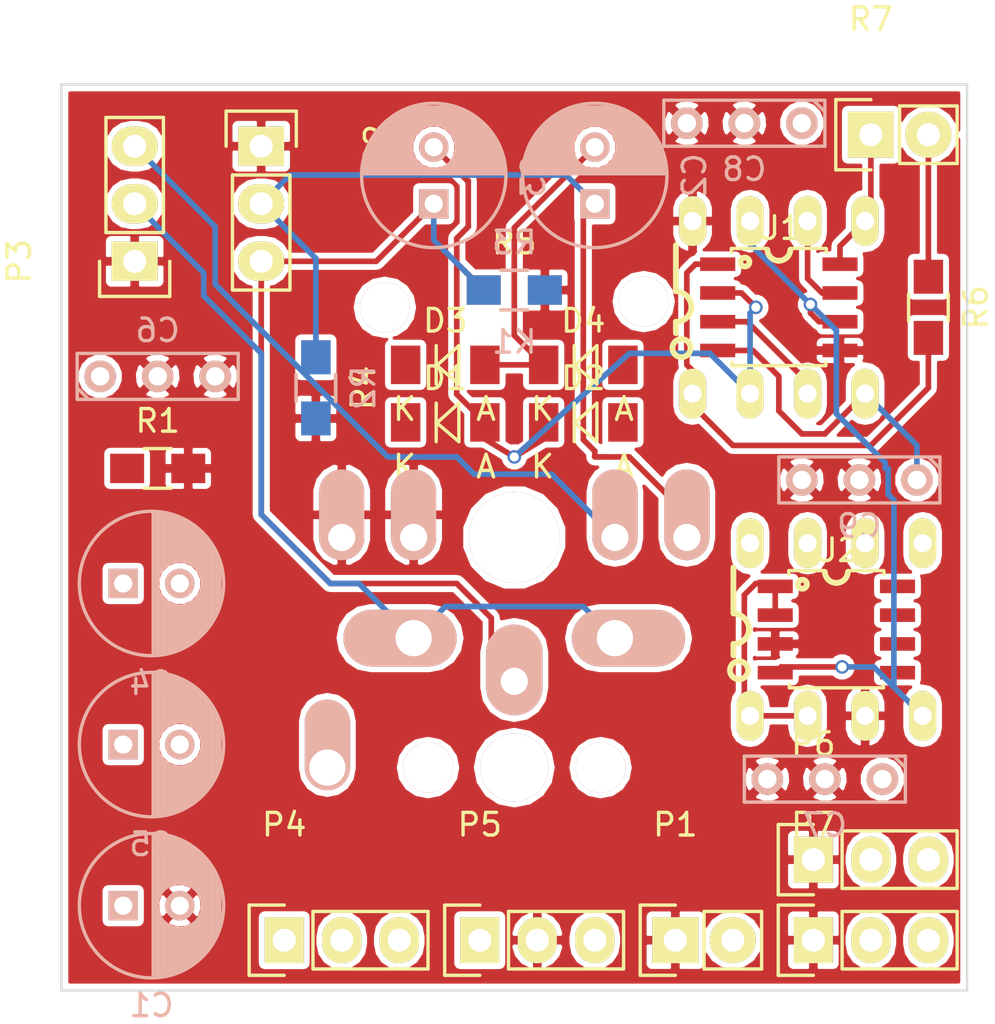
<source format=kicad_pcb>
(kicad_pcb (version 4) (host pcbnew "(after 2015-may-01 BZR unknown)-product")

  (general
    (links 84)
    (no_connects 30)
    (area 86.88481 90.995 131.639191 136.631)
    (thickness 1.6)
    (drawings 4)
    (tracks 127)
    (zones 0)
    (modules 30)
    (nets 20)
  )

  (page A4)
  (layers
    (0 F.Cu signal)
    (31 B.Cu signal)
    (32 B.Adhes user)
    (33 F.Adhes user hide)
    (34 B.Paste user)
    (35 F.Paste user)
    (36 B.SilkS user)
    (37 F.SilkS user)
    (38 B.Mask user)
    (39 F.Mask user)
    (40 Dwgs.User user)
    (41 Cmts.User user)
    (42 Eco1.User user)
    (43 Eco2.User user)
    (44 Edge.Cuts user)
    (45 Margin user)
    (46 B.CrtYd user)
    (47 F.CrtYd user)
    (48 B.Fab user)
    (49 F.Fab user)
  )

  (setup
    (last_trace_width 0.25)
    (trace_clearance 0.2)
    (zone_clearance 0.254)
    (zone_45_only no)
    (trace_min 0.2)
    (segment_width 0.2)
    (edge_width 0.1)
    (via_size 0.6)
    (via_drill 0.4)
    (via_min_size 0.4)
    (via_min_drill 0.3)
    (uvia_size 0.3)
    (uvia_drill 0.1)
    (uvias_allowed no)
    (uvia_min_size 0.2)
    (uvia_min_drill 0.1)
    (pcb_text_width 0.3)
    (pcb_text_size 1.5 1.5)
    (mod_edge_width 0.15)
    (mod_text_size 1 1)
    (mod_text_width 0.15)
    (pad_size 1.5 1.5)
    (pad_drill 0.6)
    (pad_to_mask_clearance 0)
    (aux_axis_origin 0 0)
    (grid_origin 110 115)
    (visible_elements FFFFFF7F)
    (pcbplotparams
      (layerselection 0x00030_80000001)
      (usegerberextensions false)
      (excludeedgelayer true)
      (linewidth 0.100000)
      (plotframeref false)
      (viasonmask false)
      (mode 1)
      (useauxorigin false)
      (hpglpennumber 1)
      (hpglpenspeed 20)
      (hpglpendiameter 15)
      (hpglpenoverlay 2)
      (psnegative false)
      (psa4output false)
      (plotreference true)
      (plotvalue true)
      (plotinvisibletext false)
      (padsonsilk false)
      (subtractmaskfromsilk false)
      (outputformat 1)
      (mirror false)
      (drillshape 1)
      (scaleselection 1)
      (outputdirectory ""))
  )

  (net 0 "")
  (net 1 GND)
  (net 2 +48V)
  (net 3 "Net-(C2-Pad2)")
  (net 4 "Net-(C2-Pad1)")
  (net 5 "Net-(C3-Pad2)")
  (net 6 "Net-(C3-Pad1)")
  (net 7 +15V)
  (net 8 "Net-(C4-Pad2)")
  (net 9 -15V)
  (net 10 "Net-(K1-PadT)")
  (net 11 "Net-(K1-PadR)")
  (net 12 "Net-(P4-Pad2)")
  (net 13 "Net-(P4-Pad3)")
  (net 14 "Net-(P6-Pad2)")
  (net 15 "Net-(P6-Pad3)")
  (net 16 "Net-(R6-Pad1)")
  (net 17 "Net-(R6-Pad2)")
  (net 18 "Net-(R7-Pad1)")
  (net 19 "Net-(U1-Pad6)")

  (net_class Default "This is the default net class."
    (clearance 0.2)
    (trace_width 0.25)
    (via_dia 0.6)
    (via_drill 0.4)
    (uvia_dia 0.3)
    (uvia_drill 0.1)
    (add_net +15V)
    (add_net +48V)
    (add_net -15V)
    (add_net GND)
    (add_net "Net-(C2-Pad1)")
    (add_net "Net-(C2-Pad2)")
    (add_net "Net-(C3-Pad1)")
    (add_net "Net-(C3-Pad2)")
    (add_net "Net-(C4-Pad2)")
    (add_net "Net-(K1-PadR)")
    (add_net "Net-(K1-PadT)")
    (add_net "Net-(P4-Pad2)")
    (add_net "Net-(P4-Pad3)")
    (add_net "Net-(P6-Pad2)")
    (add_net "Net-(P6-Pad3)")
    (add_net "Net-(R6-Pad1)")
    (add_net "Net-(R6-Pad2)")
    (add_net "Net-(R7-Pad1)")
    (add_net "Net-(U1-Pad6)")
  )

  (module Capacitors_ThroughHole:C_Radial_D6.3_L11.2_P2.5 (layer B.Cu) (tedit 0) (tstamp 57BE3F25)
    (at 92.728 131.256)
    (descr "Radial Electrolytic Capacitor, Diameter 6.3mm x Length 11.2mm, Pitch 2.5mm")
    (tags "Electrolytic Capacitor")
    (path /577C3915)
    (fp_text reference C1 (at 1.25 4.4) (layer B.SilkS)
      (effects (font (size 1 1) (thickness 0.15)) (justify mirror))
    )
    (fp_text value 47uF (at 1.25 -4.4) (layer B.Fab)
      (effects (font (size 1 1) (thickness 0.15)) (justify mirror))
    )
    (fp_line (start 1.325 3.149) (end 1.325 -3.149) (layer B.SilkS) (width 0.15))
    (fp_line (start 1.465 3.143) (end 1.465 -3.143) (layer B.SilkS) (width 0.15))
    (fp_line (start 1.605 3.13) (end 1.605 0.446) (layer B.SilkS) (width 0.15))
    (fp_line (start 1.605 -0.446) (end 1.605 -3.13) (layer B.SilkS) (width 0.15))
    (fp_line (start 1.745 3.111) (end 1.745 0.656) (layer B.SilkS) (width 0.15))
    (fp_line (start 1.745 -0.656) (end 1.745 -3.111) (layer B.SilkS) (width 0.15))
    (fp_line (start 1.885 3.085) (end 1.885 0.789) (layer B.SilkS) (width 0.15))
    (fp_line (start 1.885 -0.789) (end 1.885 -3.085) (layer B.SilkS) (width 0.15))
    (fp_line (start 2.025 3.053) (end 2.025 0.88) (layer B.SilkS) (width 0.15))
    (fp_line (start 2.025 -0.88) (end 2.025 -3.053) (layer B.SilkS) (width 0.15))
    (fp_line (start 2.165 3.014) (end 2.165 0.942) (layer B.SilkS) (width 0.15))
    (fp_line (start 2.165 -0.942) (end 2.165 -3.014) (layer B.SilkS) (width 0.15))
    (fp_line (start 2.305 2.968) (end 2.305 0.981) (layer B.SilkS) (width 0.15))
    (fp_line (start 2.305 -0.981) (end 2.305 -2.968) (layer B.SilkS) (width 0.15))
    (fp_line (start 2.445 2.915) (end 2.445 0.998) (layer B.SilkS) (width 0.15))
    (fp_line (start 2.445 -0.998) (end 2.445 -2.915) (layer B.SilkS) (width 0.15))
    (fp_line (start 2.585 2.853) (end 2.585 0.996) (layer B.SilkS) (width 0.15))
    (fp_line (start 2.585 -0.996) (end 2.585 -2.853) (layer B.SilkS) (width 0.15))
    (fp_line (start 2.725 2.783) (end 2.725 0.974) (layer B.SilkS) (width 0.15))
    (fp_line (start 2.725 -0.974) (end 2.725 -2.783) (layer B.SilkS) (width 0.15))
    (fp_line (start 2.865 2.704) (end 2.865 0.931) (layer B.SilkS) (width 0.15))
    (fp_line (start 2.865 -0.931) (end 2.865 -2.704) (layer B.SilkS) (width 0.15))
    (fp_line (start 3.005 2.616) (end 3.005 0.863) (layer B.SilkS) (width 0.15))
    (fp_line (start 3.005 -0.863) (end 3.005 -2.616) (layer B.SilkS) (width 0.15))
    (fp_line (start 3.145 2.516) (end 3.145 0.764) (layer B.SilkS) (width 0.15))
    (fp_line (start 3.145 -0.764) (end 3.145 -2.516) (layer B.SilkS) (width 0.15))
    (fp_line (start 3.285 2.404) (end 3.285 0.619) (layer B.SilkS) (width 0.15))
    (fp_line (start 3.285 -0.619) (end 3.285 -2.404) (layer B.SilkS) (width 0.15))
    (fp_line (start 3.425 2.279) (end 3.425 0.38) (layer B.SilkS) (width 0.15))
    (fp_line (start 3.425 -0.38) (end 3.425 -2.279) (layer B.SilkS) (width 0.15))
    (fp_line (start 3.565 2.136) (end 3.565 -2.136) (layer B.SilkS) (width 0.15))
    (fp_line (start 3.705 1.974) (end 3.705 -1.974) (layer B.SilkS) (width 0.15))
    (fp_line (start 3.845 1.786) (end 3.845 -1.786) (layer B.SilkS) (width 0.15))
    (fp_line (start 3.985 1.563) (end 3.985 -1.563) (layer B.SilkS) (width 0.15))
    (fp_line (start 4.125 1.287) (end 4.125 -1.287) (layer B.SilkS) (width 0.15))
    (fp_line (start 4.265 0.912) (end 4.265 -0.912) (layer B.SilkS) (width 0.15))
    (fp_circle (center 2.5 0) (end 2.5 1) (layer B.SilkS) (width 0.15))
    (fp_circle (center 1.25 0) (end 1.25 3.1875) (layer B.SilkS) (width 0.15))
    (fp_circle (center 1.25 0) (end 1.25 3.4) (layer B.CrtYd) (width 0.05))
    (pad 2 thru_hole circle (at 2.5 0) (size 1.3 1.3) (drill 0.8) (layers *.Cu *.Mask B.SilkS)
      (net 1 GND))
    (pad 1 thru_hole rect (at 0 0) (size 1.3 1.3) (drill 0.8) (layers *.Cu *.Mask B.SilkS)
      (net 2 +48V))
    (model Capacitors_ThroughHole.3dshapes/C_Radial_D6.3_L11.2_P2.5.wrl
      (at (xyz 0 0 0))
      (scale (xyz 1 1 1))
      (rotate (xyz 0 0 0))
    )
  )

  (module Capacitors_ThroughHole:C_Radial_D6.3_L11.2_P2.5 (layer B.Cu) (tedit 0) (tstamp 57BE3F52)
    (at 113.556 100.268 90)
    (descr "Radial Electrolytic Capacitor, Diameter 6.3mm x Length 11.2mm, Pitch 2.5mm")
    (tags "Electrolytic Capacitor")
    (path /577C23C5)
    (fp_text reference C2 (at 1.25 4.4 90) (layer B.SilkS)
      (effects (font (size 1 1) (thickness 0.15)) (justify mirror))
    )
    (fp_text value 47uF (at 1.25 -4.4 90) (layer B.Fab)
      (effects (font (size 1 1) (thickness 0.15)) (justify mirror))
    )
    (fp_line (start 1.325 3.149) (end 1.325 -3.149) (layer B.SilkS) (width 0.15))
    (fp_line (start 1.465 3.143) (end 1.465 -3.143) (layer B.SilkS) (width 0.15))
    (fp_line (start 1.605 3.13) (end 1.605 0.446) (layer B.SilkS) (width 0.15))
    (fp_line (start 1.605 -0.446) (end 1.605 -3.13) (layer B.SilkS) (width 0.15))
    (fp_line (start 1.745 3.111) (end 1.745 0.656) (layer B.SilkS) (width 0.15))
    (fp_line (start 1.745 -0.656) (end 1.745 -3.111) (layer B.SilkS) (width 0.15))
    (fp_line (start 1.885 3.085) (end 1.885 0.789) (layer B.SilkS) (width 0.15))
    (fp_line (start 1.885 -0.789) (end 1.885 -3.085) (layer B.SilkS) (width 0.15))
    (fp_line (start 2.025 3.053) (end 2.025 0.88) (layer B.SilkS) (width 0.15))
    (fp_line (start 2.025 -0.88) (end 2.025 -3.053) (layer B.SilkS) (width 0.15))
    (fp_line (start 2.165 3.014) (end 2.165 0.942) (layer B.SilkS) (width 0.15))
    (fp_line (start 2.165 -0.942) (end 2.165 -3.014) (layer B.SilkS) (width 0.15))
    (fp_line (start 2.305 2.968) (end 2.305 0.981) (layer B.SilkS) (width 0.15))
    (fp_line (start 2.305 -0.981) (end 2.305 -2.968) (layer B.SilkS) (width 0.15))
    (fp_line (start 2.445 2.915) (end 2.445 0.998) (layer B.SilkS) (width 0.15))
    (fp_line (start 2.445 -0.998) (end 2.445 -2.915) (layer B.SilkS) (width 0.15))
    (fp_line (start 2.585 2.853) (end 2.585 0.996) (layer B.SilkS) (width 0.15))
    (fp_line (start 2.585 -0.996) (end 2.585 -2.853) (layer B.SilkS) (width 0.15))
    (fp_line (start 2.725 2.783) (end 2.725 0.974) (layer B.SilkS) (width 0.15))
    (fp_line (start 2.725 -0.974) (end 2.725 -2.783) (layer B.SilkS) (width 0.15))
    (fp_line (start 2.865 2.704) (end 2.865 0.931) (layer B.SilkS) (width 0.15))
    (fp_line (start 2.865 -0.931) (end 2.865 -2.704) (layer B.SilkS) (width 0.15))
    (fp_line (start 3.005 2.616) (end 3.005 0.863) (layer B.SilkS) (width 0.15))
    (fp_line (start 3.005 -0.863) (end 3.005 -2.616) (layer B.SilkS) (width 0.15))
    (fp_line (start 3.145 2.516) (end 3.145 0.764) (layer B.SilkS) (width 0.15))
    (fp_line (start 3.145 -0.764) (end 3.145 -2.516) (layer B.SilkS) (width 0.15))
    (fp_line (start 3.285 2.404) (end 3.285 0.619) (layer B.SilkS) (width 0.15))
    (fp_line (start 3.285 -0.619) (end 3.285 -2.404) (layer B.SilkS) (width 0.15))
    (fp_line (start 3.425 2.279) (end 3.425 0.38) (layer B.SilkS) (width 0.15))
    (fp_line (start 3.425 -0.38) (end 3.425 -2.279) (layer B.SilkS) (width 0.15))
    (fp_line (start 3.565 2.136) (end 3.565 -2.136) (layer B.SilkS) (width 0.15))
    (fp_line (start 3.705 1.974) (end 3.705 -1.974) (layer B.SilkS) (width 0.15))
    (fp_line (start 3.845 1.786) (end 3.845 -1.786) (layer B.SilkS) (width 0.15))
    (fp_line (start 3.985 1.563) (end 3.985 -1.563) (layer B.SilkS) (width 0.15))
    (fp_line (start 4.125 1.287) (end 4.125 -1.287) (layer B.SilkS) (width 0.15))
    (fp_line (start 4.265 0.912) (end 4.265 -0.912) (layer B.SilkS) (width 0.15))
    (fp_circle (center 2.5 0) (end 2.5 1) (layer B.SilkS) (width 0.15))
    (fp_circle (center 1.25 0) (end 1.25 3.1875) (layer B.SilkS) (width 0.15))
    (fp_circle (center 1.25 0) (end 1.25 3.4) (layer B.CrtYd) (width 0.05))
    (pad 2 thru_hole circle (at 2.5 0 90) (size 1.3 1.3) (drill 0.8) (layers *.Cu *.Mask B.SilkS)
      (net 3 "Net-(C2-Pad2)"))
    (pad 1 thru_hole rect (at 0 0 90) (size 1.3 1.3) (drill 0.8) (layers *.Cu *.Mask B.SilkS)
      (net 4 "Net-(C2-Pad1)"))
    (model Capacitors_ThroughHole.3dshapes/C_Radial_D6.3_L11.2_P2.5.wrl
      (at (xyz 0 0 0))
      (scale (xyz 1 1 1))
      (rotate (xyz 0 0 0))
    )
  )

  (module Capacitors_ThroughHole:C_Radial_D6.3_L11.2_P2.5 (layer B.Cu) (tedit 0) (tstamp 57BE3F7F)
    (at 106.444 100.268 90)
    (descr "Radial Electrolytic Capacitor, Diameter 6.3mm x Length 11.2mm, Pitch 2.5mm")
    (tags "Electrolytic Capacitor")
    (path /577C236A)
    (fp_text reference C3 (at 1.25 4.4 90) (layer B.SilkS)
      (effects (font (size 1 1) (thickness 0.15)) (justify mirror))
    )
    (fp_text value 47uF (at 1.25 -4.4 90) (layer B.Fab)
      (effects (font (size 1 1) (thickness 0.15)) (justify mirror))
    )
    (fp_line (start 1.325 3.149) (end 1.325 -3.149) (layer B.SilkS) (width 0.15))
    (fp_line (start 1.465 3.143) (end 1.465 -3.143) (layer B.SilkS) (width 0.15))
    (fp_line (start 1.605 3.13) (end 1.605 0.446) (layer B.SilkS) (width 0.15))
    (fp_line (start 1.605 -0.446) (end 1.605 -3.13) (layer B.SilkS) (width 0.15))
    (fp_line (start 1.745 3.111) (end 1.745 0.656) (layer B.SilkS) (width 0.15))
    (fp_line (start 1.745 -0.656) (end 1.745 -3.111) (layer B.SilkS) (width 0.15))
    (fp_line (start 1.885 3.085) (end 1.885 0.789) (layer B.SilkS) (width 0.15))
    (fp_line (start 1.885 -0.789) (end 1.885 -3.085) (layer B.SilkS) (width 0.15))
    (fp_line (start 2.025 3.053) (end 2.025 0.88) (layer B.SilkS) (width 0.15))
    (fp_line (start 2.025 -0.88) (end 2.025 -3.053) (layer B.SilkS) (width 0.15))
    (fp_line (start 2.165 3.014) (end 2.165 0.942) (layer B.SilkS) (width 0.15))
    (fp_line (start 2.165 -0.942) (end 2.165 -3.014) (layer B.SilkS) (width 0.15))
    (fp_line (start 2.305 2.968) (end 2.305 0.981) (layer B.SilkS) (width 0.15))
    (fp_line (start 2.305 -0.981) (end 2.305 -2.968) (layer B.SilkS) (width 0.15))
    (fp_line (start 2.445 2.915) (end 2.445 0.998) (layer B.SilkS) (width 0.15))
    (fp_line (start 2.445 -0.998) (end 2.445 -2.915) (layer B.SilkS) (width 0.15))
    (fp_line (start 2.585 2.853) (end 2.585 0.996) (layer B.SilkS) (width 0.15))
    (fp_line (start 2.585 -0.996) (end 2.585 -2.853) (layer B.SilkS) (width 0.15))
    (fp_line (start 2.725 2.783) (end 2.725 0.974) (layer B.SilkS) (width 0.15))
    (fp_line (start 2.725 -0.974) (end 2.725 -2.783) (layer B.SilkS) (width 0.15))
    (fp_line (start 2.865 2.704) (end 2.865 0.931) (layer B.SilkS) (width 0.15))
    (fp_line (start 2.865 -0.931) (end 2.865 -2.704) (layer B.SilkS) (width 0.15))
    (fp_line (start 3.005 2.616) (end 3.005 0.863) (layer B.SilkS) (width 0.15))
    (fp_line (start 3.005 -0.863) (end 3.005 -2.616) (layer B.SilkS) (width 0.15))
    (fp_line (start 3.145 2.516) (end 3.145 0.764) (layer B.SilkS) (width 0.15))
    (fp_line (start 3.145 -0.764) (end 3.145 -2.516) (layer B.SilkS) (width 0.15))
    (fp_line (start 3.285 2.404) (end 3.285 0.619) (layer B.SilkS) (width 0.15))
    (fp_line (start 3.285 -0.619) (end 3.285 -2.404) (layer B.SilkS) (width 0.15))
    (fp_line (start 3.425 2.279) (end 3.425 0.38) (layer B.SilkS) (width 0.15))
    (fp_line (start 3.425 -0.38) (end 3.425 -2.279) (layer B.SilkS) (width 0.15))
    (fp_line (start 3.565 2.136) (end 3.565 -2.136) (layer B.SilkS) (width 0.15))
    (fp_line (start 3.705 1.974) (end 3.705 -1.974) (layer B.SilkS) (width 0.15))
    (fp_line (start 3.845 1.786) (end 3.845 -1.786) (layer B.SilkS) (width 0.15))
    (fp_line (start 3.985 1.563) (end 3.985 -1.563) (layer B.SilkS) (width 0.15))
    (fp_line (start 4.125 1.287) (end 4.125 -1.287) (layer B.SilkS) (width 0.15))
    (fp_line (start 4.265 0.912) (end 4.265 -0.912) (layer B.SilkS) (width 0.15))
    (fp_circle (center 2.5 0) (end 2.5 1) (layer B.SilkS) (width 0.15))
    (fp_circle (center 1.25 0) (end 1.25 3.1875) (layer B.SilkS) (width 0.15))
    (fp_circle (center 1.25 0) (end 1.25 3.4) (layer B.CrtYd) (width 0.05))
    (pad 2 thru_hole circle (at 2.5 0 90) (size 1.3 1.3) (drill 0.8) (layers *.Cu *.Mask B.SilkS)
      (net 5 "Net-(C3-Pad2)"))
    (pad 1 thru_hole rect (at 0 0 90) (size 1.3 1.3) (drill 0.8) (layers *.Cu *.Mask B.SilkS)
      (net 6 "Net-(C3-Pad1)"))
    (model Capacitors_ThroughHole.3dshapes/C_Radial_D6.3_L11.2_P2.5.wrl
      (at (xyz 0 0 0))
      (scale (xyz 1 1 1))
      (rotate (xyz 0 0 0))
    )
  )

  (module Discret:C1-1 (layer B.Cu) (tedit 0) (tstamp 57BE3FA3)
    (at 94.252 107.888)
    (descr "Condensateur e = 1 ou 2 pas")
    (tags C)
    (path /577C2148)
    (fp_text reference C6 (at 0 -2.032) (layer B.SilkS)
      (effects (font (size 1 1) (thickness 0.15)) (justify mirror))
    )
    (fp_text value 0.1uF (at 0 -2.032) (layer B.Fab)
      (effects (font (size 1 1) (thickness 0.15)) (justify mirror))
    )
    (fp_line (start -3.556 1.016) (end 3.556 1.016) (layer B.SilkS) (width 0.15))
    (fp_line (start 3.556 1.016) (end 3.556 -1.016) (layer B.SilkS) (width 0.15))
    (fp_line (start 3.556 -1.016) (end -3.556 -1.016) (layer B.SilkS) (width 0.15))
    (fp_line (start -3.556 -1.016) (end -3.556 1.016) (layer B.SilkS) (width 0.15))
    (fp_line (start -3.556 0.508) (end -3.048 1.016) (layer B.SilkS) (width 0.15))
    (pad 1 thru_hole circle (at -2.54 0) (size 1.397 1.397) (drill 0.8128) (layers *.Cu *.Mask B.SilkS)
      (net 7 +15V))
    (pad 2 thru_hole circle (at 2.54 0) (size 1.397 1.397) (drill 0.8128) (layers *.Cu *.Mask B.SilkS)
      (net 1 GND))
    (pad 2 thru_hole circle (at 0 0) (size 1.397 1.397) (drill 0.8128) (layers *.Cu *.Mask B.SilkS)
      (net 1 GND))
    (model Discret.3dshapes/C1-1.wrl
      (at (xyz 0 0 0))
      (scale (xyz 1 1 1))
      (rotate (xyz 0 0 0))
    )
  )

  (module Discret:C1-1 (layer B.Cu) (tedit 0) (tstamp 57BE3FAF)
    (at 123.716 125.668 180)
    (descr "Condensateur e = 1 ou 2 pas")
    (tags C)
    (path /577C2193)
    (fp_text reference C7 (at 0 -2.032 180) (layer B.SilkS)
      (effects (font (size 1 1) (thickness 0.15)) (justify mirror))
    )
    (fp_text value 0.1uF (at 0 -2.032 180) (layer B.Fab)
      (effects (font (size 1 1) (thickness 0.15)) (justify mirror))
    )
    (fp_line (start -3.556 1.016) (end 3.556 1.016) (layer B.SilkS) (width 0.15))
    (fp_line (start 3.556 1.016) (end 3.556 -1.016) (layer B.SilkS) (width 0.15))
    (fp_line (start 3.556 -1.016) (end -3.556 -1.016) (layer B.SilkS) (width 0.15))
    (fp_line (start -3.556 -1.016) (end -3.556 1.016) (layer B.SilkS) (width 0.15))
    (fp_line (start -3.556 0.508) (end -3.048 1.016) (layer B.SilkS) (width 0.15))
    (pad 1 thru_hole circle (at -2.54 0 180) (size 1.397 1.397) (drill 0.8128) (layers *.Cu *.Mask B.SilkS)
      (net 9 -15V))
    (pad 2 thru_hole circle (at 2.54 0 180) (size 1.397 1.397) (drill 0.8128) (layers *.Cu *.Mask B.SilkS)
      (net 1 GND))
    (pad 2 thru_hole circle (at 0 0 180) (size 1.397 1.397) (drill 0.8128) (layers *.Cu *.Mask B.SilkS)
      (net 1 GND))
    (model Discret.3dshapes/C1-1.wrl
      (at (xyz 0 0 0))
      (scale (xyz 1 1 1))
      (rotate (xyz 0 0 0))
    )
  )

  (module Discret:C1-1 (layer B.Cu) (tedit 0) (tstamp 57BE3FBB)
    (at 120.16 96.712 180)
    (descr "Condensateur e = 1 ou 2 pas")
    (tags C)
    (path /577DA5FF)
    (fp_text reference C8 (at 0 -2.032 180) (layer B.SilkS)
      (effects (font (size 1 1) (thickness 0.15)) (justify mirror))
    )
    (fp_text value 0.1uF (at 0 -2.032 180) (layer B.Fab)
      (effects (font (size 1 1) (thickness 0.15)) (justify mirror))
    )
    (fp_line (start -3.556 1.016) (end 3.556 1.016) (layer B.SilkS) (width 0.15))
    (fp_line (start 3.556 1.016) (end 3.556 -1.016) (layer B.SilkS) (width 0.15))
    (fp_line (start 3.556 -1.016) (end -3.556 -1.016) (layer B.SilkS) (width 0.15))
    (fp_line (start -3.556 -1.016) (end -3.556 1.016) (layer B.SilkS) (width 0.15))
    (fp_line (start -3.556 0.508) (end -3.048 1.016) (layer B.SilkS) (width 0.15))
    (pad 1 thru_hole circle (at -2.54 0 180) (size 1.397 1.397) (drill 0.8128) (layers *.Cu *.Mask B.SilkS)
      (net 7 +15V))
    (pad 2 thru_hole circle (at 2.54 0 180) (size 1.397 1.397) (drill 0.8128) (layers *.Cu *.Mask B.SilkS)
      (net 1 GND))
    (pad 2 thru_hole circle (at 0 0 180) (size 1.397 1.397) (drill 0.8128) (layers *.Cu *.Mask B.SilkS)
      (net 1 GND))
    (model Discret.3dshapes/C1-1.wrl
      (at (xyz 0 0 0))
      (scale (xyz 1 1 1))
      (rotate (xyz 0 0 0))
    )
  )

  (module Discret:C1-1 (layer B.Cu) (tedit 0) (tstamp 57BE3FC7)
    (at 125.24 112.46 180)
    (descr "Condensateur e = 1 ou 2 pas")
    (tags C)
    (path /577DA9BA)
    (fp_text reference C9 (at 0 -2.032 180) (layer B.SilkS)
      (effects (font (size 1 1) (thickness 0.15)) (justify mirror))
    )
    (fp_text value 0.1uF (at 0 -2.032 180) (layer B.Fab)
      (effects (font (size 1 1) (thickness 0.15)) (justify mirror))
    )
    (fp_line (start -3.556 1.016) (end 3.556 1.016) (layer B.SilkS) (width 0.15))
    (fp_line (start 3.556 1.016) (end 3.556 -1.016) (layer B.SilkS) (width 0.15))
    (fp_line (start 3.556 -1.016) (end -3.556 -1.016) (layer B.SilkS) (width 0.15))
    (fp_line (start -3.556 -1.016) (end -3.556 1.016) (layer B.SilkS) (width 0.15))
    (fp_line (start -3.556 0.508) (end -3.048 1.016) (layer B.SilkS) (width 0.15))
    (pad 1 thru_hole circle (at -2.54 0 180) (size 1.397 1.397) (drill 0.8128) (layers *.Cu *.Mask B.SilkS)
      (net 9 -15V))
    (pad 2 thru_hole circle (at 2.54 0 180) (size 1.397 1.397) (drill 0.8128) (layers *.Cu *.Mask B.SilkS)
      (net 1 GND))
    (pad 2 thru_hole circle (at 0 0 180) (size 1.397 1.397) (drill 0.8128) (layers *.Cu *.Mask B.SilkS)
      (net 1 GND))
    (model Discret.3dshapes/C1-1.wrl
      (at (xyz 0 0 0))
      (scale (xyz 1 1 1))
      (rotate (xyz 0 0 0))
    )
  )

  (module Socket_Strips:Socket_Strip_Straight_1x02 (layer F.Cu) (tedit 54E9F75E) (tstamp 57BE400B)
    (at 117.112 132.78)
    (descr "Through hole socket strip")
    (tags "socket strip")
    (path /57BE1F44)
    (fp_text reference P1 (at 0 -5.1) (layer F.SilkS)
      (effects (font (size 1 1) (thickness 0.15)))
    )
    (fp_text value PHNTM_PWR_IN (at 0 -3.1) (layer F.Fab)
      (effects (font (size 1 1) (thickness 0.15)))
    )
    (fp_line (start -1.55 1.55) (end 0 1.55) (layer F.SilkS) (width 0.15))
    (fp_line (start 3.81 1.27) (end 1.27 1.27) (layer F.SilkS) (width 0.15))
    (fp_line (start -1.75 -1.75) (end -1.75 1.75) (layer F.CrtYd) (width 0.05))
    (fp_line (start 4.3 -1.75) (end 4.3 1.75) (layer F.CrtYd) (width 0.05))
    (fp_line (start -1.75 -1.75) (end 4.3 -1.75) (layer F.CrtYd) (width 0.05))
    (fp_line (start -1.75 1.75) (end 4.3 1.75) (layer F.CrtYd) (width 0.05))
    (fp_line (start 1.27 1.27) (end 1.27 -1.27) (layer F.SilkS) (width 0.15))
    (fp_line (start 0 -1.55) (end -1.55 -1.55) (layer F.SilkS) (width 0.15))
    (fp_line (start -1.55 -1.55) (end -1.55 1.55) (layer F.SilkS) (width 0.15))
    (fp_line (start 1.27 -1.27) (end 3.81 -1.27) (layer F.SilkS) (width 0.15))
    (fp_line (start 3.81 -1.27) (end 3.81 1.27) (layer F.SilkS) (width 0.15))
    (pad 1 thru_hole rect (at 0 0) (size 2.032 2.032) (drill 1.016) (layers *.Cu *.Mask F.SilkS)
      (net 1 GND))
    (pad 2 thru_hole oval (at 2.54 0) (size 2.032 2.032) (drill 1.016) (layers *.Cu *.Mask F.SilkS)
      (net 2 +48V))
    (model Socket_Strips.3dshapes/Socket_Strip_Straight_1x02.wrl
      (at (xyz 0.05 0 0))
      (scale (xyz 1 1 1))
      (rotate (xyz 0 0 180))
    )
  )

  (module Socket_Strips:Socket_Strip_Straight_1x03 (layer F.Cu) (tedit 54E9F429) (tstamp 57BE4012)
    (at 98.824 97.728 270)
    (descr "Through hole socket strip")
    (tags "socket strip")
    (path /57BE04C8)
    (fp_text reference P2 (at 0 -5.1 270) (layer F.SilkS)
      (effects (font (size 1 1) (thickness 0.15)))
    )
    (fp_text value PRE_IN (at 0 -3.1 270) (layer F.Fab)
      (effects (font (size 1 1) (thickness 0.15)))
    )
    (fp_line (start 0 -1.55) (end -1.55 -1.55) (layer F.SilkS) (width 0.15))
    (fp_line (start -1.55 -1.55) (end -1.55 1.55) (layer F.SilkS) (width 0.15))
    (fp_line (start -1.55 1.55) (end 0 1.55) (layer F.SilkS) (width 0.15))
    (fp_line (start -1.75 -1.75) (end -1.75 1.75) (layer F.CrtYd) (width 0.05))
    (fp_line (start 6.85 -1.75) (end 6.85 1.75) (layer F.CrtYd) (width 0.05))
    (fp_line (start -1.75 -1.75) (end 6.85 -1.75) (layer F.CrtYd) (width 0.05))
    (fp_line (start -1.75 1.75) (end 6.85 1.75) (layer F.CrtYd) (width 0.05))
    (fp_line (start 1.27 -1.27) (end 6.35 -1.27) (layer F.SilkS) (width 0.15))
    (fp_line (start 6.35 -1.27) (end 6.35 1.27) (layer F.SilkS) (width 0.15))
    (fp_line (start 6.35 1.27) (end 1.27 1.27) (layer F.SilkS) (width 0.15))
    (fp_line (start 1.27 1.27) (end 1.27 -1.27) (layer F.SilkS) (width 0.15))
    (pad 1 thru_hole rect (at 0 0 270) (size 1.7272 2.032) (drill 1.016) (layers *.Cu *.Mask F.SilkS)
      (net 1 GND))
    (pad 2 thru_hole oval (at 2.54 0 270) (size 1.7272 2.032) (drill 1.016) (layers *.Cu *.Mask F.SilkS)
      (net 4 "Net-(C2-Pad1)"))
    (pad 3 thru_hole oval (at 5.08 0 270) (size 1.7272 2.032) (drill 1.016) (layers *.Cu *.Mask F.SilkS)
      (net 6 "Net-(C3-Pad1)"))
    (model Socket_Strips.3dshapes/Socket_Strip_Straight_1x03.wrl
      (at (xyz 0.1 0 0))
      (scale (xyz 1 1 1))
      (rotate (xyz 0 0 180))
    )
  )

  (module Socket_Strips:Socket_Strip_Straight_1x03 (layer F.Cu) (tedit 54E9F429) (tstamp 57BE4019)
    (at 93.236 102.808 90)
    (descr "Through hole socket strip")
    (tags "socket strip")
    (path /57BE01F4)
    (fp_text reference P3 (at 0 -5.1 90) (layer F.SilkS)
      (effects (font (size 1 1) (thickness 0.15)))
    )
    (fp_text value TRS (at 0 -3.1 90) (layer F.Fab)
      (effects (font (size 1 1) (thickness 0.15)))
    )
    (fp_line (start 0 -1.55) (end -1.55 -1.55) (layer F.SilkS) (width 0.15))
    (fp_line (start -1.55 -1.55) (end -1.55 1.55) (layer F.SilkS) (width 0.15))
    (fp_line (start -1.55 1.55) (end 0 1.55) (layer F.SilkS) (width 0.15))
    (fp_line (start -1.75 -1.75) (end -1.75 1.75) (layer F.CrtYd) (width 0.05))
    (fp_line (start 6.85 -1.75) (end 6.85 1.75) (layer F.CrtYd) (width 0.05))
    (fp_line (start -1.75 -1.75) (end 6.85 -1.75) (layer F.CrtYd) (width 0.05))
    (fp_line (start -1.75 1.75) (end 6.85 1.75) (layer F.CrtYd) (width 0.05))
    (fp_line (start 1.27 -1.27) (end 6.35 -1.27) (layer F.SilkS) (width 0.15))
    (fp_line (start 6.35 -1.27) (end 6.35 1.27) (layer F.SilkS) (width 0.15))
    (fp_line (start 6.35 1.27) (end 1.27 1.27) (layer F.SilkS) (width 0.15))
    (fp_line (start 1.27 1.27) (end 1.27 -1.27) (layer F.SilkS) (width 0.15))
    (pad 1 thru_hole rect (at 0 0 90) (size 1.7272 2.032) (drill 1.016) (layers *.Cu *.Mask F.SilkS)
      (net 1 GND))
    (pad 2 thru_hole oval (at 2.54 0 90) (size 1.7272 2.032) (drill 1.016) (layers *.Cu *.Mask F.SilkS)
      (net 10 "Net-(K1-PadT)"))
    (pad 3 thru_hole oval (at 5.08 0 90) (size 1.7272 2.032) (drill 1.016) (layers *.Cu *.Mask F.SilkS)
      (net 11 "Net-(K1-PadR)"))
    (model Socket_Strips.3dshapes/Socket_Strip_Straight_1x03.wrl
      (at (xyz 0.1 0 0))
      (scale (xyz 1 1 1))
      (rotate (xyz 0 0 180))
    )
  )

  (module Socket_Strips:Socket_Strip_Straight_1x03 (layer F.Cu) (tedit 57BE5846) (tstamp 57BE4020)
    (at 99.84 132.78)
    (descr "Through hole socket strip")
    (tags "socket strip")
    (path /577C3791)
    (fp_text reference P4 (at 0 -5.1) (layer F.SilkS)
      (effects (font (size 1 1) (thickness 0.15)))
    )
    (fp_text value "Phantom SW" (at 0 -3.1) (layer F.Fab)
      (effects (font (size 1 1) (thickness 0.15)))
    )
    (fp_line (start 0 -1.55) (end -1.55 -1.55) (layer F.SilkS) (width 0.15))
    (fp_line (start -1.55 -1.55) (end -1.55 1.55) (layer F.SilkS) (width 0.15))
    (fp_line (start -1.55 1.55) (end 0 1.55) (layer F.SilkS) (width 0.15))
    (fp_line (start -1.75 -1.75) (end -1.75 1.75) (layer F.CrtYd) (width 0.05))
    (fp_line (start 6.85 -1.75) (end 6.85 1.75) (layer F.CrtYd) (width 0.05))
    (fp_line (start -1.75 -1.75) (end 6.85 -1.75) (layer F.CrtYd) (width 0.05))
    (fp_line (start -1.75 1.75) (end 6.85 1.75) (layer F.CrtYd) (width 0.05))
    (fp_line (start 1.27 -1.27) (end 6.35 -1.27) (layer F.SilkS) (width 0.15))
    (fp_line (start 6.35 -1.27) (end 6.35 1.27) (layer F.SilkS) (width 0.15))
    (fp_line (start 6.35 1.27) (end 1.27 1.27) (layer F.SilkS) (width 0.15))
    (fp_line (start 1.27 1.27) (end 1.27 -1.27) (layer F.SilkS) (width 0.15))
    (pad 1 thru_hole rect (at 0 0) (size 1.7272 2.032) (drill 1.016) (layers *.Cu *.Mask F.SilkS)
      (net 2 +48V))
    (pad 2 thru_hole oval (at 2.54 0) (size 1.7272 2.032) (drill 1.016) (layers *.Cu *.Mask F.SilkS)
      (net 12 "Net-(P4-Pad2)"))
    (pad 3 thru_hole oval (at 5.08 0) (size 1.7272 2.032) (drill 1.016) (layers *.Cu *.Mask F.SilkS)
      (net 13 "Net-(P4-Pad3)"))
    (model Socket_Strips.3dshapes/Socket_Strip_Straight_1x03.wrl
      (at (xyz 0.1 0 0))
      (scale (xyz 1 1 1))
      (rotate (xyz 0 0 180))
    )
  )

  (module Socket_Strips:Socket_Strip_Straight_1x03 (layer F.Cu) (tedit 54E9F429) (tstamp 57BE4027)
    (at 108.476 132.78)
    (descr "Through hole socket strip")
    (tags "socket strip")
    (path /57BE4178)
    (fp_text reference P5 (at 0 -5.1) (layer F.SilkS)
      (effects (font (size 1 1) (thickness 0.15)))
    )
    (fp_text value POWER_IN (at 0 -3.1) (layer F.Fab)
      (effects (font (size 1 1) (thickness 0.15)))
    )
    (fp_line (start 0 -1.55) (end -1.55 -1.55) (layer F.SilkS) (width 0.15))
    (fp_line (start -1.55 -1.55) (end -1.55 1.55) (layer F.SilkS) (width 0.15))
    (fp_line (start -1.55 1.55) (end 0 1.55) (layer F.SilkS) (width 0.15))
    (fp_line (start -1.75 -1.75) (end -1.75 1.75) (layer F.CrtYd) (width 0.05))
    (fp_line (start 6.85 -1.75) (end 6.85 1.75) (layer F.CrtYd) (width 0.05))
    (fp_line (start -1.75 -1.75) (end 6.85 -1.75) (layer F.CrtYd) (width 0.05))
    (fp_line (start -1.75 1.75) (end 6.85 1.75) (layer F.CrtYd) (width 0.05))
    (fp_line (start 1.27 -1.27) (end 6.35 -1.27) (layer F.SilkS) (width 0.15))
    (fp_line (start 6.35 -1.27) (end 6.35 1.27) (layer F.SilkS) (width 0.15))
    (fp_line (start 6.35 1.27) (end 1.27 1.27) (layer F.SilkS) (width 0.15))
    (fp_line (start 1.27 1.27) (end 1.27 -1.27) (layer F.SilkS) (width 0.15))
    (pad 1 thru_hole rect (at 0 0) (size 1.7272 2.032) (drill 1.016) (layers *.Cu *.Mask F.SilkS)
      (net 9 -15V))
    (pad 2 thru_hole oval (at 2.54 0) (size 1.7272 2.032) (drill 1.016) (layers *.Cu *.Mask F.SilkS)
      (net 1 GND))
    (pad 3 thru_hole oval (at 5.08 0) (size 1.7272 2.032) (drill 1.016) (layers *.Cu *.Mask F.SilkS)
      (net 7 +15V))
    (model Socket_Strips.3dshapes/Socket_Strip_Straight_1x03.wrl
      (at (xyz 0.1 0 0))
      (scale (xyz 1 1 1))
      (rotate (xyz 0 0 180))
    )
  )

  (module Socket_Strips:Socket_Strip_Straight_1x03 (layer F.Cu) (tedit 54E9F429) (tstamp 57BE402E)
    (at 123.208 129.224)
    (descr "Through hole socket strip")
    (tags "socket strip")
    (path /57BDFFC2)
    (fp_text reference P6 (at 0 -5.1) (layer F.SilkS)
      (effects (font (size 1 1) (thickness 0.15)))
    )
    (fp_text value BAL_OUT (at 0 -3.1) (layer F.Fab)
      (effects (font (size 1 1) (thickness 0.15)))
    )
    (fp_line (start 0 -1.55) (end -1.55 -1.55) (layer F.SilkS) (width 0.15))
    (fp_line (start -1.55 -1.55) (end -1.55 1.55) (layer F.SilkS) (width 0.15))
    (fp_line (start -1.55 1.55) (end 0 1.55) (layer F.SilkS) (width 0.15))
    (fp_line (start -1.75 -1.75) (end -1.75 1.75) (layer F.CrtYd) (width 0.05))
    (fp_line (start 6.85 -1.75) (end 6.85 1.75) (layer F.CrtYd) (width 0.05))
    (fp_line (start -1.75 -1.75) (end 6.85 -1.75) (layer F.CrtYd) (width 0.05))
    (fp_line (start -1.75 1.75) (end 6.85 1.75) (layer F.CrtYd) (width 0.05))
    (fp_line (start 1.27 -1.27) (end 6.35 -1.27) (layer F.SilkS) (width 0.15))
    (fp_line (start 6.35 -1.27) (end 6.35 1.27) (layer F.SilkS) (width 0.15))
    (fp_line (start 6.35 1.27) (end 1.27 1.27) (layer F.SilkS) (width 0.15))
    (fp_line (start 1.27 1.27) (end 1.27 -1.27) (layer F.SilkS) (width 0.15))
    (pad 1 thru_hole rect (at 0 0) (size 1.7272 2.032) (drill 1.016) (layers *.Cu *.Mask F.SilkS)
      (net 1 GND))
    (pad 2 thru_hole oval (at 2.54 0) (size 1.7272 2.032) (drill 1.016) (layers *.Cu *.Mask F.SilkS)
      (net 14 "Net-(P6-Pad2)"))
    (pad 3 thru_hole oval (at 5.08 0) (size 1.7272 2.032) (drill 1.016) (layers *.Cu *.Mask F.SilkS)
      (net 15 "Net-(P6-Pad3)"))
    (model Socket_Strips.3dshapes/Socket_Strip_Straight_1x03.wrl
      (at (xyz 0.1 0 0))
      (scale (xyz 1 1 1))
      (rotate (xyz 0 0 180))
    )
  )

  (module Socket_Strips:Socket_Strip_Straight_1x03 (layer F.Cu) (tedit 54E9F429) (tstamp 57BE4035)
    (at 123.208 132.78)
    (descr "Through hole socket strip")
    (tags "socket strip")
    (path /577DAEFA)
    (fp_text reference P7 (at 0 -5.1) (layer F.SilkS)
      (effects (font (size 1 1) (thickness 0.15)))
    )
    (fp_text value BAL_OUT (at 0 -3.1) (layer F.Fab)
      (effects (font (size 1 1) (thickness 0.15)))
    )
    (fp_line (start 0 -1.55) (end -1.55 -1.55) (layer F.SilkS) (width 0.15))
    (fp_line (start -1.55 -1.55) (end -1.55 1.55) (layer F.SilkS) (width 0.15))
    (fp_line (start -1.55 1.55) (end 0 1.55) (layer F.SilkS) (width 0.15))
    (fp_line (start -1.75 -1.75) (end -1.75 1.75) (layer F.CrtYd) (width 0.05))
    (fp_line (start 6.85 -1.75) (end 6.85 1.75) (layer F.CrtYd) (width 0.05))
    (fp_line (start -1.75 -1.75) (end 6.85 -1.75) (layer F.CrtYd) (width 0.05))
    (fp_line (start -1.75 1.75) (end 6.85 1.75) (layer F.CrtYd) (width 0.05))
    (fp_line (start 1.27 -1.27) (end 6.35 -1.27) (layer F.SilkS) (width 0.15))
    (fp_line (start 6.35 -1.27) (end 6.35 1.27) (layer F.SilkS) (width 0.15))
    (fp_line (start 6.35 1.27) (end 1.27 1.27) (layer F.SilkS) (width 0.15))
    (fp_line (start 1.27 1.27) (end 1.27 -1.27) (layer F.SilkS) (width 0.15))
    (pad 1 thru_hole rect (at 0 0) (size 1.7272 2.032) (drill 1.016) (layers *.Cu *.Mask F.SilkS)
      (net 1 GND))
    (pad 2 thru_hole oval (at 2.54 0) (size 1.7272 2.032) (drill 1.016) (layers *.Cu *.Mask F.SilkS)
      (net 14 "Net-(P6-Pad2)"))
    (pad 3 thru_hole oval (at 5.08 0) (size 1.7272 2.032) (drill 1.016) (layers *.Cu *.Mask F.SilkS)
      (net 15 "Net-(P6-Pad3)"))
    (model Socket_Strips.3dshapes/Socket_Strip_Straight_1x03.wrl
      (at (xyz 0.1 0 0))
      (scale (xyz 1 1 1))
      (rotate (xyz 0 0 180))
    )
  )

  (module Resistors_SMD:R_0805_HandSoldering (layer F.Cu) (tedit 54189DEE) (tstamp 57BE5DBC)
    (at 94.252 111.952)
    (descr "Resistor SMD 0805, hand soldering")
    (tags "resistor 0805")
    (path /577C3AF4)
    (attr smd)
    (fp_text reference R1 (at 0 -2.1) (layer F.SilkS)
      (effects (font (size 1 1) (thickness 0.15)))
    )
    (fp_text value 47k (at 0 2.1) (layer F.Fab)
      (effects (font (size 1 1) (thickness 0.15)))
    )
    (fp_line (start -2.4 -1) (end 2.4 -1) (layer F.CrtYd) (width 0.05))
    (fp_line (start -2.4 1) (end 2.4 1) (layer F.CrtYd) (width 0.05))
    (fp_line (start -2.4 -1) (end -2.4 1) (layer F.CrtYd) (width 0.05))
    (fp_line (start 2.4 -1) (end 2.4 1) (layer F.CrtYd) (width 0.05))
    (fp_line (start 0.6 0.875) (end -0.6 0.875) (layer F.SilkS) (width 0.15))
    (fp_line (start -0.6 -0.875) (end 0.6 -0.875) (layer F.SilkS) (width 0.15))
    (pad 1 smd rect (at -1.35 0) (size 1.5 1.3) (layers F.Cu F.Paste F.Mask)
      (net 13 "Net-(P4-Pad3)"))
    (pad 2 smd rect (at 1.35 0) (size 1.5 1.3) (layers F.Cu F.Paste F.Mask)
      (net 1 GND))
    (model Resistors_SMD.3dshapes/R_0805_HandSoldering.wrl
      (at (xyz 0 0 0))
      (scale (xyz 1 1 1))
      (rotate (xyz 0 0 0))
    )
  )

  (module Resistors_SMD:R_0805_HandSoldering (layer B.Cu) (tedit 54189DEE) (tstamp 57BE5DC7)
    (at 101.237 108.396 90)
    (descr "Resistor SMD 0805, hand soldering")
    (tags "resistor 0805")
    (path /577C265D)
    (attr smd)
    (fp_text reference R2 (at 0 2.1 90) (layer B.SilkS)
      (effects (font (size 1 1) (thickness 0.15)) (justify mirror))
    )
    (fp_text value 6k8 (at 0 -2.1 90) (layer B.Fab)
      (effects (font (size 1 1) (thickness 0.15)) (justify mirror))
    )
    (fp_line (start -2.4 1) (end 2.4 1) (layer B.CrtYd) (width 0.05))
    (fp_line (start -2.4 -1) (end 2.4 -1) (layer B.CrtYd) (width 0.05))
    (fp_line (start -2.4 1) (end -2.4 -1) (layer B.CrtYd) (width 0.05))
    (fp_line (start 2.4 1) (end 2.4 -1) (layer B.CrtYd) (width 0.05))
    (fp_line (start 0.6 -0.875) (end -0.6 -0.875) (layer B.SilkS) (width 0.15))
    (fp_line (start -0.6 0.875) (end 0.6 0.875) (layer B.SilkS) (width 0.15))
    (pad 1 smd rect (at -1.35 0 90) (size 1.5 1.3) (layers B.Cu B.Paste B.Mask)
      (net 12 "Net-(P4-Pad2)"))
    (pad 2 smd rect (at 1.35 0 90) (size 1.5 1.3) (layers B.Cu B.Paste B.Mask)
      (net 4 "Net-(C2-Pad1)"))
    (model Resistors_SMD.3dshapes/R_0805_HandSoldering.wrl
      (at (xyz 0 0 0))
      (scale (xyz 1 1 1))
      (rotate (xyz 0 0 0))
    )
  )

  (module Resistors_SMD:R_0805_HandSoldering (layer B.Cu) (tedit 54189DEE) (tstamp 57BE5DD2)
    (at 110 104.078 180)
    (descr "Resistor SMD 0805, hand soldering")
    (tags "resistor 0805")
    (path /577C25FA)
    (attr smd)
    (fp_text reference R3 (at 0 2.1 180) (layer B.SilkS)
      (effects (font (size 1 1) (thickness 0.15)) (justify mirror))
    )
    (fp_text value 6k8 (at 0 -2.1 180) (layer B.Fab)
      (effects (font (size 1 1) (thickness 0.15)) (justify mirror))
    )
    (fp_line (start -2.4 1) (end 2.4 1) (layer B.CrtYd) (width 0.05))
    (fp_line (start -2.4 -1) (end 2.4 -1) (layer B.CrtYd) (width 0.05))
    (fp_line (start -2.4 1) (end -2.4 -1) (layer B.CrtYd) (width 0.05))
    (fp_line (start 2.4 1) (end 2.4 -1) (layer B.CrtYd) (width 0.05))
    (fp_line (start 0.6 -0.875) (end -0.6 -0.875) (layer B.SilkS) (width 0.15))
    (fp_line (start -0.6 0.875) (end 0.6 0.875) (layer B.SilkS) (width 0.15))
    (pad 1 smd rect (at -1.35 0 180) (size 1.5 1.3) (layers B.Cu B.Paste B.Mask)
      (net 12 "Net-(P4-Pad2)"))
    (pad 2 smd rect (at 1.35 0 180) (size 1.5 1.3) (layers B.Cu B.Paste B.Mask)
      (net 6 "Net-(C3-Pad1)"))
    (model Resistors_SMD.3dshapes/R_0805_HandSoldering.wrl
      (at (xyz 0 0 0))
      (scale (xyz 1 1 1))
      (rotate (xyz 0 0 0))
    )
  )

  (module Resistors_SMD:R_0805_HandSoldering (layer F.Cu) (tedit 54189DEE) (tstamp 57BE5DDD)
    (at 101.237 108.396 270)
    (descr "Resistor SMD 0805, hand soldering")
    (tags "resistor 0805")
    (path /577C3C7E)
    (attr smd)
    (fp_text reference R4 (at 0 -2.1 270) (layer F.SilkS)
      (effects (font (size 1 1) (thickness 0.15)))
    )
    (fp_text value 2k2 (at 0 2.1 270) (layer F.Fab)
      (effects (font (size 1 1) (thickness 0.15)))
    )
    (fp_line (start -2.4 -1) (end 2.4 -1) (layer F.CrtYd) (width 0.05))
    (fp_line (start -2.4 1) (end 2.4 1) (layer F.CrtYd) (width 0.05))
    (fp_line (start -2.4 -1) (end -2.4 1) (layer F.CrtYd) (width 0.05))
    (fp_line (start 2.4 -1) (end 2.4 1) (layer F.CrtYd) (width 0.05))
    (fp_line (start 0.6 0.875) (end -0.6 0.875) (layer F.SilkS) (width 0.15))
    (fp_line (start -0.6 -0.875) (end 0.6 -0.875) (layer F.SilkS) (width 0.15))
    (pad 1 smd rect (at -1.35 0 270) (size 1.5 1.3) (layers F.Cu F.Paste F.Mask)
      (net 3 "Net-(C2-Pad2)"))
    (pad 2 smd rect (at 1.35 0 270) (size 1.5 1.3) (layers F.Cu F.Paste F.Mask)
      (net 1 GND))
    (model Resistors_SMD.3dshapes/R_0805_HandSoldering.wrl
      (at (xyz 0 0 0))
      (scale (xyz 1 1 1))
      (rotate (xyz 0 0 0))
    )
  )

  (module Resistors_SMD:R_0805_HandSoldering (layer F.Cu) (tedit 54189DEE) (tstamp 57BE5DE8)
    (at 110 104.078)
    (descr "Resistor SMD 0805, hand soldering")
    (tags "resistor 0805")
    (path /577C3D2B)
    (attr smd)
    (fp_text reference R5 (at 0 -2.1) (layer F.SilkS)
      (effects (font (size 1 1) (thickness 0.15)))
    )
    (fp_text value 2k2 (at 0 2.1) (layer F.Fab)
      (effects (font (size 1 1) (thickness 0.15)))
    )
    (fp_line (start -2.4 -1) (end 2.4 -1) (layer F.CrtYd) (width 0.05))
    (fp_line (start -2.4 1) (end 2.4 1) (layer F.CrtYd) (width 0.05))
    (fp_line (start -2.4 -1) (end -2.4 1) (layer F.CrtYd) (width 0.05))
    (fp_line (start 2.4 -1) (end 2.4 1) (layer F.CrtYd) (width 0.05))
    (fp_line (start 0.6 0.875) (end -0.6 0.875) (layer F.SilkS) (width 0.15))
    (fp_line (start -0.6 -0.875) (end 0.6 -0.875) (layer F.SilkS) (width 0.15))
    (pad 1 smd rect (at -1.35 0) (size 1.5 1.3) (layers F.Cu F.Paste F.Mask)
      (net 5 "Net-(C3-Pad2)"))
    (pad 2 smd rect (at 1.35 0) (size 1.5 1.3) (layers F.Cu F.Paste F.Mask)
      (net 1 GND))
    (model Resistors_SMD.3dshapes/R_0805_HandSoldering.wrl
      (at (xyz 0 0 0))
      (scale (xyz 1 1 1))
      (rotate (xyz 0 0 0))
    )
  )

  (module Resistors_SMD:R_0805_HandSoldering (layer F.Cu) (tedit 54189DEE) (tstamp 57BE5DF3)
    (at 128.288 104.84 270)
    (descr "Resistor SMD 0805, hand soldering")
    (tags "resistor 0805")
    (path /577DA983)
    (attr smd)
    (fp_text reference R6 (at 0 -2.1 270) (layer F.SilkS)
      (effects (font (size 1 1) (thickness 0.15)))
    )
    (fp_text value 250R (at 0 2.1 270) (layer F.Fab)
      (effects (font (size 1 1) (thickness 0.15)))
    )
    (fp_line (start -2.4 -1) (end 2.4 -1) (layer F.CrtYd) (width 0.05))
    (fp_line (start -2.4 1) (end 2.4 1) (layer F.CrtYd) (width 0.05))
    (fp_line (start -2.4 -1) (end -2.4 1) (layer F.CrtYd) (width 0.05))
    (fp_line (start 2.4 -1) (end 2.4 1) (layer F.CrtYd) (width 0.05))
    (fp_line (start 0.6 0.875) (end -0.6 0.875) (layer F.SilkS) (width 0.15))
    (fp_line (start -0.6 -0.875) (end 0.6 -0.875) (layer F.SilkS) (width 0.15))
    (pad 1 smd rect (at -1.35 0 270) (size 1.5 1.3) (layers F.Cu F.Paste F.Mask)
      (net 16 "Net-(R6-Pad1)"))
    (pad 2 smd rect (at 1.35 0 270) (size 1.5 1.3) (layers F.Cu F.Paste F.Mask)
      (net 17 "Net-(R6-Pad2)"))
    (model Resistors_SMD.3dshapes/R_0805_HandSoldering.wrl
      (at (xyz 0 0 0))
      (scale (xyz 1 1 1))
      (rotate (xyz 0 0 0))
    )
  )

  (module def-footprints:DIP8+SOIC8_1 (layer F.Cu) (tedit 57BE31BB) (tstamp 57BE5E09)
    (at 121.684 104.84)
    (descr "8-Lead Plastic Small Outline (SN) - Narrow, 3.90 mm Body [SOIC] (see Microchip Packaging Specification 00000049BS.pdf)")
    (tags "SOIC 1.27")
    (path /577C17DE)
    (attr smd)
    (fp_text reference U1 (at 0 -3.5) (layer F.SilkS)
      (effects (font (size 1 1) (thickness 0.15)))
    )
    (fp_text value INA217 (at 0 6.35) (layer F.Fab)
      (effects (font (size 1 1) (thickness 0.15)))
    )
    (fp_line (start -4.5466 0.635) (end -4.5466 1.143) (layer F.SilkS) (width 0.254))
    (fp_line (start -4.5466 -0.7366) (end -4.5466 -2.7432) (layer F.SilkS) (width 0.254))
    (fp_arc (start -4.572 0) (end -4.5466 -0.7112) (angle 90) (layer F.SilkS) (width 0.254))
    (fp_arc (start -4.5212 -0.0254) (end -3.8608 0) (angle 90) (layer F.SilkS) (width 0.254))
    (fp_arc (start 0 -2.5654) (end 0.508 -2.54) (angle 90) (layer F.SilkS) (width 0.254))
    (fp_arc (start 0 -2.5654) (end 0.0254 -2.0574) (angle 90) (layer F.SilkS) (width 0.254))
    (fp_line (start 0.4904 -2.6) (end 2.0904 -2.6) (layer F.SilkS) (width 0.15))
    (fp_line (start -2.1004 -2.6) (end -0.5004 -2.6) (layer F.SilkS) (width 0.15))
    (fp_line (start -2.1004 -2.425) (end -2.1004 -2.57) (layer F.SilkS) (width 0.15))
    (fp_circle (center -1.5 -2) (end -1.3 -2) (layer F.SilkS) (width 0.254))
    (fp_circle (center -4.3 1.8) (end -4.3 1.4) (layer F.SilkS) (width 0.254))
    (fp_circle (center -1.5 -2) (end -1.75 -2) (layer F.Fab) (width 0.15))
    (fp_line (start -1.95 -2.45) (end -1.95 2.45) (layer F.Fab) (width 0.15))
    (fp_line (start 1.95 -2.45) (end -1.95 -2.45) (layer F.Fab) (width 0.15))
    (fp_line (start 1.95 2.45) (end 1.95 -2.45) (layer F.Fab) (width 0.15))
    (fp_line (start -1.95 2.45) (end 1.95 2.45) (layer F.Fab) (width 0.15))
    (fp_line (start -3.75 -2.75) (end -3.75 2.75) (layer F.CrtYd) (width 0.05))
    (fp_line (start 3.75 -2.75) (end 3.75 2.75) (layer F.CrtYd) (width 0.05))
    (fp_line (start -3.75 -2.75) (end 3.75 -2.75) (layer F.CrtYd) (width 0.05))
    (fp_line (start -3.75 2.75) (end 3.75 2.75) (layer F.CrtYd) (width 0.05))
    (fp_line (start 2.1004 -2.575) (end 2.1004 -2.43) (layer F.SilkS) (width 0.15))
    (fp_line (start 2.075 2.575) (end 2.075 2.43) (layer F.SilkS) (width 0.15))
    (fp_line (start -2.075 2.575) (end -2.075 2.43) (layer F.SilkS) (width 0.15))
    (fp_line (start -2.075 2.575) (end 2.075 2.575) (layer F.SilkS) (width 0.15))
    (pad 7 thru_hole oval (at 1.27 -3.81) (size 1.2 2.2) (drill 0.8) (layers *.Cu *.Mask F.SilkS)
      (net 7 +15V))
    (pad 1 smd rect (at -2.7 -1.905) (size 1.55 0.6) (layers F.Cu F.Paste F.Mask)
      (net 17 "Net-(R6-Pad2)"))
    (pad 2 smd rect (at -2.7 -0.635) (size 1.55 0.6) (layers F.Cu F.Paste F.Mask)
      (net 5 "Net-(C3-Pad2)"))
    (pad 3 smd rect (at -2.7 0.635) (size 1.55 0.6) (layers F.Cu F.Paste F.Mask)
      (net 3 "Net-(C2-Pad2)"))
    (pad 4 smd rect (at -2.7 1.905) (size 1.55 0.6) (layers F.Cu F.Paste F.Mask)
      (net 9 -15V))
    (pad 5 smd rect (at 2.7 1.905) (size 1.55 0.6) (layers F.Cu F.Paste F.Mask)
      (net 1 GND))
    (pad 6 smd rect (at 2.7 0.635) (size 1.55 0.6) (layers F.Cu F.Paste F.Mask)
      (net 19 "Net-(U1-Pad6)"))
    (pad 7 smd rect (at 2.7 -0.635) (size 1.55 0.6) (layers F.Cu F.Paste F.Mask)
      (net 7 +15V))
    (pad 8 smd rect (at 2.7 -1.905) (size 1.55 0.6) (layers F.Cu F.Paste F.Mask)
      (net 18 "Net-(R7-Pad1)"))
    (pad 8 thru_hole oval (at 3.81 -3.81) (size 1.2 2.2) (drill 0.8) (layers *.Cu *.Mask F.SilkS)
      (net 18 "Net-(R7-Pad1)"))
    (pad 6 thru_hole oval (at -1.27 -3.81) (size 1.2 2.2) (drill 0.8) (layers *.Cu *.Mask F.SilkS)
      (net 19 "Net-(U1-Pad6)"))
    (pad 5 thru_hole oval (at -3.81 -3.81) (size 1.2 2.2) (drill 0.8) (layers *.Cu *.Mask F.SilkS)
      (net 1 GND))
    (pad 1 thru_hole oval (at -3.81 3.81) (size 1.2 2.2) (drill 0.8) (layers *.Cu *.Mask F.SilkS)
      (net 17 "Net-(R6-Pad2)"))
    (pad 2 thru_hole oval (at -1.27 3.81) (size 1.2 2.2) (drill 0.8) (layers *.Cu *.Mask F.SilkS)
      (net 5 "Net-(C3-Pad2)"))
    (pad 3 thru_hole oval (at 1.27 3.81) (size 1.2 2.2) (drill 0.8) (layers *.Cu *.Mask F.SilkS)
      (net 3 "Net-(C2-Pad2)"))
    (pad 4 thru_hole oval (at 3.81 3.81) (size 1.2 2.2) (drill 0.8) (layers *.Cu *.Mask F.SilkS)
      (net 9 -15V))
    (model Housings_SOIC.3dshapes/SOIC-8_3.9x4.9mm_Pitch1.27mm.wrl
      (at (xyz 0 0 0))
      (scale (xyz 1 1 1))
      (rotate (xyz 0 0 0))
    )
  )

  (module def-footprints:DIP8+SOIC8_1 (layer F.Cu) (tedit 57BE31BB) (tstamp 57BE5E34)
    (at 124.224 119.064)
    (descr "8-Lead Plastic Small Outline (SN) - Narrow, 3.90 mm Body [SOIC] (see Microchip Packaging Specification 00000049BS.pdf)")
    (tags "SOIC 1.27")
    (path /577DA9B4)
    (attr smd)
    (fp_text reference U2 (at 0 -3.5) (layer F.SilkS)
      (effects (font (size 1 1) (thickness 0.15)))
    )
    (fp_text value DRV134 (at 0 6.35) (layer F.Fab)
      (effects (font (size 1 1) (thickness 0.15)))
    )
    (fp_line (start -4.5466 0.635) (end -4.5466 1.143) (layer F.SilkS) (width 0.254))
    (fp_line (start -4.5466 -0.7366) (end -4.5466 -2.7432) (layer F.SilkS) (width 0.254))
    (fp_arc (start -4.572 0) (end -4.5466 -0.7112) (angle 90) (layer F.SilkS) (width 0.254))
    (fp_arc (start -4.5212 -0.0254) (end -3.8608 0) (angle 90) (layer F.SilkS) (width 0.254))
    (fp_arc (start 0 -2.5654) (end 0.508 -2.54) (angle 90) (layer F.SilkS) (width 0.254))
    (fp_arc (start 0 -2.5654) (end 0.0254 -2.0574) (angle 90) (layer F.SilkS) (width 0.254))
    (fp_line (start 0.4904 -2.6) (end 2.0904 -2.6) (layer F.SilkS) (width 0.15))
    (fp_line (start -2.1004 -2.6) (end -0.5004 -2.6) (layer F.SilkS) (width 0.15))
    (fp_line (start -2.1004 -2.425) (end -2.1004 -2.57) (layer F.SilkS) (width 0.15))
    (fp_circle (center -1.5 -2) (end -1.3 -2) (layer F.SilkS) (width 0.254))
    (fp_circle (center -4.3 1.8) (end -4.3 1.4) (layer F.SilkS) (width 0.254))
    (fp_circle (center -1.5 -2) (end -1.75 -2) (layer F.Fab) (width 0.15))
    (fp_line (start -1.95 -2.45) (end -1.95 2.45) (layer F.Fab) (width 0.15))
    (fp_line (start 1.95 -2.45) (end -1.95 -2.45) (layer F.Fab) (width 0.15))
    (fp_line (start 1.95 2.45) (end 1.95 -2.45) (layer F.Fab) (width 0.15))
    (fp_line (start -1.95 2.45) (end 1.95 2.45) (layer F.Fab) (width 0.15))
    (fp_line (start -3.75 -2.75) (end -3.75 2.75) (layer F.CrtYd) (width 0.05))
    (fp_line (start 3.75 -2.75) (end 3.75 2.75) (layer F.CrtYd) (width 0.05))
    (fp_line (start -3.75 -2.75) (end 3.75 -2.75) (layer F.CrtYd) (width 0.05))
    (fp_line (start -3.75 2.75) (end 3.75 2.75) (layer F.CrtYd) (width 0.05))
    (fp_line (start 2.1004 -2.575) (end 2.1004 -2.43) (layer F.SilkS) (width 0.15))
    (fp_line (start 2.075 2.575) (end 2.075 2.43) (layer F.SilkS) (width 0.15))
    (fp_line (start -2.075 2.575) (end -2.075 2.43) (layer F.SilkS) (width 0.15))
    (fp_line (start -2.075 2.575) (end 2.075 2.575) (layer F.SilkS) (width 0.15))
    (pad 7 thru_hole oval (at 1.27 -3.81) (size 1.2 2.2) (drill 0.8) (layers *.Cu *.Mask F.SilkS)
      (net 14 "Net-(P6-Pad2)"))
    (pad 1 smd rect (at -2.7 -1.905) (size 1.55 0.6) (layers F.Cu F.Paste F.Mask)
      (net 15 "Net-(P6-Pad3)"))
    (pad 2 smd rect (at -2.7 -0.635) (size 1.55 0.6) (layers F.Cu F.Paste F.Mask)
      (net 15 "Net-(P6-Pad3)"))
    (pad 3 smd rect (at -2.7 0.635) (size 1.55 0.6) (layers F.Cu F.Paste F.Mask)
      (net 1 GND))
    (pad 4 smd rect (at -2.7 1.905) (size 1.55 0.6) (layers F.Cu F.Paste F.Mask)
      (net 19 "Net-(U1-Pad6)"))
    (pad 5 smd rect (at 2.7 1.905) (size 1.55 0.6) (layers F.Cu F.Paste F.Mask)
      (net 9 -15V))
    (pad 6 smd rect (at 2.7 0.635) (size 1.55 0.6) (layers F.Cu F.Paste F.Mask)
      (net 7 +15V))
    (pad 7 smd rect (at 2.7 -0.635) (size 1.55 0.6) (layers F.Cu F.Paste F.Mask)
      (net 14 "Net-(P6-Pad2)"))
    (pad 8 smd rect (at 2.7 -1.905) (size 1.55 0.6) (layers F.Cu F.Paste F.Mask)
      (net 14 "Net-(P6-Pad2)"))
    (pad 8 thru_hole oval (at 3.81 -3.81) (size 1.2 2.2) (drill 0.8) (layers *.Cu *.Mask F.SilkS)
      (net 14 "Net-(P6-Pad2)"))
    (pad 6 thru_hole oval (at -1.27 -3.81) (size 1.2 2.2) (drill 0.8) (layers *.Cu *.Mask F.SilkS)
      (net 7 +15V))
    (pad 5 thru_hole oval (at -3.81 -3.81) (size 1.2 2.2) (drill 0.8) (layers *.Cu *.Mask F.SilkS)
      (net 9 -15V))
    (pad 1 thru_hole oval (at -3.81 3.81) (size 1.2 2.2) (drill 0.8) (layers *.Cu *.Mask F.SilkS)
      (net 15 "Net-(P6-Pad3)"))
    (pad 2 thru_hole oval (at -1.27 3.81) (size 1.2 2.2) (drill 0.8) (layers *.Cu *.Mask F.SilkS)
      (net 15 "Net-(P6-Pad3)"))
    (pad 3 thru_hole oval (at 1.27 3.81) (size 1.2 2.2) (drill 0.8) (layers *.Cu *.Mask F.SilkS)
      (net 1 GND))
    (pad 4 thru_hole oval (at 3.81 3.81) (size 1.2 2.2) (drill 0.8) (layers *.Cu *.Mask F.SilkS)
      (net 19 "Net-(U1-Pad6)"))
    (model Housings_SOIC.3dshapes/SOIC-8_3.9x4.9mm_Pitch1.27mm.wrl
      (at (xyz 0 0 0))
      (scale (xyz 1 1 1))
      (rotate (xyz 0 0 0))
    )
  )

  (module Capacitors_ThroughHole:C_Radial_D6.3_L11.2_P2.5 (layer B.Cu) (tedit 0) (tstamp 57BE6152)
    (at 92.728 117.032)
    (descr "Radial Electrolytic Capacitor, Diameter 6.3mm x Length 11.2mm, Pitch 2.5mm")
    (tags "Electrolytic Capacitor")
    (path /57BE66F7)
    (fp_text reference C4 (at 1.25 4.4) (layer B.SilkS)
      (effects (font (size 1 1) (thickness 0.15)) (justify mirror))
    )
    (fp_text value 100uF (at 1.25 -4.4) (layer B.Fab)
      (effects (font (size 1 1) (thickness 0.15)) (justify mirror))
    )
    (fp_line (start 1.325 3.149) (end 1.325 -3.149) (layer B.SilkS) (width 0.15))
    (fp_line (start 1.465 3.143) (end 1.465 -3.143) (layer B.SilkS) (width 0.15))
    (fp_line (start 1.605 3.13) (end 1.605 0.446) (layer B.SilkS) (width 0.15))
    (fp_line (start 1.605 -0.446) (end 1.605 -3.13) (layer B.SilkS) (width 0.15))
    (fp_line (start 1.745 3.111) (end 1.745 0.656) (layer B.SilkS) (width 0.15))
    (fp_line (start 1.745 -0.656) (end 1.745 -3.111) (layer B.SilkS) (width 0.15))
    (fp_line (start 1.885 3.085) (end 1.885 0.789) (layer B.SilkS) (width 0.15))
    (fp_line (start 1.885 -0.789) (end 1.885 -3.085) (layer B.SilkS) (width 0.15))
    (fp_line (start 2.025 3.053) (end 2.025 0.88) (layer B.SilkS) (width 0.15))
    (fp_line (start 2.025 -0.88) (end 2.025 -3.053) (layer B.SilkS) (width 0.15))
    (fp_line (start 2.165 3.014) (end 2.165 0.942) (layer B.SilkS) (width 0.15))
    (fp_line (start 2.165 -0.942) (end 2.165 -3.014) (layer B.SilkS) (width 0.15))
    (fp_line (start 2.305 2.968) (end 2.305 0.981) (layer B.SilkS) (width 0.15))
    (fp_line (start 2.305 -0.981) (end 2.305 -2.968) (layer B.SilkS) (width 0.15))
    (fp_line (start 2.445 2.915) (end 2.445 0.998) (layer B.SilkS) (width 0.15))
    (fp_line (start 2.445 -0.998) (end 2.445 -2.915) (layer B.SilkS) (width 0.15))
    (fp_line (start 2.585 2.853) (end 2.585 0.996) (layer B.SilkS) (width 0.15))
    (fp_line (start 2.585 -0.996) (end 2.585 -2.853) (layer B.SilkS) (width 0.15))
    (fp_line (start 2.725 2.783) (end 2.725 0.974) (layer B.SilkS) (width 0.15))
    (fp_line (start 2.725 -0.974) (end 2.725 -2.783) (layer B.SilkS) (width 0.15))
    (fp_line (start 2.865 2.704) (end 2.865 0.931) (layer B.SilkS) (width 0.15))
    (fp_line (start 2.865 -0.931) (end 2.865 -2.704) (layer B.SilkS) (width 0.15))
    (fp_line (start 3.005 2.616) (end 3.005 0.863) (layer B.SilkS) (width 0.15))
    (fp_line (start 3.005 -0.863) (end 3.005 -2.616) (layer B.SilkS) (width 0.15))
    (fp_line (start 3.145 2.516) (end 3.145 0.764) (layer B.SilkS) (width 0.15))
    (fp_line (start 3.145 -0.764) (end 3.145 -2.516) (layer B.SilkS) (width 0.15))
    (fp_line (start 3.285 2.404) (end 3.285 0.619) (layer B.SilkS) (width 0.15))
    (fp_line (start 3.285 -0.619) (end 3.285 -2.404) (layer B.SilkS) (width 0.15))
    (fp_line (start 3.425 2.279) (end 3.425 0.38) (layer B.SilkS) (width 0.15))
    (fp_line (start 3.425 -0.38) (end 3.425 -2.279) (layer B.SilkS) (width 0.15))
    (fp_line (start 3.565 2.136) (end 3.565 -2.136) (layer B.SilkS) (width 0.15))
    (fp_line (start 3.705 1.974) (end 3.705 -1.974) (layer B.SilkS) (width 0.15))
    (fp_line (start 3.845 1.786) (end 3.845 -1.786) (layer B.SilkS) (width 0.15))
    (fp_line (start 3.985 1.563) (end 3.985 -1.563) (layer B.SilkS) (width 0.15))
    (fp_line (start 4.125 1.287) (end 4.125 -1.287) (layer B.SilkS) (width 0.15))
    (fp_line (start 4.265 0.912) (end 4.265 -0.912) (layer B.SilkS) (width 0.15))
    (fp_circle (center 2.5 0) (end 2.5 1) (layer B.SilkS) (width 0.15))
    (fp_circle (center 1.25 0) (end 1.25 3.1875) (layer B.SilkS) (width 0.15))
    (fp_circle (center 1.25 0) (end 1.25 3.4) (layer B.CrtYd) (width 0.05))
    (pad 2 thru_hole circle (at 2.5 0) (size 1.3 1.3) (drill 0.8) (layers *.Cu *.Mask B.SilkS)
      (net 8 "Net-(C4-Pad2)"))
    (pad 1 thru_hole rect (at 0 0) (size 1.3 1.3) (drill 0.8) (layers *.Cu *.Mask B.SilkS)
      (net 7 +15V))
    (model Capacitors_ThroughHole.3dshapes/C_Radial_D6.3_L11.2_P2.5.wrl
      (at (xyz 0 0 0))
      (scale (xyz 1 1 1))
      (rotate (xyz 0 0 0))
    )
  )

  (module Capacitors_ThroughHole:C_Radial_D6.3_L11.2_P2.5 (layer B.Cu) (tedit 0) (tstamp 57BE617E)
    (at 92.728 124.144)
    (descr "Radial Electrolytic Capacitor, Diameter 6.3mm x Length 11.2mm, Pitch 2.5mm")
    (tags "Electrolytic Capacitor")
    (path /57BE67D8)
    (fp_text reference C5 (at 1.25 4.4) (layer B.SilkS)
      (effects (font (size 1 1) (thickness 0.15)) (justify mirror))
    )
    (fp_text value 100uF (at 1.25 -4.4) (layer B.Fab)
      (effects (font (size 1 1) (thickness 0.15)) (justify mirror))
    )
    (fp_line (start 1.325 3.149) (end 1.325 -3.149) (layer B.SilkS) (width 0.15))
    (fp_line (start 1.465 3.143) (end 1.465 -3.143) (layer B.SilkS) (width 0.15))
    (fp_line (start 1.605 3.13) (end 1.605 0.446) (layer B.SilkS) (width 0.15))
    (fp_line (start 1.605 -0.446) (end 1.605 -3.13) (layer B.SilkS) (width 0.15))
    (fp_line (start 1.745 3.111) (end 1.745 0.656) (layer B.SilkS) (width 0.15))
    (fp_line (start 1.745 -0.656) (end 1.745 -3.111) (layer B.SilkS) (width 0.15))
    (fp_line (start 1.885 3.085) (end 1.885 0.789) (layer B.SilkS) (width 0.15))
    (fp_line (start 1.885 -0.789) (end 1.885 -3.085) (layer B.SilkS) (width 0.15))
    (fp_line (start 2.025 3.053) (end 2.025 0.88) (layer B.SilkS) (width 0.15))
    (fp_line (start 2.025 -0.88) (end 2.025 -3.053) (layer B.SilkS) (width 0.15))
    (fp_line (start 2.165 3.014) (end 2.165 0.942) (layer B.SilkS) (width 0.15))
    (fp_line (start 2.165 -0.942) (end 2.165 -3.014) (layer B.SilkS) (width 0.15))
    (fp_line (start 2.305 2.968) (end 2.305 0.981) (layer B.SilkS) (width 0.15))
    (fp_line (start 2.305 -0.981) (end 2.305 -2.968) (layer B.SilkS) (width 0.15))
    (fp_line (start 2.445 2.915) (end 2.445 0.998) (layer B.SilkS) (width 0.15))
    (fp_line (start 2.445 -0.998) (end 2.445 -2.915) (layer B.SilkS) (width 0.15))
    (fp_line (start 2.585 2.853) (end 2.585 0.996) (layer B.SilkS) (width 0.15))
    (fp_line (start 2.585 -0.996) (end 2.585 -2.853) (layer B.SilkS) (width 0.15))
    (fp_line (start 2.725 2.783) (end 2.725 0.974) (layer B.SilkS) (width 0.15))
    (fp_line (start 2.725 -0.974) (end 2.725 -2.783) (layer B.SilkS) (width 0.15))
    (fp_line (start 2.865 2.704) (end 2.865 0.931) (layer B.SilkS) (width 0.15))
    (fp_line (start 2.865 -0.931) (end 2.865 -2.704) (layer B.SilkS) (width 0.15))
    (fp_line (start 3.005 2.616) (end 3.005 0.863) (layer B.SilkS) (width 0.15))
    (fp_line (start 3.005 -0.863) (end 3.005 -2.616) (layer B.SilkS) (width 0.15))
    (fp_line (start 3.145 2.516) (end 3.145 0.764) (layer B.SilkS) (width 0.15))
    (fp_line (start 3.145 -0.764) (end 3.145 -2.516) (layer B.SilkS) (width 0.15))
    (fp_line (start 3.285 2.404) (end 3.285 0.619) (layer B.SilkS) (width 0.15))
    (fp_line (start 3.285 -0.619) (end 3.285 -2.404) (layer B.SilkS) (width 0.15))
    (fp_line (start 3.425 2.279) (end 3.425 0.38) (layer B.SilkS) (width 0.15))
    (fp_line (start 3.425 -0.38) (end 3.425 -2.279) (layer B.SilkS) (width 0.15))
    (fp_line (start 3.565 2.136) (end 3.565 -2.136) (layer B.SilkS) (width 0.15))
    (fp_line (start 3.705 1.974) (end 3.705 -1.974) (layer B.SilkS) (width 0.15))
    (fp_line (start 3.845 1.786) (end 3.845 -1.786) (layer B.SilkS) (width 0.15))
    (fp_line (start 3.985 1.563) (end 3.985 -1.563) (layer B.SilkS) (width 0.15))
    (fp_line (start 4.125 1.287) (end 4.125 -1.287) (layer B.SilkS) (width 0.15))
    (fp_line (start 4.265 0.912) (end 4.265 -0.912) (layer B.SilkS) (width 0.15))
    (fp_circle (center 2.5 0) (end 2.5 1) (layer B.SilkS) (width 0.15))
    (fp_circle (center 1.25 0) (end 1.25 3.1875) (layer B.SilkS) (width 0.15))
    (fp_circle (center 1.25 0) (end 1.25 3.4) (layer B.CrtYd) (width 0.05))
    (pad 2 thru_hole circle (at 2.5 0) (size 1.3 1.3) (drill 0.8) (layers *.Cu *.Mask B.SilkS)
      (net 9 -15V))
    (pad 1 thru_hole rect (at 0 0) (size 1.3 1.3) (drill 0.8) (layers *.Cu *.Mask B.SilkS)
      (net 8 "Net-(C4-Pad2)"))
    (model Capacitors_ThroughHole.3dshapes/C_Radial_D6.3_L11.2_P2.5.wrl
      (at (xyz 0 0 0))
      (scale (xyz 1 1 1))
      (rotate (xyz 0 0 0))
    )
  )

  (module Socket_Strips:Socket_Strip_Straight_1x02 (layer F.Cu) (tedit 54E9F75E) (tstamp 57BE651F)
    (at 125.748 97.22)
    (descr "Through hole socket strip")
    (tags "socket strip")
    (path /577DA989)
    (fp_text reference R7 (at 0 -5.1) (layer F.SilkS)
      (effects (font (size 1 1) (thickness 0.15)))
    )
    (fp_text value R (at 0 -3.1) (layer F.Fab)
      (effects (font (size 1 1) (thickness 0.15)))
    )
    (fp_line (start -1.55 1.55) (end 0 1.55) (layer F.SilkS) (width 0.15))
    (fp_line (start 3.81 1.27) (end 1.27 1.27) (layer F.SilkS) (width 0.15))
    (fp_line (start -1.75 -1.75) (end -1.75 1.75) (layer F.CrtYd) (width 0.05))
    (fp_line (start 4.3 -1.75) (end 4.3 1.75) (layer F.CrtYd) (width 0.05))
    (fp_line (start -1.75 -1.75) (end 4.3 -1.75) (layer F.CrtYd) (width 0.05))
    (fp_line (start -1.75 1.75) (end 4.3 1.75) (layer F.CrtYd) (width 0.05))
    (fp_line (start 1.27 1.27) (end 1.27 -1.27) (layer F.SilkS) (width 0.15))
    (fp_line (start 0 -1.55) (end -1.55 -1.55) (layer F.SilkS) (width 0.15))
    (fp_line (start -1.55 -1.55) (end -1.55 1.55) (layer F.SilkS) (width 0.15))
    (fp_line (start 1.27 -1.27) (end 3.81 -1.27) (layer F.SilkS) (width 0.15))
    (fp_line (start 3.81 -1.27) (end 3.81 1.27) (layer F.SilkS) (width 0.15))
    (pad 1 thru_hole rect (at 0 0) (size 2.032 2.032) (drill 1.016) (layers *.Cu *.Mask F.SilkS)
      (net 18 "Net-(R7-Pad1)"))
    (pad 2 thru_hole oval (at 2.54 0) (size 2.032 2.032) (drill 1.016) (layers *.Cu *.Mask F.SilkS)
      (net 16 "Net-(R6-Pad1)"))
    (model Socket_Strips.3dshapes/Socket_Strip_Straight_1x02.wrl
      (at (xyz 0.05 0 0))
      (scale (xyz 1 1 1))
      (rotate (xyz 0 0 180))
    )
  )

  (module Diodes_SMD:MiniMELF_Standard (layer F.Cu) (tedit 55364937) (tstamp 57BE67CB)
    (at 106.952 109.92)
    (descr "Diode Mini-MELF Standard")
    (tags "Diode Mini-MELF Standard")
    (path /577C1B7D)
    (attr smd)
    (fp_text reference D1 (at 0 -1.95) (layer F.SilkS)
      (effects (font (size 1 1) (thickness 0.15)))
    )
    (fp_text value D (at 0 3.81) (layer F.Fab)
      (effects (font (size 1 1) (thickness 0.15)))
    )
    (fp_line (start -2.55 -1) (end 2.55 -1) (layer F.CrtYd) (width 0.05))
    (fp_line (start 2.55 -1) (end 2.55 1) (layer F.CrtYd) (width 0.05))
    (fp_line (start 2.55 1) (end -2.55 1) (layer F.CrtYd) (width 0.05))
    (fp_line (start -2.55 1) (end -2.55 -1) (layer F.CrtYd) (width 0.05))
    (fp_line (start -0.40024 0.0508) (end 0.60052 -0.85) (layer F.SilkS) (width 0.15))
    (fp_line (start 0.60052 -0.85) (end 0.60052 0.85) (layer F.SilkS) (width 0.15))
    (fp_line (start 0.60052 0.85) (end -0.40024 0) (layer F.SilkS) (width 0.15))
    (fp_line (start -0.40024 -0.85) (end -0.40024 0.85) (layer F.SilkS) (width 0.15))
    (fp_text user K (at -1.8 1.95) (layer F.SilkS)
      (effects (font (size 1 1) (thickness 0.15)))
    )
    (fp_text user A (at 1.8 1.95) (layer F.SilkS)
      (effects (font (size 1 1) (thickness 0.15)))
    )
    (fp_circle (center 0 0) (end 0 0.55118) (layer F.Adhes) (width 0.381))
    (fp_circle (center 0 0) (end 0 0.20066) (layer F.Adhes) (width 0.381))
    (pad 1 smd rect (at -1.75006 0) (size 1.30048 1.69926) (layers F.Cu F.Paste F.Mask)
      (net 7 +15V))
    (pad 2 smd rect (at 1.75006 0) (size 1.30048 1.69926) (layers F.Cu F.Paste F.Mask)
      (net 5 "Net-(C3-Pad2)"))
    (model Diodes_SMD.3dshapes/MiniMELF_Standard.wrl
      (at (xyz 0 0 0))
      (scale (xyz 0.3937 0.3937 0.3937))
      (rotate (xyz 0 0 0))
    )
  )

  (module Diodes_SMD:MiniMELF_Standard (layer F.Cu) (tedit 55364937) (tstamp 57BE67D0)
    (at 113.048 109.92)
    (descr "Diode Mini-MELF Standard")
    (tags "Diode Mini-MELF Standard")
    (path /577C1BDA)
    (attr smd)
    (fp_text reference D2 (at 0 -1.95) (layer F.SilkS)
      (effects (font (size 1 1) (thickness 0.15)))
    )
    (fp_text value D (at 0 3.81) (layer F.Fab)
      (effects (font (size 1 1) (thickness 0.15)))
    )
    (fp_line (start -2.55 -1) (end 2.55 -1) (layer F.CrtYd) (width 0.05))
    (fp_line (start 2.55 -1) (end 2.55 1) (layer F.CrtYd) (width 0.05))
    (fp_line (start 2.55 1) (end -2.55 1) (layer F.CrtYd) (width 0.05))
    (fp_line (start -2.55 1) (end -2.55 -1) (layer F.CrtYd) (width 0.05))
    (fp_line (start -0.40024 0.0508) (end 0.60052 -0.85) (layer F.SilkS) (width 0.15))
    (fp_line (start 0.60052 -0.85) (end 0.60052 0.85) (layer F.SilkS) (width 0.15))
    (fp_line (start 0.60052 0.85) (end -0.40024 0) (layer F.SilkS) (width 0.15))
    (fp_line (start -0.40024 -0.85) (end -0.40024 0.85) (layer F.SilkS) (width 0.15))
    (fp_text user K (at -1.8 1.95) (layer F.SilkS)
      (effects (font (size 1 1) (thickness 0.15)))
    )
    (fp_text user A (at 1.8 1.95) (layer F.SilkS)
      (effects (font (size 1 1) (thickness 0.15)))
    )
    (fp_circle (center 0 0) (end 0 0.55118) (layer F.Adhes) (width 0.381))
    (fp_circle (center 0 0) (end 0 0.20066) (layer F.Adhes) (width 0.381))
    (pad 1 smd rect (at -1.75006 0) (size 1.30048 1.69926) (layers F.Cu F.Paste F.Mask)
      (net 5 "Net-(C3-Pad2)"))
    (pad 2 smd rect (at 1.75006 0) (size 1.30048 1.69926) (layers F.Cu F.Paste F.Mask)
      (net 9 -15V))
    (model Diodes_SMD.3dshapes/MiniMELF_Standard.wrl
      (at (xyz 0 0 0))
      (scale (xyz 0.3937 0.3937 0.3937))
      (rotate (xyz 0 0 0))
    )
  )

  (module Diodes_SMD:MiniMELF_Standard (layer F.Cu) (tedit 55364937) (tstamp 57BE67D5)
    (at 106.952 107.38)
    (descr "Diode Mini-MELF Standard")
    (tags "Diode Mini-MELF Standard")
    (path /577C1B3B)
    (attr smd)
    (fp_text reference D3 (at 0 -1.95) (layer F.SilkS)
      (effects (font (size 1 1) (thickness 0.15)))
    )
    (fp_text value D (at 0 3.81) (layer F.Fab)
      (effects (font (size 1 1) (thickness 0.15)))
    )
    (fp_line (start -2.55 -1) (end 2.55 -1) (layer F.CrtYd) (width 0.05))
    (fp_line (start 2.55 -1) (end 2.55 1) (layer F.CrtYd) (width 0.05))
    (fp_line (start 2.55 1) (end -2.55 1) (layer F.CrtYd) (width 0.05))
    (fp_line (start -2.55 1) (end -2.55 -1) (layer F.CrtYd) (width 0.05))
    (fp_line (start -0.40024 0.0508) (end 0.60052 -0.85) (layer F.SilkS) (width 0.15))
    (fp_line (start 0.60052 -0.85) (end 0.60052 0.85) (layer F.SilkS) (width 0.15))
    (fp_line (start 0.60052 0.85) (end -0.40024 0) (layer F.SilkS) (width 0.15))
    (fp_line (start -0.40024 -0.85) (end -0.40024 0.85) (layer F.SilkS) (width 0.15))
    (fp_text user K (at -1.8 1.95) (layer F.SilkS)
      (effects (font (size 1 1) (thickness 0.15)))
    )
    (fp_text user A (at 1.8 1.95) (layer F.SilkS)
      (effects (font (size 1 1) (thickness 0.15)))
    )
    (fp_circle (center 0 0) (end 0 0.55118) (layer F.Adhes) (width 0.381))
    (fp_circle (center 0 0) (end 0 0.20066) (layer F.Adhes) (width 0.381))
    (pad 1 smd rect (at -1.75006 0) (size 1.30048 1.69926) (layers F.Cu F.Paste F.Mask)
      (net 7 +15V))
    (pad 2 smd rect (at 1.75006 0) (size 1.30048 1.69926) (layers F.Cu F.Paste F.Mask)
      (net 3 "Net-(C2-Pad2)"))
    (model Diodes_SMD.3dshapes/MiniMELF_Standard.wrl
      (at (xyz 0 0 0))
      (scale (xyz 0.3937 0.3937 0.3937))
      (rotate (xyz 0 0 0))
    )
  )

  (module Diodes_SMD:MiniMELF_Standard (layer F.Cu) (tedit 55364937) (tstamp 57BE67DA)
    (at 113.048 107.38)
    (descr "Diode Mini-MELF Standard")
    (tags "Diode Mini-MELF Standard")
    (path /577C1AA4)
    (attr smd)
    (fp_text reference D4 (at 0 -1.95) (layer F.SilkS)
      (effects (font (size 1 1) (thickness 0.15)))
    )
    (fp_text value D (at 0 3.81) (layer F.Fab)
      (effects (font (size 1 1) (thickness 0.15)))
    )
    (fp_line (start -2.55 -1) (end 2.55 -1) (layer F.CrtYd) (width 0.05))
    (fp_line (start 2.55 -1) (end 2.55 1) (layer F.CrtYd) (width 0.05))
    (fp_line (start 2.55 1) (end -2.55 1) (layer F.CrtYd) (width 0.05))
    (fp_line (start -2.55 1) (end -2.55 -1) (layer F.CrtYd) (width 0.05))
    (fp_line (start -0.40024 0.0508) (end 0.60052 -0.85) (layer F.SilkS) (width 0.15))
    (fp_line (start 0.60052 -0.85) (end 0.60052 0.85) (layer F.SilkS) (width 0.15))
    (fp_line (start 0.60052 0.85) (end -0.40024 0) (layer F.SilkS) (width 0.15))
    (fp_line (start -0.40024 -0.85) (end -0.40024 0.85) (layer F.SilkS) (width 0.15))
    (fp_text user K (at -1.8 1.95) (layer F.SilkS)
      (effects (font (size 1 1) (thickness 0.15)))
    )
    (fp_text user A (at 1.8 1.95) (layer F.SilkS)
      (effects (font (size 1 1) (thickness 0.15)))
    )
    (fp_circle (center 0 0) (end 0 0.55118) (layer F.Adhes) (width 0.381))
    (fp_circle (center 0 0) (end 0 0.20066) (layer F.Adhes) (width 0.381))
    (pad 1 smd rect (at -1.75006 0) (size 1.30048 1.69926) (layers F.Cu F.Paste F.Mask)
      (net 3 "Net-(C2-Pad2)"))
    (pad 2 smd rect (at 1.75006 0) (size 1.30048 1.69926) (layers F.Cu F.Paste F.Mask)
      (net 9 -15V))
    (model Diodes_SMD.3dshapes/MiniMELF_Standard.wrl
      (at (xyz 0 0 0))
      (scale (xyz 0.3937 0.3937 0.3937))
      (rotate (xyz 0 0 0))
    )
  )

  (module def-footprints:NCJ6FA-V (layer B.Cu) (tedit 57BE4B55) (tstamp 57BE6F89)
    (at 110 115 180)
    (path /577DBA50)
    (fp_text reference K1 (at 0 8.636 180) (layer B.SilkS)
      (effects (font (size 1 1) (thickness 0.15)) (justify mirror))
    )
    (fp_text value XLR3TRS (at 0 4.826 180) (layer B.Fab)
      (effects (font (size 1 1) (thickness 0.15)) (justify mirror))
    )
    (pad G thru_hole oval (at 8.255 -10.16 180) (size 2 4) (drill 1.6 (offset 0 1)) (layers *.Cu *.Mask B.SilkS))
    (pad NC thru_hole oval (at 0 -10.16 180) (size 3 3) (drill 3) (layers *.Cu *.Mask B.SilkS))
    (pad NC thru_hole oval (at -3.81 -10.16 180) (size 2.2 2.2) (drill 2.2) (layers *.Cu *.Mask B.SilkS))
    (pad NC thru_hole oval (at 3.81 -10.16 180) (size 2.2 2.2) (drill 2.2) (layers *.Cu *.Mask B.SilkS))
    (pad 3 thru_hole oval (at 0 -6.35 180) (size 2.5 4) (drill 1.2 (offset 0 0.5)) (layers *.Cu *.Mask B.SilkS)
      (net 6 "Net-(C3-Pad1)"))
    (pad T thru_hole oval (at -4.445 -4.445 180) (size 5 2.5) (drill 1.6 (offset -0.6 0)) (layers *.Cu *.Mask B.SilkS)
      (net 10 "Net-(K1-PadT)"))
    (pad T thru_hole oval (at 4.445 -4.445 180) (size 5 2.5) (drill 1.6 (offset 0.6 0)) (layers *.Cu *.Mask B.SilkS)
      (net 10 "Net-(K1-PadT)"))
    (pad 2 thru_hole oval (at -7.62 0 180) (size 2 4) (drill 1.2 (offset 0 1)) (layers *.Cu *.Mask B.SilkS)
      (net 4 "Net-(C2-Pad1)"))
    (pad 1 thru_hole oval (at 7.62 0 180) (size 2 4) (drill 1.2 (offset 0 1)) (layers *.Cu *.Mask B.SilkS)
      (net 1 GND))
    (pad NC thru_hole oval (at -5.715 10.414 180) (size 2.2 2.2) (drill 2.2) (layers *.Cu *.Mask B.SilkS))
    (pad R thru_hole oval (at -4.445 0 180) (size 2 4) (drill 1.2 (offset 0 1)) (layers *.Cu *.Mask B.SilkS)
      (net 11 "Net-(K1-PadR)"))
    (pad NC thru_hole circle (at 0 0 180) (size 4 4) (drill 4) (layers *.Cu *.Mask B.SilkS))
    (pad S thru_hole oval (at 4.445 0 180) (size 2 4) (drill 1.2 (offset 0 1)) (layers *.Cu *.Mask B.SilkS)
      (net 1 GND))
    (pad NC thru_hole oval (at 5.715 10.16 180) (size 2.2 2.2) (drill 2.2) (layers *.Cu *.Mask B.SilkS))
  )

  (gr_line (start 90 95) (end 130 95) (angle 90) (layer Edge.Cuts) (width 0.1))
  (gr_line (start 90 135) (end 90 95) (angle 90) (layer Edge.Cuts) (width 0.1))
  (gr_line (start 130 135) (end 90 135) (angle 90) (layer Edge.Cuts) (width 0.1))
  (gr_line (start 130 95) (end 130 135) (angle 90) (layer Edge.Cuts) (width 0.1))

  (segment (start 113.556 97.768) (end 110 101.324) (width 0.25) (layer F.Cu) (net 3))
  (segment (start 110 106.08206) (end 111.29794 107.38) (width 0.25) (layer F.Cu) (net 3) (tstamp 57BE6D74))
  (segment (start 110 101.324) (end 110 106.08206) (width 0.25) (layer F.Cu) (net 3) (tstamp 57BE6D72))
  (segment (start 111.29794 107.38) (end 108.70206 107.38) (width 0.25) (layer F.Cu) (net 3))
  (segment (start 118.984 105.475) (end 120.287 105.475) (width 0.25) (layer F.Cu) (net 3))
  (segment (start 120.287 105.475) (end 122.954 108.142) (width 0.25) (layer F.Cu) (net 3) (tstamp 57BE6BF9))
  (segment (start 122.954 108.142) (end 122.954 108.65) (width 0.25) (layer F.Cu) (net 3) (tstamp 57BE6BFB))
  (segment (start 98.824 100.268) (end 101.237 102.681) (width 0.25) (layer B.Cu) (net 4))
  (segment (start 101.237 102.681) (end 101.237 107.046) (width 0.25) (layer B.Cu) (net 4) (tstamp 57BE6FDD))
  (segment (start 98.824 100.268) (end 100.094 98.998) (width 0.25) (layer B.Cu) (net 4))
  (segment (start 112.286 98.998) (end 113.556 100.268) (width 0.25) (layer B.Cu) (net 4) (tstamp 57BE6FDA))
  (segment (start 100.094 98.998) (end 112.286 98.998) (width 0.25) (layer B.Cu) (net 4) (tstamp 57BE6FD8))
  (segment (start 117.62 115) (end 116.858 114.238) (width 0.25) (layer F.Cu) (net 4))
  (segment (start 116.858 114.238) (end 116.858 113.222) (width 0.25) (layer F.Cu) (net 4) (tstamp 57BE6C71))
  (segment (start 116.858 113.222) (end 115.334 111.698) (width 0.25) (layer F.Cu) (net 4) (tstamp 57BE6C72))
  (segment (start 115.334 111.698) (end 115.08 111.444) (width 0.25) (layer F.Cu) (net 4) (tstamp 57BE6C74))
  (segment (start 115.08 111.444) (end 114.064 111.444) (width 0.25) (layer F.Cu) (net 4) (tstamp 57BE6C75))
  (segment (start 114.064 111.444) (end 113.556 111.444) (width 0.25) (layer F.Cu) (net 4) (tstamp 57BE6C76))
  (segment (start 113.556 111.444) (end 113.556 111.19) (width 0.25) (layer F.Cu) (net 4) (tstamp 57BE6C77))
  (segment (start 113.556 111.19) (end 113.048 110.682) (width 0.25) (layer F.Cu) (net 4) (tstamp 57BE6C78))
  (segment (start 113.048 110.682) (end 113.048 100.776) (width 0.25) (layer F.Cu) (net 4) (tstamp 57BE6C79))
  (segment (start 113.048 100.776) (end 113.556 100.268) (width 0.25) (layer F.Cu) (net 4) (tstamp 57BE6C7A))
  (segment (start 108.65 104.078) (end 107.46 102.888) (width 0.25) (layer F.Cu) (net 5))
  (segment (start 108.70206 109.92) (end 107.46 108.67794) (width 0.25) (layer F.Cu) (net 5))
  (segment (start 107.928 99.252) (end 106.444 97.768) (width 0.25) (layer F.Cu) (net 5) (tstamp 57BE6C31))
  (segment (start 107.968 99.252) (end 107.928 99.252) (width 0.25) (layer F.Cu) (net 5) (tstamp 57BE6C30))
  (segment (start 107.968 101.284) (end 107.968 99.252) (width 0.25) (layer F.Cu) (net 5) (tstamp 57BE6C2F))
  (segment (start 107.46 101.792) (end 107.968 101.284) (width 0.25) (layer F.Cu) (net 5) (tstamp 57BE6C2E))
  (segment (start 107.46 108.67794) (end 107.46 102.888) (width 0.25) (layer F.Cu) (net 5) (tstamp 57BE6C2C))
  (segment (start 107.46 102.888) (end 107.46 101.792) (width 0.25) (layer F.Cu) (net 5) (tstamp 57BE6D79))
  (segment (start 110 111.444) (end 108.70206 110.65406) (width 0.25) (layer F.Cu) (net 5))
  (segment (start 108.70206 110.65406) (end 108.70206 109.92) (width 0.25) (layer F.Cu) (net 5) (tstamp 57BE6C29))
  (segment (start 120.414 108.65) (end 118.636 106.872) (width 0.25) (layer B.Cu) (net 5))
  (segment (start 110 111.444) (end 111.29794 110.65406) (width 0.25) (layer F.Cu) (net 5) (tstamp 57BE6C26))
  (via (at 110 111.444) (size 0.6) (layers F.Cu B.Cu) (net 5))
  (segment (start 115.08 106.872) (end 110 111.444) (width 0.25) (layer B.Cu) (net 5) (tstamp 57BE6C23))
  (segment (start 118.636 106.872) (end 115.08 106.872) (width 0.25) (layer B.Cu) (net 5) (tstamp 57BE6C22))
  (segment (start 111.29794 110.65406) (end 111.29794 109.92) (width 0.25) (layer F.Cu) (net 5) (tstamp 57BE6C27))
  (segment (start 118.984 104.205) (end 120.033 104.205) (width 0.25) (layer F.Cu) (net 5))
  (segment (start 120.414 105.094) (end 120.414 108.65) (width 0.25) (layer B.Cu) (net 5) (tstamp 57BE6C00))
  (segment (start 120.668 104.84) (end 120.414 105.094) (width 0.25) (layer B.Cu) (net 5) (tstamp 57BE6BFF))
  (via (at 120.668 104.84) (size 0.6) (layers F.Cu B.Cu) (net 5))
  (segment (start 120.033 104.205) (end 120.668 104.84) (width 0.25) (layer F.Cu) (net 5) (tstamp 57BE6BFD))
  (segment (start 108.65 104.078) (end 106.444 101.872) (width 0.25) (layer B.Cu) (net 6))
  (segment (start 106.444 101.872) (end 106.444 100.268) (width 0.25) (layer B.Cu) (net 6) (tstamp 57BE6FE0))
  (segment (start 106.444 100.268) (end 103.904 102.808) (width 0.25) (layer F.Cu) (net 6))
  (segment (start 103.904 102.808) (end 98.824 102.808) (width 0.25) (layer F.Cu) (net 6) (tstamp 57BE6C33))
  (segment (start 98.824 102.808) (end 98.824 113.984) (width 0.25) (layer F.Cu) (net 6) (tstamp 57BE6C35))
  (segment (start 98.824 113.984) (end 101.872 117.032) (width 0.25) (layer F.Cu) (net 6) (tstamp 57BE6C36))
  (segment (start 101.872 117.032) (end 107.46 117.032) (width 0.25) (layer F.Cu) (net 6) (tstamp 57BE6C38))
  (segment (start 107.46 117.032) (end 108.984 118.556) (width 0.25) (layer F.Cu) (net 6) (tstamp 57BE6C39))
  (segment (start 108.984 118.556) (end 108.984 120.334) (width 0.25) (layer F.Cu) (net 6) (tstamp 57BE6C3A))
  (segment (start 108.984 120.334) (end 110 121.35) (width 0.25) (layer F.Cu) (net 6) (tstamp 57BE6C3B))
  (segment (start 122.954 101.03) (end 122.954 103.57) (width 0.25) (layer F.Cu) (net 7))
  (segment (start 123.589 104.205) (end 124.384 104.205) (width 0.25) (layer F.Cu) (net 7) (tstamp 57BE6C16))
  (segment (start 122.954 103.57) (end 123.589 104.205) (width 0.25) (layer F.Cu) (net 7) (tstamp 57BE6C15))
  (segment (start 125.494 108.65) (end 127.78 110.936) (width 0.25) (layer B.Cu) (net 9))
  (segment (start 127.78 110.936) (end 127.78 112.46) (width 0.25) (layer B.Cu) (net 9) (tstamp 57BE6C81))
  (segment (start 118.984 106.745) (end 120.541 106.745) (width 0.25) (layer F.Cu) (net 9))
  (segment (start 123.716 110.428) (end 125.494 108.65) (width 0.25) (layer F.Cu) (net 9) (tstamp 57BE6BF6))
  (segment (start 122.7 110.428) (end 123.716 110.428) (width 0.25) (layer F.Cu) (net 9) (tstamp 57BE6BF5))
  (segment (start 121.684 109.412) (end 122.7 110.428) (width 0.25) (layer F.Cu) (net 9) (tstamp 57BE6BF3))
  (segment (start 121.684 107.888) (end 121.684 109.412) (width 0.25) (layer F.Cu) (net 9) (tstamp 57BE6BF1))
  (segment (start 120.541 106.745) (end 121.684 107.888) (width 0.25) (layer F.Cu) (net 9) (tstamp 57BE6BEF))
  (segment (start 105.555 119.445) (end 103.142 117.032) (width 0.25) (layer B.Cu) (net 10))
  (segment (start 96.284 103.316) (end 93.236 100.268) (width 0.25) (layer B.Cu) (net 10) (tstamp 57BE6C4C))
  (segment (start 96.284 104.332) (end 96.284 103.316) (width 0.25) (layer B.Cu) (net 10) (tstamp 57BE6C4B))
  (segment (start 98.824 106.872) (end 96.284 104.332) (width 0.25) (layer B.Cu) (net 10) (tstamp 57BE6C49))
  (segment (start 98.824 113.984) (end 98.824 106.872) (width 0.25) (layer B.Cu) (net 10) (tstamp 57BE6C48))
  (segment (start 101.872 117.032) (end 98.824 113.984) (width 0.25) (layer B.Cu) (net 10) (tstamp 57BE6C46))
  (segment (start 103.142 117.032) (end 101.872 117.032) (width 0.25) (layer B.Cu) (net 10) (tstamp 57BE6C44))
  (segment (start 105.555 119.445) (end 106.952 118.048) (width 0.25) (layer B.Cu) (net 10))
  (segment (start 113.048 118.048) (end 114.445 119.445) (width 0.25) (layer B.Cu) (net 10) (tstamp 57BE6C41))
  (segment (start 106.952 118.048) (end 113.048 118.048) (width 0.25) (layer B.Cu) (net 10) (tstamp 57BE6C3F))
  (segment (start 107.46 111.444) (end 107.968 111.952) (width 0.25) (layer B.Cu) (net 11))
  (segment (start 96.792 101.284) (end 96.792 103.824) (width 0.25) (layer B.Cu) (net 11) (tstamp 57BE6C53))
  (segment (start 96.792 103.824) (end 104.412 111.444) (width 0.25) (layer B.Cu) (net 11) (tstamp 57BE6C55))
  (segment (start 104.412 111.444) (end 106.952 111.444) (width 0.25) (layer B.Cu) (net 11) (tstamp 57BE6C57))
  (segment (start 106.952 111.444) (end 107.46 111.444) (width 0.25) (layer B.Cu) (net 11) (tstamp 57BE6C58))
  (segment (start 107.46 111.444) (end 107.46 111.444) (width 0.25) (layer B.Cu) (net 11) (tstamp 57BE6C5A))
  (segment (start 93.236 97.728) (end 96.792 101.284) (width 0.25) (layer B.Cu) (net 11))
  (segment (start 111.651 112.206) (end 114.445 115) (width 0.25) (layer B.Cu) (net 11) (tstamp 57BE6C65))
  (segment (start 108.222 112.206) (end 111.651 112.206) (width 0.25) (layer B.Cu) (net 11) (tstamp 57BE6C64))
  (segment (start 107.968 111.952) (end 108.222 112.206) (width 0.25) (layer B.Cu) (net 11) (tstamp 57BE6C63))
  (segment (start 121.524 118.429) (end 121.524 117.159) (width 0.25) (layer F.Cu) (net 15))
  (segment (start 122.954 122.874) (end 120.414 122.874) (width 0.25) (layer F.Cu) (net 15))
  (segment (start 120.414 122.874) (end 120.16 122.62) (width 0.25) (layer F.Cu) (net 15))
  (segment (start 120.16 122.62) (end 120.16 117.54) (width 0.25) (layer F.Cu) (net 15) (tstamp 57BE6D1E))
  (segment (start 120.16 117.54) (end 120.668 117.032) (width 0.25) (layer F.Cu) (net 15) (tstamp 57BE6D1F))
  (segment (start 120.668 117.032) (end 121.397 117.032) (width 0.25) (layer F.Cu) (net 15) (tstamp 57BE6D20))
  (segment (start 121.397 117.032) (end 121.524 117.159) (width 0.25) (layer F.Cu) (net 15) (tstamp 57BE6D21))
  (segment (start 128.288 103.49) (end 128.288 97.22) (width 0.25) (layer F.Cu) (net 16))
  (segment (start 117.874 108.65) (end 117.874 109.158) (width 0.25) (layer F.Cu) (net 17))
  (segment (start 117.874 109.158) (end 119.652 110.936) (width 0.25) (layer F.Cu) (net 17) (tstamp 57BE6C07))
  (segment (start 128.288 108.396) (end 128.288 106.19) (width 0.25) (layer F.Cu) (net 17) (tstamp 57BE6C0C))
  (segment (start 125.748 110.936) (end 128.288 108.396) (width 0.25) (layer F.Cu) (net 17) (tstamp 57BE6C0A))
  (segment (start 119.652 110.936) (end 125.748 110.936) (width 0.25) (layer F.Cu) (net 17) (tstamp 57BE6C08))
  (segment (start 117.874 108.65) (end 117.874 107.634) (width 0.25) (layer F.Cu) (net 17))
  (segment (start 117.874 107.634) (end 117.62 107.38) (width 0.25) (layer F.Cu) (net 17) (tstamp 57BE6C02))
  (segment (start 117.62 107.38) (end 117.62 103.316) (width 0.25) (layer F.Cu) (net 17) (tstamp 57BE6C03))
  (segment (start 117.62 103.316) (end 118.001 102.935) (width 0.25) (layer F.Cu) (net 17) (tstamp 57BE6C04))
  (segment (start 118.001 102.935) (end 118.984 102.935) (width 0.25) (layer F.Cu) (net 17) (tstamp 57BE6C05))
  (segment (start 125.748 97.22) (end 125.748 100.776) (width 0.25) (layer F.Cu) (net 18))
  (segment (start 125.748 100.776) (end 124.384 102.14) (width 0.25) (layer F.Cu) (net 18) (tstamp 57BE6C11))
  (segment (start 124.384 102.14) (end 124.384 102.935) (width 0.25) (layer F.Cu) (net 18) (tstamp 57BE6C12))
  (segment (start 126.764 121.604) (end 125.875 120.715) (width 0.25) (layer B.Cu) (net 19))
  (segment (start 124.478 120.715) (end 121.778 120.715) (width 0.25) (layer F.Cu) (net 19) (tstamp 57BE6D4E))
  (via (at 124.478 120.715) (size 0.6) (layers F.Cu B.Cu) (net 19))
  (segment (start 125.875 120.715) (end 124.478 120.715) (width 0.25) (layer B.Cu) (net 19) (tstamp 57BE6D4C))
  (segment (start 121.778 120.715) (end 121.524 120.969) (width 0.25) (layer F.Cu) (net 19) (tstamp 57BE6D4F))
  (segment (start 123.081 104.713) (end 120.414 102.046) (width 0.25) (layer B.Cu) (net 19))
  (segment (start 120.414 102.046) (end 120.414 101.03) (width 0.25) (layer B.Cu) (net 19) (tstamp 57BE6D46))
  (segment (start 128.034 122.874) (end 126.764 121.604) (width 0.25) (layer B.Cu) (net 19))
  (segment (start 123.462 105.475) (end 124.384 105.475) (width 0.25) (layer F.Cu) (net 19) (tstamp 57BE6D43))
  (segment (start 123.081 105.094) (end 123.462 105.475) (width 0.25) (layer F.Cu) (net 19) (tstamp 57BE6D42))
  (segment (start 123.081 104.713) (end 123.081 105.094) (width 0.25) (layer F.Cu) (net 19) (tstamp 57BE6D41))
  (via (at 123.081 104.713) (size 0.6) (layers F.Cu B.Cu) (net 19))
  (segment (start 124.224 105.856) (end 123.081 104.713) (width 0.25) (layer B.Cu) (net 19) (tstamp 57BE6D3D))
  (segment (start 124.224 109.539) (end 124.224 105.856) (width 0.25) (layer B.Cu) (net 19) (tstamp 57BE6D3C))
  (segment (start 126.383 111.698) (end 124.224 109.539) (width 0.25) (layer B.Cu) (net 19) (tstamp 57BE6D3B))
  (segment (start 126.383 111.952) (end 126.383 111.698) (width 0.25) (layer B.Cu) (net 19) (tstamp 57BE6D3A))
  (segment (start 126.51 111.952) (end 126.383 111.952) (width 0.25) (layer B.Cu) (net 19) (tstamp 57BE6D38))
  (segment (start 126.51 113.095) (end 126.51 111.952) (width 0.25) (layer B.Cu) (net 19) (tstamp 57BE6D37))
  (segment (start 126.764 113.349) (end 126.51 113.095) (width 0.25) (layer B.Cu) (net 19) (tstamp 57BE6D36))
  (segment (start 126.764 121.604) (end 126.764 113.349) (width 0.25) (layer B.Cu) (net 19) (tstamp 57BE6D34))
  (segment (start 120.414 101.03) (end 120.414 102.046) (width 0.25) (layer F.Cu) (net 19))
  (segment (start 123.843 105.475) (end 124.384 105.475) (width 0.25) (layer F.Cu) (net 19) (tstamp 57BE6C1A))

  (zone (net 1) (net_name GND) (layer F.Cu) (tstamp 57BE6C7E) (hatch edge 0.508)
    (connect_pads (clearance 0.254))
    (min_thickness 0.1524)
    (fill yes (arc_segments 16) (thermal_gap 0.254) (thermal_bridge_width 0.381))
    (polygon
      (pts
        (xy 130 135) (xy 90 135) (xy 90 95) (xy 130 95)
      )
    )
    (filled_polygon
      (pts
        (xy 129.6198 134.6198) (xy 129.4818 134.6198) (xy 129.4818 132.958774) (xy 129.4818 132.601226) (xy 129.4818 129.402774)
        (xy 129.4818 129.045226) (xy 129.390927 128.588379) (xy 129.274669 128.414386) (xy 129.274669 106.94) (xy 129.274669 105.44)
        (xy 129.250241 105.314096) (xy 129.17755 105.203438) (xy 129.067813 105.129364) (xy 128.938 105.103331) (xy 127.638 105.103331)
        (xy 127.512096 105.127759) (xy 127.401438 105.20045) (xy 127.327364 105.310187) (xy 127.301331 105.44) (xy 127.301331 106.94)
        (xy 127.325759 107.065904) (xy 127.39845 107.176562) (xy 127.508187 107.250636) (xy 127.638 107.276669) (xy 127.8328 107.276669)
        (xy 127.8328 108.20745) (xy 125.55945 110.4808) (xy 124.30695 110.4808) (xy 124.905624 109.882125) (xy 125.138028 110.037412)
        (xy 125.494 110.108219) (xy 125.849972 110.037412) (xy 126.151751 109.83577) (xy 126.353393 109.533991) (xy 126.4242 109.178019)
        (xy 126.4242 108.121981) (xy 126.353393 107.766009) (xy 126.151751 107.46423) (xy 125.849972 107.262588) (xy 125.494 107.191781)
        (xy 125.452159 107.200103) (xy 125.4892 107.110681) (xy 125.4892 106.979319) (xy 125.4892 106.94185) (xy 125.4892 106.54815)
        (xy 125.4892 106.510681) (xy 125.4892 106.379319) (xy 125.43893 106.257957) (xy 125.346043 106.16507) (xy 125.224681 106.1148)
        (xy 124.58085 106.1148) (xy 124.4983 106.19735) (xy 124.4983 106.6307) (xy 125.40665 106.6307) (xy 125.4892 106.54815)
        (xy 125.4892 106.94185) (xy 125.40665 106.8593) (xy 124.4983 106.8593) (xy 124.4983 107.29265) (xy 124.58085 107.3752)
        (xy 124.969491 107.3752) (xy 124.836249 107.46423) (xy 124.634607 107.766009) (xy 124.5638 108.121981) (xy 124.5638 108.93645)
        (xy 124.2697 109.23055) (xy 124.2697 107.29265) (xy 124.2697 106.8593) (xy 124.2697 106.6307) (xy 124.2697 106.19735)
        (xy 124.18715 106.1148) (xy 123.543319 106.1148) (xy 123.421957 106.16507) (xy 123.32907 106.257957) (xy 123.2788 106.379319)
        (xy 123.2788 106.510681) (xy 123.2788 106.54815) (xy 123.36135 106.6307) (xy 124.2697 106.6307) (xy 124.2697 106.8593)
        (xy 123.36135 106.8593) (xy 123.2788 106.94185) (xy 123.2788 106.979319) (xy 123.2788 107.110681) (xy 123.32907 107.232043)
        (xy 123.421957 107.32493) (xy 123.543319 107.3752) (xy 124.18715 107.3752) (xy 124.2697 107.29265) (xy 124.2697 109.23055)
        (xy 123.52745 109.9728) (xy 123.40667 109.9728) (xy 123.611751 109.83577) (xy 123.813393 109.533991) (xy 123.8842 109.178019)
        (xy 123.8842 108.121981) (xy 123.813393 107.766009) (xy 123.611751 107.46423) (xy 123.309972 107.262588) (xy 122.954 107.191781)
        (xy 122.698377 107.242627) (xy 121.3442 105.88845) (xy 121.3442 101.558019) (xy 121.3442 100.501981) (xy 121.273393 100.146009)
        (xy 121.200481 100.036888) (xy 121.200481 96.844249) (xy 121.17189 96.436008) (xy 121.070669 96.191642) (xy 120.919305 96.11434)
        (xy 120.75766 96.275985) (xy 120.75766 95.952695) (xy 120.680358 95.801331) (xy 120.292249 95.671519) (xy 119.884008 95.70011)
        (xy 119.639642 95.801331) (xy 119.56234 95.952695) (xy 120.16 96.550355) (xy 120.75766 95.952695) (xy 120.75766 96.275985)
        (xy 120.321645 96.712) (xy 120.919305 97.30966) (xy 121.070669 97.232358) (xy 121.200481 96.844249) (xy 121.200481 100.036888)
        (xy 121.071751 99.84423) (xy 120.769972 99.642588) (xy 120.75766 99.640138) (xy 120.75766 97.471305) (xy 120.16 96.873645)
        (xy 119.998355 97.03529) (xy 119.998355 96.712) (xy 119.400695 96.11434) (xy 119.249331 96.191642) (xy 119.119519 96.579751)
        (xy 119.14811 96.987992) (xy 119.249331 97.232358) (xy 119.400695 97.30966) (xy 119.998355 96.712) (xy 119.998355 97.03529)
        (xy 119.56234 97.471305) (xy 119.639642 97.622669) (xy 120.027751 97.752481) (xy 120.435992 97.72389) (xy 120.680358 97.622669)
        (xy 120.75766 97.471305) (xy 120.75766 99.640138) (xy 120.414 99.571781) (xy 120.058028 99.642588) (xy 119.756249 99.84423)
        (xy 119.554607 100.146009) (xy 119.4838 100.501981) (xy 119.4838 101.558019) (xy 119.554607 101.913991) (xy 119.756249 102.21577)
        (xy 120.058028 102.417412) (xy 120.21214 102.448066) (xy 120.239803 102.46655) (xy 120.414 102.5012) (xy 120.588197 102.46655)
        (xy 120.615859 102.448066) (xy 120.769972 102.417412) (xy 121.071751 102.21577) (xy 121.273393 101.913991) (xy 121.3442 101.558019)
        (xy 121.3442 105.88845) (xy 120.887097 105.431347) (xy 121.024513 105.374569) (xy 121.201946 105.197446) (xy 121.29809 104.965904)
        (xy 121.298309 104.715195) (xy 121.202569 104.483487) (xy 121.025446 104.306054) (xy 120.793904 104.20991) (xy 120.681561 104.209811)
        (xy 120.354875 103.883125) (xy 120.207198 103.78445) (xy 120.054851 103.754146) (xy 119.99855 103.668438) (xy 119.888813 103.594364)
        (xy 119.767459 103.570027) (xy 119.884904 103.547241) (xy 119.995562 103.47455) (xy 120.069636 103.364813) (xy 120.095669 103.235)
        (xy 120.095669 102.635) (xy 120.071241 102.509096) (xy 119.99855 102.398438) (xy 119.888813 102.324364) (xy 119.759 102.298331)
        (xy 118.389695 102.298331) (xy 118.450928 102.268573) (xy 118.689652 101.991572) (xy 118.8042 101.6443) (xy 118.8042 101.1443)
        (xy 118.8042 100.9157) (xy 118.8042 100.4157) (xy 118.689652 100.068428) (xy 118.660481 100.034579) (xy 118.660481 96.844249)
        (xy 118.63189 96.436008) (xy 118.530669 96.191642) (xy 118.379305 96.11434) (xy 118.21766 96.275985) (xy 118.21766 95.952695)
        (xy 118.140358 95.801331) (xy 117.752249 95.671519) (xy 117.344008 95.70011) (xy 117.099642 95.801331) (xy 117.02234 95.952695)
        (xy 117.62 96.550355) (xy 118.21766 95.952695) (xy 118.21766 96.275985) (xy 117.781645 96.712) (xy 118.379305 97.30966)
        (xy 118.530669 97.232358) (xy 118.660481 96.844249) (xy 118.660481 100.034579) (xy 118.450928 99.791427) (xy 118.21766 99.678062)
        (xy 118.21766 97.471305) (xy 117.62 96.873645) (xy 117.458355 97.03529) (xy 117.458355 96.712) (xy 116.860695 96.11434)
        (xy 116.709331 96.191642) (xy 116.579519 96.579751) (xy 116.60811 96.987992) (xy 116.709331 97.232358) (xy 116.860695 97.30966)
        (xy 117.458355 96.712) (xy 117.458355 97.03529) (xy 117.02234 97.471305) (xy 117.099642 97.622669) (xy 117.487751 97.752481)
        (xy 117.895992 97.72389) (xy 118.140358 97.622669) (xy 118.21766 97.471305) (xy 118.21766 99.678062) (xy 118.131305 99.636095)
        (xy 117.9883 99.690092) (xy 117.9883 100.9157) (xy 118.8042 100.9157) (xy 118.8042 101.1443) (xy 117.9883 101.1443)
        (xy 117.9883 102.369908) (xy 118.002918 102.375427) (xy 117.972438 102.39545) (xy 117.90224 102.499444) (xy 117.826803 102.51445)
        (xy 117.7597 102.559286) (xy 117.7597 102.369908) (xy 117.7597 101.1443) (xy 117.7597 100.9157) (xy 117.7597 99.690092)
        (xy 117.616695 99.636095) (xy 117.297072 99.791427) (xy 117.058348 100.068428) (xy 116.9438 100.4157) (xy 116.9438 100.9157)
        (xy 117.7597 100.9157) (xy 117.7597 101.1443) (xy 116.9438 101.1443) (xy 116.9438 101.6443) (xy 117.058348 101.991572)
        (xy 117.297072 102.268573) (xy 117.616695 102.423905) (xy 117.7597 102.369908) (xy 117.7597 102.559286) (xy 117.679125 102.613125)
        (xy 117.298125 102.994125) (xy 117.19945 103.141802) (xy 117.1648 103.316) (xy 117.1648 104.543674) (xy 117.064352 104.038686)
        (xy 116.754323 103.574696) (xy 116.290333 103.264667) (xy 115.743019 103.1558) (xy 115.686981 103.1558) (xy 115.139667 103.264667)
        (xy 114.675677 103.574696) (xy 114.365648 104.038686) (xy 114.256781 104.586) (xy 114.365648 105.133314) (xy 114.675677 105.597304)
        (xy 115.139667 105.907333) (xy 115.686981 106.0162) (xy 115.743019 106.0162) (xy 116.290333 105.907333) (xy 116.754323 105.597304)
        (xy 117.064352 105.133314) (xy 117.1648 104.628325) (xy 117.1648 107.38) (xy 117.189513 107.504242) (xy 117.014607 107.766009)
        (xy 116.9438 108.121981) (xy 116.9438 109.178019) (xy 117.014607 109.533991) (xy 117.216249 109.83577) (xy 117.518028 110.037412)
        (xy 117.874 110.108219) (xy 118.129622 110.057372) (xy 119.330125 111.257875) (xy 119.477802 111.35655) (xy 119.477803 111.35655)
        (xy 119.652 111.3912) (xy 125.748 111.3912) (xy 125.922197 111.35655) (xy 125.922198 111.35655) (xy 126.069875 111.257875)
        (xy 128.609875 108.717875) (xy 128.708549 108.570198) (xy 128.70855 108.570197) (xy 128.7432 108.396) (xy 128.7432 107.276669)
        (xy 128.938 107.276669) (xy 129.063904 107.252241) (xy 129.174562 107.17955) (xy 129.248636 107.069813) (xy 129.274669 106.94)
        (xy 129.274669 128.414386) (xy 129.132144 128.201082) (xy 128.9642 128.088865) (xy 128.9642 123.402019) (xy 128.9642 122.345981)
        (xy 128.893393 121.990009) (xy 128.691751 121.68823) (xy 128.389972 121.486588) (xy 128.034 121.415781) (xy 127.992627 121.42401)
        (xy 128.009636 121.398813) (xy 128.035669 121.269) (xy 128.035669 120.669) (xy 128.011241 120.543096) (xy 127.93855 120.432438)
        (xy 127.828813 120.358364) (xy 127.707459 120.334027) (xy 127.824904 120.311241) (xy 127.935562 120.23855) (xy 128.009636 120.128813)
        (xy 128.035669 119.999) (xy 128.035669 119.399) (xy 128.011241 119.273096) (xy 127.93855 119.162438) (xy 127.828813 119.088364)
        (xy 127.707459 119.064027) (xy 127.824904 119.041241) (xy 127.935562 118.96855) (xy 128.009636 118.858813) (xy 128.035669 118.729)
        (xy 128.035669 118.129) (xy 128.011241 118.003096) (xy 127.93855 117.892438) (xy 127.828813 117.818364) (xy 127.707459 117.794027)
        (xy 127.824904 117.771241) (xy 127.935562 117.69855) (xy 128.009636 117.588813) (xy 128.035669 117.459) (xy 128.035669 116.859)
        (xy 128.011241 116.733096) (xy 127.992044 116.703873) (xy 128.034 116.712219) (xy 128.389972 116.641412) (xy 128.691751 116.43977)
        (xy 128.893393 116.137991) (xy 128.9642 115.782019) (xy 128.9642 114.725981) (xy 128.893393 114.370009) (xy 128.808878 114.243523)
        (xy 128.808878 112.256277) (xy 128.652598 111.87805) (xy 128.363472 111.588419) (xy 127.985519 111.431479) (xy 127.576277 111.431122)
        (xy 127.19805 111.587402) (xy 126.908419 111.876528) (xy 126.751479 112.254481) (xy 126.751122 112.663723) (xy 126.907402 113.04195)
        (xy 127.196528 113.331581) (xy 127.574481 113.488521) (xy 127.983723 113.488878) (xy 128.36195 113.332598) (xy 128.651581 113.043472)
        (xy 128.808521 112.665519) (xy 128.808878 112.256277) (xy 128.808878 114.243523) (xy 128.691751 114.06823) (xy 128.389972 113.866588)
        (xy 128.034 113.795781) (xy 127.678028 113.866588) (xy 127.376249 114.06823) (xy 127.174607 114.370009) (xy 127.1038 114.725981)
        (xy 127.1038 115.782019) (xy 127.174607 116.137991) (xy 127.376249 116.43977) (xy 127.49981 116.522331) (xy 126.4242 116.522331)
        (xy 126.4242 115.782019) (xy 126.4242 114.725981) (xy 126.353393 114.370009) (xy 126.280481 114.260888) (xy 126.280481 112.592249)
        (xy 126.25189 112.184008) (xy 126.150669 111.939642) (xy 125.999305 111.86234) (xy 125.83766 112.023985) (xy 125.83766 111.700695)
        (xy 125.760358 111.549331) (xy 125.372249 111.419519) (xy 124.964008 111.44811) (xy 124.719642 111.549331) (xy 124.64234 111.700695)
        (xy 125.24 112.298355) (xy 125.83766 111.700695) (xy 125.83766 112.023985) (xy 125.401645 112.46) (xy 125.999305 113.05766)
        (xy 126.150669 112.980358) (xy 126.280481 112.592249) (xy 126.280481 114.260888) (xy 126.151751 114.06823) (xy 125.849972 113.866588)
        (xy 125.83766 113.864138) (xy 125.83766 113.219305) (xy 125.24 112.621645) (xy 125.078355 112.78329) (xy 125.078355 112.46)
        (xy 124.480695 111.86234) (xy 124.329331 111.939642) (xy 124.199519 112.327751) (xy 124.22811 112.735992) (xy 124.329331 112.980358)
        (xy 124.480695 113.05766) (xy 125.078355 112.46) (xy 125.078355 112.78329) (xy 124.64234 113.219305) (xy 124.719642 113.370669)
        (xy 125.107751 113.500481) (xy 125.515992 113.47189) (xy 125.760358 113.370669) (xy 125.83766 113.219305) (xy 125.83766 113.864138)
        (xy 125.494 113.795781) (xy 125.138028 113.866588) (xy 124.836249 114.06823) (xy 124.634607 114.370009) (xy 124.5638 114.725981)
        (xy 124.5638 115.782019) (xy 124.634607 116.137991) (xy 124.836249 116.43977) (xy 125.138028 116.641412) (xy 125.494 116.712219)
        (xy 125.849972 116.641412) (xy 126.151751 116.43977) (xy 126.353393 116.137991) (xy 126.4242 115.782019) (xy 126.4242 116.522331)
        (xy 126.149 116.522331) (xy 126.023096 116.546759) (xy 125.912438 116.61945) (xy 125.838364 116.729187) (xy 125.812331 116.859)
        (xy 125.812331 117.459) (xy 125.836759 117.584904) (xy 125.90945 117.695562) (xy 126.019187 117.769636) (xy 126.14054 117.793972)
        (xy 126.023096 117.816759) (xy 125.912438 117.88945) (xy 125.838364 117.999187) (xy 125.812331 118.129) (xy 125.812331 118.729)
        (xy 125.836759 118.854904) (xy 125.90945 118.965562) (xy 126.019187 119.039636) (xy 126.14054 119.063972) (xy 126.023096 119.086759)
        (xy 125.912438 119.15945) (xy 125.838364 119.269187) (xy 125.812331 119.399) (xy 125.812331 119.999) (xy 125.836759 120.124904)
        (xy 125.90945 120.235562) (xy 126.019187 120.309636) (xy 126.14054 120.333972) (xy 126.023096 120.356759) (xy 125.912438 120.42945)
        (xy 125.838364 120.539187) (xy 125.812331 120.669) (xy 125.812331 121.269) (xy 125.836759 121.394904) (xy 125.90945 121.505562)
        (xy 126.019187 121.579636) (xy 126.149 121.605669) (xy 127.49981 121.605669) (xy 127.376249 121.68823) (xy 127.174607 121.990009)
        (xy 127.1038 122.345981) (xy 127.1038 123.402019) (xy 127.174607 123.757991) (xy 127.376249 124.05977) (xy 127.678028 124.261412)
        (xy 128.034 124.332219) (xy 128.389972 124.261412) (xy 128.691751 124.05977) (xy 128.893393 123.757991) (xy 128.9642 123.402019)
        (xy 128.9642 128.088865) (xy 128.744847 127.942299) (xy 128.288 127.851426) (xy 127.831153 127.942299) (xy 127.443856 128.201082)
        (xy 127.284878 128.439009) (xy 127.284878 125.464277) (xy 127.128598 125.08605) (xy 126.839472 124.796419) (xy 126.461519 124.639479)
        (xy 126.4242 124.639446) (xy 126.4242 123.4883) (xy 126.4242 122.9883) (xy 126.4242 122.7597) (xy 126.4242 122.2597)
        (xy 126.309652 121.912428) (xy 126.070928 121.635427) (xy 125.751305 121.480095) (xy 125.6083 121.534092) (xy 125.6083 122.7597)
        (xy 126.4242 122.7597) (xy 126.4242 122.9883) (xy 125.6083 122.9883) (xy 125.6083 124.213908) (xy 125.751305 124.267905)
        (xy 126.070928 124.112573) (xy 126.309652 123.835572) (xy 126.4242 123.4883) (xy 126.4242 124.639446) (xy 126.052277 124.639122)
        (xy 125.67405 124.795402) (xy 125.384419 125.084528) (xy 125.3797 125.095892) (xy 125.3797 124.213908) (xy 125.3797 122.9883)
        (xy 125.3797 122.7597) (xy 125.3797 121.534092) (xy 125.236695 121.480095) (xy 125.108309 121.542488) (xy 125.108309 120.590195)
        (xy 125.012569 120.358487) (xy 124.835446 120.181054) (xy 124.603904 120.08491) (xy 124.353195 120.084691) (xy 124.121487 120.180431)
        (xy 124.041979 120.2598) (xy 123.8842 120.2598) (xy 123.8842 115.782019) (xy 123.8842 114.725981) (xy 123.813393 114.370009)
        (xy 123.740481 114.260888) (xy 123.740481 112.592249) (xy 123.71189 112.184008) (xy 123.610669 111.939642) (xy 123.459305 111.86234)
        (xy 123.29766 112.023985) (xy 123.29766 111.700695) (xy 123.220358 111.549331) (xy 122.832249 111.419519) (xy 122.424008 111.44811)
        (xy 122.179642 111.549331) (xy 122.10234 111.700695) (xy 122.7 112.298355) (xy 123.29766 111.700695) (xy 123.29766 112.023985)
        (xy 122.861645 112.46) (xy 123.459305 113.05766) (xy 123.610669 112.980358) (xy 123.740481 112.592249) (xy 123.740481 114.260888)
        (xy 123.611751 114.06823) (xy 123.309972 113.866588) (xy 123.29766 113.864138) (xy 123.29766 113.219305) (xy 122.7 112.621645)
        (xy 122.538355 112.78329) (xy 122.538355 112.46) (xy 121.940695 111.86234) (xy 121.789331 111.939642) (xy 121.659519 112.327751)
        (xy 121.68811 112.735992) (xy 121.789331 112.980358) (xy 121.940695 113.05766) (xy 122.538355 112.46) (xy 122.538355 112.78329)
        (xy 122.10234 113.219305) (xy 122.179642 113.370669) (xy 122.567751 113.500481) (xy 122.975992 113.47189) (xy 123.220358 113.370669)
        (xy 123.29766 113.219305) (xy 123.29766 113.864138) (xy 122.954 113.795781) (xy 122.598028 113.866588) (xy 122.296249 114.06823)
        (xy 122.094607 114.370009) (xy 122.0238 114.725981) (xy 122.0238 115.782019) (xy 122.094607 116.137991) (xy 122.296249 116.43977)
        (xy 122.598028 116.641412) (xy 122.954 116.712219) (xy 123.309972 116.641412) (xy 123.611751 116.43977) (xy 123.813393 116.137991)
        (xy 123.8842 115.782019) (xy 123.8842 120.2598) (xy 122.505173 120.2598) (xy 122.57893 120.186043) (xy 122.6292 120.064681)
        (xy 122.6292 119.933319) (xy 122.6292 119.89585) (xy 122.6292 119.50215) (xy 122.6292 119.464681) (xy 122.6292 119.333319)
        (xy 122.57893 119.211957) (xy 122.486043 119.11907) (xy 122.364681 119.0688) (xy 121.72085 119.0688) (xy 121.6383 119.15135)
        (xy 121.6383 119.5847) (xy 122.54665 119.5847) (xy 122.6292 119.50215) (xy 122.6292 119.89585) (xy 122.54665 119.8133)
        (xy 121.6383 119.8133) (xy 121.6383 120.24665) (xy 121.672446 120.280796) (xy 121.603803 120.29445) (xy 121.547109 120.332331)
        (xy 120.749 120.332331) (xy 120.623096 120.356759) (xy 120.6152 120.361945) (xy 120.6152 120.300984) (xy 120.683319 120.3292)
        (xy 121.32715 120.3292) (xy 121.4097 120.24665) (xy 121.4097 119.8133) (xy 121.3897 119.8133) (xy 121.3897 119.5847)
        (xy 121.4097 119.5847) (xy 121.4097 119.15135) (xy 121.32715 119.0688) (xy 120.683319 119.0688) (xy 120.6152 119.097015)
        (xy 120.6152 119.036944) (xy 120.619187 119.039636) (xy 120.749 119.065669) (xy 122.299 119.065669) (xy 122.424904 119.041241)
        (xy 122.535562 118.96855) (xy 122.609636 118.858813) (xy 122.635669 118.729) (xy 122.635669 118.129) (xy 122.611241 118.003096)
        (xy 122.53855 117.892438) (xy 122.428813 117.818364) (xy 122.307459 117.794027) (xy 122.424904 117.771241) (xy 122.535562 117.69855)
        (xy 122.609636 117.588813) (xy 122.635669 117.459) (xy 122.635669 116.859) (xy 122.611241 116.733096) (xy 122.53855 116.622438)
        (xy 122.428813 116.548364) (xy 122.299 116.522331) (xy 120.948189 116.522331) (xy 121.071751 116.43977) (xy 121.273393 116.137991)
        (xy 121.3442 115.782019) (xy 121.3442 114.725981) (xy 121.273393 114.370009) (xy 121.071751 114.06823) (xy 120.769972 113.866588)
        (xy 120.414 113.795781) (xy 120.058028 113.866588) (xy 119.756249 114.06823) (xy 119.554607 114.370009) (xy 119.4838 114.725981)
        (xy 119.4838 115.782019) (xy 119.554607 116.137991) (xy 119.756249 116.43977) (xy 120.058028 116.641412) (xy 120.35928 116.701334)
        (xy 120.346125 116.710125) (xy 119.838125 117.218125) (xy 119.73945 117.365802) (xy 119.7048 117.54) (xy 119.7048 121.765228)
        (xy 119.554607 121.990009) (xy 119.4838 122.345981) (xy 119.4838 123.402019) (xy 119.554607 123.757991) (xy 119.756249 124.05977)
        (xy 120.058028 124.261412) (xy 120.414 124.332219) (xy 120.769972 124.261412) (xy 121.071751 124.05977) (xy 121.273393 123.757991)
        (xy 121.3442 123.402019) (xy 121.3442 123.3292) (xy 122.0238 123.3292) (xy 122.0238 123.402019) (xy 122.094607 123.757991)
        (xy 122.296249 124.05977) (xy 122.598028 124.261412) (xy 122.954 124.332219) (xy 123.309972 124.261412) (xy 123.611751 124.05977)
        (xy 123.813393 123.757991) (xy 123.8842 123.402019) (xy 123.8842 122.345981) (xy 123.813393 121.990009) (xy 123.611751 121.68823)
        (xy 123.309972 121.486588) (xy 122.954 121.415781) (xy 122.598028 121.486588) (xy 122.296249 121.68823) (xy 122.094607 121.990009)
        (xy 122.0238 122.345981) (xy 122.0238 122.4188) (xy 121.3442 122.4188) (xy 121.3442 122.345981) (xy 121.273393 121.990009)
        (xy 121.071751 121.68823) (xy 120.948189 121.605669) (xy 122.299 121.605669) (xy 122.424904 121.581241) (xy 122.535562 121.50855)
        (xy 122.609636 121.398813) (xy 122.635669 121.269) (xy 122.635669 121.1702) (xy 124.041945 121.1702) (xy 124.120554 121.248946)
        (xy 124.352096 121.34509) (xy 124.602805 121.345309) (xy 124.834513 121.249569) (xy 125.011946 121.072446) (xy 125.10809 120.840904)
        (xy 125.108309 120.590195) (xy 125.108309 121.542488) (xy 124.917072 121.635427) (xy 124.678348 121.912428) (xy 124.5638 122.2597)
        (xy 124.5638 122.7597) (xy 125.3797 122.7597) (xy 125.3797 122.9883) (xy 124.5638 122.9883) (xy 124.5638 123.4883)
        (xy 124.678348 123.835572) (xy 124.917072 124.112573) (xy 125.236695 124.267905) (xy 125.3797 124.213908) (xy 125.3797 125.095892)
        (xy 125.227479 125.462481) (xy 125.227122 125.871723) (xy 125.383402 126.24995) (xy 125.672528 126.539581) (xy 126.050481 126.696521)
        (xy 126.459723 126.696878) (xy 126.83795 126.540598) (xy 127.127581 126.251472) (xy 127.284521 125.873519) (xy 127.284878 125.464277)
        (xy 127.284878 128.439009) (xy 127.185073 128.588379) (xy 127.0942 129.045226) (xy 127.0942 129.402774) (xy 127.185073 129.859621)
        (xy 127.443856 130.246918) (xy 127.831153 130.505701) (xy 128.288 130.596574) (xy 128.744847 130.505701) (xy 129.132144 130.246918)
        (xy 129.390927 129.859621) (xy 129.4818 129.402774) (xy 129.4818 132.601226) (xy 129.390927 132.144379) (xy 129.132144 131.757082)
        (xy 128.744847 131.498299) (xy 128.288 131.407426) (xy 127.831153 131.498299) (xy 127.443856 131.757082) (xy 127.185073 132.144379)
        (xy 127.0942 132.601226) (xy 127.0942 132.958774) (xy 127.185073 133.415621) (xy 127.443856 133.802918) (xy 127.831153 134.061701)
        (xy 128.288 134.152574) (xy 128.744847 134.061701) (xy 129.132144 133.802918) (xy 129.390927 133.415621) (xy 129.4818 132.958774)
        (xy 129.4818 134.6198) (xy 126.9418 134.6198) (xy 126.9418 132.958774) (xy 126.9418 132.601226) (xy 126.9418 129.402774)
        (xy 126.9418 129.045226) (xy 126.850927 128.588379) (xy 126.592144 128.201082) (xy 126.204847 127.942299) (xy 125.748 127.851426)
        (xy 125.291153 127.942299) (xy 124.903856 128.201082) (xy 124.756481 128.421644) (xy 124.756481 125.800249) (xy 124.72789 125.392008)
        (xy 124.626669 125.147642) (xy 124.475305 125.07034) (xy 124.31366 125.231985) (xy 124.31366 124.908695) (xy 124.236358 124.757331)
        (xy 123.848249 124.627519) (xy 123.440008 124.65611) (xy 123.195642 124.757331) (xy 123.11834 124.908695) (xy 123.716 125.506355)
        (xy 124.31366 124.908695) (xy 124.31366 125.231985) (xy 123.877645 125.668) (xy 124.475305 126.26566) (xy 124.626669 126.188358)
        (xy 124.756481 125.800249) (xy 124.756481 128.421644) (xy 124.645073 128.588379) (xy 124.5542 129.045226) (xy 124.5542 129.402774)
        (xy 124.645073 129.859621) (xy 124.903856 130.246918) (xy 125.291153 130.505701) (xy 125.748 130.596574) (xy 126.204847 130.505701)
        (xy 126.592144 130.246918) (xy 126.850927 129.859621) (xy 126.9418 129.402774) (xy 126.9418 132.601226) (xy 126.850927 132.144379)
        (xy 126.592144 131.757082) (xy 126.204847 131.498299) (xy 125.748 131.407426) (xy 125.291153 131.498299) (xy 124.903856 131.757082)
        (xy 124.645073 132.144379) (xy 124.5542 132.601226) (xy 124.5542 132.958774) (xy 124.645073 133.415621) (xy 124.903856 133.802918)
        (xy 125.291153 134.061701) (xy 125.748 134.152574) (xy 126.204847 134.061701) (xy 126.592144 133.802918) (xy 126.850927 133.415621)
        (xy 126.9418 132.958774) (xy 126.9418 134.6198) (xy 124.4018 134.6198) (xy 124.4018 133.861681) (xy 124.4018 133.730319)
        (xy 124.4018 132.97685) (xy 124.4018 132.58315) (xy 124.4018 131.829681) (xy 124.4018 131.698319) (xy 124.4018 130.305681)
        (xy 124.4018 130.174319) (xy 124.4018 129.42085) (xy 124.4018 129.02715) (xy 124.4018 128.273681) (xy 124.4018 128.142319)
        (xy 124.35153 128.020957) (xy 124.31366 127.983087) (xy 124.31366 126.427305) (xy 123.716 125.829645) (xy 123.554355 125.99129)
        (xy 123.554355 125.668) (xy 122.956695 125.07034) (xy 122.805331 125.147642) (xy 122.675519 125.535751) (xy 122.70411 125.943992)
        (xy 122.805331 126.188358) (xy 122.956695 126.26566) (xy 123.554355 125.668) (xy 123.554355 125.99129) (xy 123.11834 126.427305)
        (xy 123.195642 126.578669) (xy 123.583751 126.708481) (xy 123.991992 126.67989) (xy 124.236358 126.578669) (xy 124.31366 126.427305)
        (xy 124.31366 127.983087) (xy 124.258643 127.92807) (xy 124.137281 127.8778) (xy 123.40485 127.8778) (xy 123.3223 127.96035)
        (xy 123.3223 129.1097) (xy 124.31925 129.1097) (xy 124.4018 129.02715) (xy 124.4018 129.42085) (xy 124.31925 129.3383)
        (xy 123.3223 129.3383) (xy 123.3223 130.48765) (xy 123.40485 130.5702) (xy 124.137281 130.5702) (xy 124.258643 130.51993)
        (xy 124.35153 130.427043) (xy 124.4018 130.305681) (xy 124.4018 131.698319) (xy 124.35153 131.576957) (xy 124.258643 131.48407)
        (xy 124.137281 131.4338) (xy 123.40485 131.4338) (xy 123.3223 131.51635) (xy 123.3223 132.6657) (xy 124.31925 132.6657)
        (xy 124.4018 132.58315) (xy 124.4018 132.97685) (xy 124.31925 132.8943) (xy 123.3223 132.8943) (xy 123.3223 134.04365)
        (xy 123.40485 134.1262) (xy 124.137281 134.1262) (xy 124.258643 134.07593) (xy 124.35153 133.983043) (xy 124.4018 133.861681)
        (xy 124.4018 134.6198) (xy 123.0937 134.6198) (xy 123.0937 134.04365) (xy 123.0937 132.8943) (xy 123.0937 132.6657)
        (xy 123.0937 131.51635) (xy 123.0937 130.48765) (xy 123.0937 129.3383) (xy 123.0937 129.1097) (xy 123.0937 127.96035)
        (xy 123.01115 127.8778) (xy 122.278719 127.8778) (xy 122.216481 127.903579) (xy 122.216481 125.800249) (xy 122.18789 125.392008)
        (xy 122.086669 125.147642) (xy 121.935305 125.07034) (xy 121.77366 125.231985) (xy 121.77366 124.908695) (xy 121.696358 124.757331)
        (xy 121.308249 124.627519) (xy 120.900008 124.65611) (xy 120.655642 124.757331) (xy 120.57834 124.908695) (xy 121.176 125.506355)
        (xy 121.77366 124.908695) (xy 121.77366 125.231985) (xy 121.337645 125.668) (xy 121.935305 126.26566) (xy 122.086669 126.188358)
        (xy 122.216481 125.800249) (xy 122.216481 127.903579) (xy 122.157357 127.92807) (xy 122.06447 128.020957) (xy 122.0142 128.142319)
        (xy 122.0142 128.273681) (xy 122.0142 129.02715) (xy 122.09675 129.1097) (xy 123.0937 129.1097) (xy 123.0937 129.3383)
        (xy 122.09675 129.3383) (xy 122.0142 129.42085) (xy 122.0142 130.174319) (xy 122.0142 130.305681) (xy 122.06447 130.427043)
        (xy 122.157357 130.51993) (xy 122.278719 130.5702) (xy 123.01115 130.5702) (xy 123.0937 130.48765) (xy 123.0937 131.51635)
        (xy 123.01115 131.4338) (xy 122.278719 131.4338) (xy 122.157357 131.48407) (xy 122.06447 131.576957) (xy 122.0142 131.698319)
        (xy 122.0142 131.829681) (xy 122.0142 132.58315) (xy 122.09675 132.6657) (xy 123.0937 132.6657) (xy 123.0937 132.8943)
        (xy 122.09675 132.8943) (xy 122.0142 132.97685) (xy 122.0142 133.730319) (xy 122.0142 133.861681) (xy 122.06447 133.983043)
        (xy 122.157357 134.07593) (xy 122.278719 134.1262) (xy 123.01115 134.1262) (xy 123.0937 134.04365) (xy 123.0937 134.6198)
        (xy 121.77366 134.6198) (xy 121.77366 126.427305) (xy 121.176 125.829645) (xy 121.014355 125.99129) (xy 121.014355 125.668)
        (xy 120.416695 125.07034) (xy 120.265331 125.147642) (xy 120.135519 125.535751) (xy 120.16411 125.943992) (xy 120.265331 126.188358)
        (xy 120.416695 126.26566) (xy 121.014355 125.668) (xy 121.014355 125.99129) (xy 120.57834 126.427305) (xy 120.655642 126.578669)
        (xy 121.043751 126.708481) (xy 121.451992 126.67989) (xy 121.696358 126.578669) (xy 121.77366 126.427305) (xy 121.77366 134.6198)
        (xy 121.024574 134.6198) (xy 121.024574 132.78) (xy 120.922101 132.264832) (xy 120.630281 131.828093) (xy 120.193542 131.536273)
        (xy 119.678374 131.4338) (xy 119.625626 131.4338) (xy 119.110458 131.536273) (xy 118.9502 131.643354) (xy 118.9502 115.045651)
        (xy 118.9502 112.954349) (xy 118.848945 112.445303) (xy 118.560593 112.013756) (xy 118.129046 111.725404) (xy 117.62 111.624149)
        (xy 117.110954 111.725404) (xy 116.679407 112.013756) (xy 116.524836 112.245086) (xy 115.655875 111.376125) (xy 115.401875 111.122125)
        (xy 115.378189 111.106299) (xy 115.4483 111.106299) (xy 115.574204 111.081871) (xy 115.684862 111.00918) (xy 115.758936 110.899443)
        (xy 115.784969 110.76963) (xy 115.784969 109.07037) (xy 115.784969 108.22963) (xy 115.784969 106.53037) (xy 115.760541 106.404466)
        (xy 115.68785 106.293808) (xy 115.578113 106.219734) (xy 115.4483 106.193701) (xy 114.14782 106.193701) (xy 114.021916 106.218129)
        (xy 113.911258 106.29082) (xy 113.837184 106.400557) (xy 113.811151 106.53037) (xy 113.811151 108.22963) (xy 113.835579 108.355534)
        (xy 113.90827 108.466192) (xy 114.018007 108.540266) (xy 114.14782 108.566299) (xy 115.4483 108.566299) (xy 115.574204 108.541871)
        (xy 115.684862 108.46918) (xy 115.758936 108.359443) (xy 115.784969 108.22963) (xy 115.784969 109.07037) (xy 115.760541 108.944466)
        (xy 115.68785 108.833808) (xy 115.578113 108.759734) (xy 115.4483 108.733701) (xy 114.14782 108.733701) (xy 114.021916 108.758129)
        (xy 113.911258 108.83082) (xy 113.837184 108.940557) (xy 113.811151 109.07037) (xy 113.811151 110.76963) (xy 113.818799 110.809049)
        (xy 113.5032 110.49345) (xy 113.5032 101.254669) (xy 114.206 101.254669) (xy 114.331904 101.230241) (xy 114.442562 101.15755)
        (xy 114.516636 101.047813) (xy 114.542669 100.918) (xy 114.542669 99.618) (xy 114.53637 99.585534) (xy 114.53637 97.573882)
        (xy 114.387457 97.213487) (xy 114.111964 96.937512) (xy 113.751829 96.787971) (xy 113.361882 96.78763) (xy 113.001487 96.936543)
        (xy 112.725512 97.212036) (xy 112.575971 97.572171) (xy 112.57563 97.962118) (xy 112.617295 98.062954) (xy 109.678125 101.002125)
        (xy 109.57945 101.149802) (xy 109.5448 101.324) (xy 109.5448 103.12748) (xy 109.529813 103.117364) (xy 109.4 103.091331)
        (xy 108.307081 103.091331) (xy 107.9152 102.69945) (xy 107.9152 101.98055) (xy 108.289875 101.605875) (xy 108.388549 101.458198)
        (xy 108.38855 101.458197) (xy 108.4232 101.284) (xy 108.4232 99.252) (xy 108.38855 99.077803) (xy 108.289875 98.930125)
        (xy 108.169328 98.849578) (xy 107.38282 98.06307) (xy 107.424029 97.963829) (xy 107.42437 97.573882) (xy 107.275457 97.213487)
        (xy 106.999964 96.937512) (xy 106.639829 96.787971) (xy 106.249882 96.78763) (xy 105.889487 96.936543) (xy 105.613512 97.212036)
        (xy 105.463971 97.572171) (xy 105.46363 97.962118) (xy 105.612543 98.322513) (xy 105.888036 98.598488) (xy 106.248171 98.748029)
        (xy 106.638118 98.74837) (xy 106.738954 98.706704) (xy 107.5128 99.48055) (xy 107.5128 101.09545) (xy 107.138125 101.470125)
        (xy 107.03945 101.617802) (xy 107.0048 101.792) (xy 107.0048 102.888) (xy 107.0048 108.67794) (xy 107.03945 108.852138)
        (xy 107.138125 108.999815) (xy 107.715151 109.576841) (xy 107.715151 110.76963) (xy 107.739579 110.895534) (xy 107.81227 111.006192)
        (xy 107.922007 111.080266) (xy 108.05182 111.106299) (xy 108.569564 111.106299) (xy 109.383192 111.601482) (xy 109.465431 111.800513)
        (xy 109.642554 111.977946) (xy 109.874096 112.07409) (xy 110.124805 112.074309) (xy 110.356513 111.978569) (xy 110.533946 111.801446)
        (xy 110.617035 111.601342) (xy 111.430434 111.106299) (xy 111.94818 111.106299) (xy 112.074084 111.081871) (xy 112.184742 111.00918)
        (xy 112.258816 110.899443) (xy 112.284849 110.76963) (xy 112.284849 109.07037) (xy 112.260421 108.944466) (xy 112.18773 108.833808)
        (xy 112.077993 108.759734) (xy 111.94818 108.733701) (xy 110.6477 108.733701) (xy 110.521796 108.758129) (xy 110.411138 108.83082)
        (xy 110.337064 108.940557) (xy 110.311031 109.07037) (xy 110.311031 110.721825) (xy 110.14601 110.822258) (xy 110.125904 110.81391)
        (xy 109.875195 110.813691) (xy 109.854178 110.822374) (xy 109.688969 110.721826) (xy 109.688969 109.07037) (xy 109.664541 108.944466)
        (xy 109.59185 108.833808) (xy 109.482113 108.759734) (xy 109.3523 108.733701) (xy 108.159511 108.733701) (xy 107.97713 108.55132)
        (xy 108.05182 108.566299) (xy 109.3523 108.566299) (xy 109.478204 108.541871) (xy 109.588862 108.46918) (xy 109.662936 108.359443)
        (xy 109.688969 108.22963) (xy 109.688969 107.8352) (xy 110.311031 107.8352) (xy 110.311031 108.22963) (xy 110.335459 108.355534)
        (xy 110.40815 108.466192) (xy 110.517887 108.540266) (xy 110.6477 108.566299) (xy 111.94818 108.566299) (xy 112.074084 108.541871)
        (xy 112.184742 108.46918) (xy 112.258816 108.359443) (xy 112.284849 108.22963) (xy 112.284849 106.53037) (xy 112.260421 106.404466)
        (xy 112.18773 106.293808) (xy 112.077993 106.219734) (xy 111.94818 106.193701) (xy 110.755391 106.193701) (xy 110.4552 105.89351)
        (xy 110.4552 105.025427) (xy 110.534319 105.0582) (xy 111.15315 105.0582) (xy 111.2357 104.97565) (xy 111.2357 104.1923)
        (xy 111.2157 104.1923) (xy 111.2157 103.9637) (xy 111.2357 103.9637) (xy 111.2357 103.18035) (xy 111.15315 103.0978)
        (xy 110.534319 103.0978) (xy 110.4552 103.130572) (xy 110.4552 101.51255) (xy 113.260929 98.70682) (xy 113.360171 98.748029)
        (xy 113.750118 98.74837) (xy 114.110513 98.599457) (xy 114.386488 98.323964) (xy 114.536029 97.963829) (xy 114.53637 97.573882)
        (xy 114.53637 99.585534) (xy 114.518241 99.492096) (xy 114.44555 99.381438) (xy 114.335813 99.307364) (xy 114.206 99.281331)
        (xy 112.906 99.281331) (xy 112.780096 99.305759) (xy 112.669438 99.37845) (xy 112.595364 99.488187) (xy 112.569331 99.618)
        (xy 112.569331 100.918) (xy 112.5928 101.038961) (xy 112.5928 110.682) (xy 112.62745 110.856198) (xy 112.726125 111.003875)
        (xy 113.1008 111.37855) (xy 113.1008 111.444) (xy 113.13545 111.618197) (xy 113.234125 111.765875) (xy 113.381803 111.86455)
        (xy 113.556 111.8992) (xy 113.675851 111.8992) (xy 113.504407 112.013756) (xy 113.216055 112.445303) (xy 113.1148 112.954349)
        (xy 113.1148 115.045651) (xy 113.216055 115.554697) (xy 113.504407 115.986244) (xy 113.935954 116.274596) (xy 114.445 116.375851)
        (xy 114.954046 116.274596) (xy 115.385593 115.986244) (xy 115.673945 115.554697) (xy 115.7752 115.045651) (xy 115.7752 112.954349)
        (xy 115.732641 112.740391) (xy 116.2898 113.29755) (xy 116.2898 115.045651) (xy 116.391055 115.554697) (xy 116.679407 115.986244)
        (xy 117.110954 116.274596) (xy 117.62 116.375851) (xy 118.129046 116.274596) (xy 118.560593 115.986244) (xy 118.848945 115.554697)
        (xy 118.9502 115.045651) (xy 118.9502 131.643354) (xy 118.673719 131.828093) (xy 118.4582 132.150639) (xy 118.4582 131.829681)
        (xy 118.4582 131.698319) (xy 118.40793 131.576957) (xy 118.315043 131.48407) (xy 118.193681 131.4338) (xy 117.930647 131.4338)
        (xy 117.930647 119.445) (xy 117.810361 118.840284) (xy 117.467817 118.32763) (xy 116.955163 117.985086) (xy 116.350447 117.8648)
        (xy 113.739553 117.8648) (xy 113.134837 117.985086) (xy 112.622183 118.32763) (xy 112.4302 118.614953) (xy 112.4302 104.793681)
        (xy 112.4302 104.662319) (xy 112.4302 104.27485) (xy 112.4302 103.88115) (xy 112.4302 103.493681) (xy 112.4302 103.362319)
        (xy 112.37993 103.240957) (xy 112.287043 103.14807) (xy 112.165681 103.0978) (xy 111.54685 103.0978) (xy 111.4643 103.18035)
        (xy 111.4643 103.9637) (xy 112.34765 103.9637) (xy 112.4302 103.88115) (xy 112.4302 104.27485) (xy 112.34765 104.1923)
        (xy 111.4643 104.1923) (xy 111.4643 104.97565) (xy 111.54685 105.0582) (xy 112.165681 105.0582) (xy 112.287043 105.00793)
        (xy 112.37993 104.915043) (xy 112.4302 104.793681) (xy 112.4302 118.614953) (xy 112.330603 118.76401) (xy 112.330603 114.538528)
        (xy 111.976599 113.681772) (xy 111.321675 113.025705) (xy 110.465539 112.670206) (xy 109.538528 112.669397) (xy 108.681772 113.023401)
        (xy 108.025705 113.678325) (xy 107.670206 114.534461) (xy 107.669397 115.461472) (xy 108.023401 116.318228) (xy 108.678325 116.974295)
        (xy 109.534461 117.329794) (xy 110.461472 117.330603) (xy 111.318228 116.976599) (xy 111.974295 116.321675) (xy 112.329794 115.465539)
        (xy 112.330603 114.538528) (xy 112.330603 118.76401) (xy 112.279639 118.840284) (xy 112.159353 119.445) (xy 112.279639 120.049716)
        (xy 112.622183 120.56237) (xy 113.134837 120.904914) (xy 113.739553 121.0252) (xy 116.350447 121.0252) (xy 116.955163 120.904914)
        (xy 117.467817 120.56237) (xy 117.810361 120.049716) (xy 117.930647 119.445) (xy 117.930647 131.4338) (xy 117.30885 131.4338)
        (xy 117.2263 131.51635) (xy 117.2263 132.6657) (xy 117.2463 132.6657) (xy 117.2463 132.8943) (xy 117.2263 132.8943)
        (xy 117.2263 134.04365) (xy 117.30885 134.1262) (xy 118.193681 134.1262) (xy 118.315043 134.07593) (xy 118.40793 133.983043)
        (xy 118.4582 133.861681) (xy 118.4582 133.730319) (xy 118.4582 133.40936) (xy 118.673719 133.731907) (xy 119.110458 134.023727)
        (xy 119.625626 134.1262) (xy 119.678374 134.1262) (xy 120.193542 134.023727) (xy 120.630281 133.731907) (xy 120.922101 133.295168)
        (xy 121.024574 132.78) (xy 121.024574 134.6198) (xy 116.9977 134.6198) (xy 116.9977 134.04365) (xy 116.9977 132.8943)
        (xy 116.9977 132.6657) (xy 116.9977 131.51635) (xy 116.91515 131.4338) (xy 116.030319 131.4338) (xy 115.908957 131.48407)
        (xy 115.81607 131.576957) (xy 115.7658 131.698319) (xy 115.7658 131.829681) (xy 115.7658 132.58315) (xy 115.84835 132.6657)
        (xy 116.9977 132.6657) (xy 116.9977 132.8943) (xy 115.84835 132.8943) (xy 115.7658 132.97685) (xy 115.7658 133.730319)
        (xy 115.7658 133.861681) (xy 115.81607 133.983043) (xy 115.908957 134.07593) (xy 116.030319 134.1262) (xy 116.91515 134.1262)
        (xy 116.9977 134.04365) (xy 116.9977 134.6198) (xy 115.268219 134.6198) (xy 115.268219 125.16) (xy 115.159352 124.612686)
        (xy 114.849323 124.148696) (xy 114.385333 123.838667) (xy 113.838019 123.7298) (xy 113.781981 123.7298) (xy 113.234667 123.838667)
        (xy 112.770677 124.148696) (xy 112.460648 124.612686) (xy 112.351781 125.16) (xy 112.460648 125.707314) (xy 112.770677 126.171304)
        (xy 113.234667 126.481333) (xy 113.781981 126.5902) (xy 113.838019 126.5902) (xy 114.385333 126.481333) (xy 114.849323 126.171304)
        (xy 115.159352 125.707314) (xy 115.268219 125.16) (xy 115.268219 134.6198) (xy 114.7498 134.6198) (xy 114.7498 132.958774)
        (xy 114.7498 132.601226) (xy 114.658927 132.144379) (xy 114.400144 131.757082) (xy 114.012847 131.498299) (xy 113.556 131.407426)
        (xy 113.099153 131.498299) (xy 112.711856 131.757082) (xy 112.453073 132.144379) (xy 112.3622 132.601226) (xy 112.3622 132.958774)
        (xy 112.453073 133.415621) (xy 112.711856 133.802918) (xy 113.099153 134.061701) (xy 113.556 134.152574) (xy 114.012847 134.061701)
        (xy 114.400144 133.802918) (xy 114.658927 133.415621) (xy 114.7498 132.958774) (xy 114.7498 134.6198) (xy 112.202859 134.6198)
        (xy 112.202859 133.081805) (xy 112.202859 132.478195) (xy 112.05534 132.035377) (xy 111.866056 131.817052) (xy 111.866056 125.16)
        (xy 111.72674 124.459613) (xy 111.5802 124.240299) (xy 111.5802 121.645651) (xy 111.5802 120.054349) (xy 111.459914 119.449633)
        (xy 111.11737 118.936979) (xy 110.604716 118.594435) (xy 110 118.474149) (xy 109.4392 118.585699) (xy 109.4392 118.556)
        (xy 109.40455 118.381803) (xy 109.404549 118.381802) (xy 109.305875 118.234125) (xy 107.781875 116.710125) (xy 107.634198 116.61145)
        (xy 107.46 116.5768) (xy 106.8852 116.5768) (xy 106.8852 115.1143) (xy 106.8852 114.1143) (xy 106.8852 113.8857)
        (xy 106.8852 112.8857) (xy 106.740204 112.385355) (xy 106.414771 111.978584) (xy 106.188849 111.854183) (xy 106.188849 110.76963)
        (xy 106.188849 109.07037) (xy 106.188849 108.22963) (xy 106.188849 106.53037) (xy 106.164421 106.404466) (xy 106.09173 106.293808)
        (xy 105.981993 106.219734) (xy 105.85218 106.193701) (xy 104.697607 106.193701) (xy 104.860333 106.161333) (xy 105.324323 105.851304)
        (xy 105.634352 105.387314) (xy 105.743219 104.84) (xy 105.634352 104.292686) (xy 105.324323 103.828696) (xy 104.860333 103.518667)
        (xy 104.313019 103.4098) (xy 104.256981 103.4098) (xy 103.709667 103.518667) (xy 103.245677 103.828696) (xy 102.935648 104.292686)
        (xy 102.826781 104.84) (xy 102.935648 105.387314) (xy 103.245677 105.851304) (xy 103.709667 106.161333) (xy 104.256981 106.2702)
        (xy 104.313019 106.2702) (xy 104.361081 106.260639) (xy 104.315138 106.29082) (xy 104.241064 106.400557) (xy 104.215031 106.53037)
        (xy 104.215031 108.22963) (xy 104.239459 108.355534) (xy 104.31215 108.466192) (xy 104.421887 108.540266) (xy 104.5517 108.566299)
        (xy 105.85218 108.566299) (xy 105.978084 108.541871) (xy 106.088742 108.46918) (xy 106.162816 108.359443) (xy 106.188849 108.22963)
        (xy 106.188849 109.07037) (xy 106.164421 108.944466) (xy 106.09173 108.833808) (xy 105.981993 108.759734) (xy 105.85218 108.733701)
        (xy 104.5517 108.733701) (xy 104.425796 108.758129) (xy 104.315138 108.83082) (xy 104.241064 108.940557) (xy 104.215031 109.07037)
        (xy 104.215031 110.76963) (xy 104.239459 110.895534) (xy 104.31215 111.006192) (xy 104.421887 111.080266) (xy 104.5517 111.106299)
        (xy 105.85218 111.106299) (xy 105.978084 111.081871) (xy 106.088742 111.00918) (xy 106.162816 110.899443) (xy 106.188849 110.76963)
        (xy 106.188849 111.854183) (xy 105.958446 111.727315) (xy 105.875212 111.708917) (xy 105.6693 111.757597) (xy 105.6693 113.8857)
        (xy 106.8852 113.8857) (xy 106.8852 114.1143) (xy 105.6693 114.1143) (xy 105.6693 116.242403) (xy 105.875212 116.291083)
        (xy 105.958446 116.272685) (xy 106.414771 116.021416) (xy 106.740204 115.614645) (xy 106.8852 115.1143) (xy 106.8852 116.5768)
        (xy 105.4407 116.5768) (xy 105.4407 116.242403) (xy 105.4407 114.1143) (xy 105.4407 113.8857) (xy 105.4407 111.757597)
        (xy 105.234788 111.708917) (xy 105.151554 111.727315) (xy 104.695229 111.978584) (xy 104.369796 112.385355) (xy 104.2248 112.8857)
        (xy 104.2248 113.8857) (xy 105.4407 113.8857) (xy 105.4407 114.1143) (xy 104.2248 114.1143) (xy 104.2248 115.1143)
        (xy 104.369796 115.614645) (xy 104.695229 116.021416) (xy 105.151554 116.272685) (xy 105.234788 116.291083) (xy 105.4407 116.242403)
        (xy 105.4407 116.5768) (xy 103.7102 116.5768) (xy 103.7102 115.1143) (xy 103.7102 114.1143) (xy 103.7102 113.8857)
        (xy 103.7102 112.8857) (xy 103.565204 112.385355) (xy 103.239771 111.978584) (xy 102.783446 111.727315) (xy 102.700212 111.708917)
        (xy 102.4943 111.757597) (xy 102.4943 113.8857) (xy 103.7102 113.8857) (xy 103.7102 114.1143) (xy 102.4943 114.1143)
        (xy 102.4943 116.242403) (xy 102.700212 116.291083) (xy 102.783446 116.272685) (xy 103.239771 116.021416) (xy 103.565204 115.614645)
        (xy 103.7102 115.1143) (xy 103.7102 116.5768) (xy 102.2657 116.5768) (xy 102.2657 116.242403) (xy 102.2657 114.1143)
        (xy 102.2657 113.8857) (xy 102.2657 111.757597) (xy 102.223669 111.74766) (xy 102.223669 107.796) (xy 102.223669 106.296)
        (xy 102.199241 106.170096) (xy 102.12655 106.059438) (xy 102.016813 105.985364) (xy 101.887 105.959331) (xy 100.587 105.959331)
        (xy 100.461096 105.983759) (xy 100.350438 106.05645) (xy 100.276364 106.166187) (xy 100.250331 106.296) (xy 100.250331 107.796)
        (xy 100.274759 107.921904) (xy 100.34745 108.032562) (xy 100.457187 108.106636) (xy 100.587 108.132669) (xy 101.887 108.132669)
        (xy 102.012904 108.108241) (xy 102.123562 108.03555) (xy 102.197636 107.925813) (xy 102.223669 107.796) (xy 102.223669 111.74766)
        (xy 102.2172 111.746131) (xy 102.2172 110.561681) (xy 102.2172 109.94285) (xy 102.2172 109.54915) (xy 102.2172 108.930319)
        (xy 102.16693 108.808957) (xy 102.074043 108.71607) (xy 101.952681 108.6658) (xy 101.821319 108.6658) (xy 101.43385 108.6658)
        (xy 101.3513 108.74835) (xy 101.3513 109.6317) (xy 102.13465 109.6317) (xy 102.2172 109.54915) (xy 102.2172 109.94285)
        (xy 102.13465 109.8603) (xy 101.3513 109.8603) (xy 101.3513 110.74365) (xy 101.43385 110.8262) (xy 101.821319 110.8262)
        (xy 101.952681 110.8262) (xy 102.074043 110.77593) (xy 102.16693 110.683043) (xy 102.2172 110.561681) (xy 102.2172 111.746131)
        (xy 102.059788 111.708917) (xy 101.976554 111.727315) (xy 101.520229 111.978584) (xy 101.194796 112.385355) (xy 101.1227 112.63414)
        (xy 101.1227 110.74365) (xy 101.1227 109.8603) (xy 101.1227 109.6317) (xy 101.1227 108.74835) (xy 101.04015 108.6658)
        (xy 100.652681 108.6658) (xy 100.521319 108.6658) (xy 100.399957 108.71607) (xy 100.30707 108.808957) (xy 100.2568 108.930319)
        (xy 100.2568 109.54915) (xy 100.33935 109.6317) (xy 101.1227 109.6317) (xy 101.1227 109.8603) (xy 100.33935 109.8603)
        (xy 100.2568 109.94285) (xy 100.2568 110.561681) (xy 100.30707 110.683043) (xy 100.399957 110.77593) (xy 100.521319 110.8262)
        (xy 100.652681 110.8262) (xy 101.04015 110.8262) (xy 101.1227 110.74365) (xy 101.1227 112.63414) (xy 101.0498 112.8857)
        (xy 101.0498 113.8857) (xy 102.2657 113.8857) (xy 102.2657 114.1143) (xy 101.0498 114.1143) (xy 101.0498 115.1143)
        (xy 101.194796 115.614645) (xy 101.520229 116.021416) (xy 101.976554 116.272685) (xy 102.059788 116.291083) (xy 102.2657 116.242403)
        (xy 102.2657 116.5768) (xy 102.06055 116.5768) (xy 99.2792 113.79545) (xy 99.2792 103.946815) (xy 99.459621 103.910927)
        (xy 99.846918 103.652144) (xy 100.105701 103.264847) (xy 100.106028 103.2632) (xy 103.904 103.2632) (xy 104.078197 103.22855)
        (xy 104.078198 103.22855) (xy 104.225875 103.129875) (xy 106.101081 101.254669) (xy 107.094 101.254669) (xy 107.219904 101.230241)
        (xy 107.330562 101.15755) (xy 107.404636 101.047813) (xy 107.430669 100.918) (xy 107.430669 99.618) (xy 107.406241 99.492096)
        (xy 107.33355 99.381438) (xy 107.223813 99.307364) (xy 107.094 99.281331) (xy 105.794 99.281331) (xy 105.668096 99.305759)
        (xy 105.557438 99.37845) (xy 105.483364 99.488187) (xy 105.457331 99.618) (xy 105.457331 100.610919) (xy 103.71545 102.3528)
        (xy 100.196574 102.3528) (xy 100.196574 100.268) (xy 100.1702 100.135409) (xy 100.1702 98.657281) (xy 100.1702 97.92485)
        (xy 100.1702 97.53115) (xy 100.1702 96.798719) (xy 100.11993 96.677357) (xy 100.027043 96.58447) (xy 99.905681 96.5342)
        (xy 99.774319 96.5342) (xy 99.02085 96.5342) (xy 98.9383 96.61675) (xy 98.9383 97.6137) (xy 100.08765 97.6137)
        (xy 100.1702 97.53115) (xy 100.1702 97.92485) (xy 100.08765 97.8423) (xy 98.9383 97.8423) (xy 98.9383 98.83925)
        (xy 99.02085 98.9218) (xy 99.774319 98.9218) (xy 99.905681 98.9218) (xy 100.027043 98.87153) (xy 100.11993 98.778643)
        (xy 100.1702 98.657281) (xy 100.1702 100.135409) (xy 100.105701 99.811153) (xy 99.846918 99.423856) (xy 99.459621 99.165073)
        (xy 99.002774 99.0742) (xy 98.7097 99.0742) (xy 98.7097 98.83925) (xy 98.7097 97.8423) (xy 98.7097 97.6137)
        (xy 98.7097 96.61675) (xy 98.62715 96.5342) (xy 97.873681 96.5342) (xy 97.742319 96.5342) (xy 97.620957 96.58447)
        (xy 97.52807 96.677357) (xy 97.4778 96.798719) (xy 97.4778 97.53115) (xy 97.56035 97.6137) (xy 98.7097 97.6137)
        (xy 98.7097 97.8423) (xy 97.56035 97.8423) (xy 97.4778 97.92485) (xy 97.4778 98.657281) (xy 97.52807 98.778643)
        (xy 97.620957 98.87153) (xy 97.742319 98.9218) (xy 97.873681 98.9218) (xy 98.62715 98.9218) (xy 98.7097 98.83925)
        (xy 98.7097 99.0742) (xy 98.645226 99.0742) (xy 98.188379 99.165073) (xy 97.801082 99.423856) (xy 97.542299 99.811153)
        (xy 97.451426 100.268) (xy 97.542299 100.724847) (xy 97.801082 101.112144) (xy 98.188379 101.370927) (xy 98.645226 101.4618)
        (xy 99.002774 101.4618) (xy 99.459621 101.370927) (xy 99.846918 101.112144) (xy 100.105701 100.724847) (xy 100.196574 100.268)
        (xy 100.196574 102.3528) (xy 100.106028 102.3528) (xy 100.105701 102.351153) (xy 99.846918 101.963856) (xy 99.459621 101.705073)
        (xy 99.002774 101.6142) (xy 98.645226 101.6142) (xy 98.188379 101.705073) (xy 97.801082 101.963856) (xy 97.542299 102.351153)
        (xy 97.451426 102.808) (xy 97.542299 103.264847) (xy 97.801082 103.652144) (xy 98.188379 103.910927) (xy 98.3688 103.946815)
        (xy 98.3688 113.984) (xy 98.40345 114.158198) (xy 98.502125 114.305875) (xy 101.550125 117.353875) (xy 101.697802 117.45255)
        (xy 101.697803 117.45255) (xy 101.872 117.4872) (xy 107.27145 117.4872) (xy 108.5288 118.74455) (xy 108.5288 119.506371)
        (xy 108.4198 120.054349) (xy 108.4198 121.645651) (xy 108.540086 122.250367) (xy 108.88263 122.763021) (xy 109.395284 123.105565)
        (xy 110 123.225851) (xy 110.604716 123.105565) (xy 111.11737 122.763021) (xy 111.459914 122.250367) (xy 111.5802 121.645651)
        (xy 111.5802 124.240299) (xy 111.330003 123.865853) (xy 110.736243 123.469116) (xy 110.035856 123.3298) (xy 109.964144 123.3298)
        (xy 109.263757 123.469116) (xy 108.669997 123.865853) (xy 108.27326 124.459613) (xy 108.133944 125.16) (xy 108.27326 125.860387)
        (xy 108.669997 126.454147) (xy 109.263757 126.850884) (xy 109.964144 126.9902) (xy 110.035856 126.9902) (xy 110.736243 126.850884)
        (xy 111.330003 126.454147) (xy 111.72674 125.860387) (xy 111.866056 125.16) (xy 111.866056 131.817052) (xy 111.749591 131.682719)
        (xy 111.332159 131.473911) (xy 111.314786 131.471795) (xy 111.1303 131.522244) (xy 111.1303 132.6657) (xy 112.129069 132.6657)
        (xy 112.202859 132.478195) (xy 112.202859 133.081805) (xy 112.129069 132.8943) (xy 111.1303 132.8943) (xy 111.1303 134.037756)
        (xy 111.314786 134.088205) (xy 111.332159 134.086089) (xy 111.749591 133.877281) (xy 112.05534 133.524623) (xy 112.202859 133.081805)
        (xy 112.202859 134.6198) (xy 110.9017 134.6198) (xy 110.9017 134.037756) (xy 110.9017 132.8943) (xy 110.9017 132.6657)
        (xy 110.9017 131.522244) (xy 110.717214 131.471795) (xy 110.699841 131.473911) (xy 110.282409 131.682719) (xy 109.97666 132.035377)
        (xy 109.829141 132.478195) (xy 109.902931 132.6657) (xy 110.9017 132.6657) (xy 110.9017 132.8943) (xy 109.902931 132.8943)
        (xy 109.829141 133.081805) (xy 109.97666 133.524623) (xy 110.282409 133.877281) (xy 110.699841 134.086089) (xy 110.717214 134.088205)
        (xy 110.9017 134.037756) (xy 110.9017 134.6198) (xy 109.676269 134.6198) (xy 109.676269 133.796) (xy 109.676269 131.764)
        (xy 109.651841 131.638096) (xy 109.57915 131.527438) (xy 109.469413 131.453364) (xy 109.3396 131.427331) (xy 107.840647 131.427331)
        (xy 107.840647 119.445) (xy 107.720361 118.840284) (xy 107.377817 118.32763) (xy 106.865163 117.985086) (xy 106.260447 117.8648)
        (xy 103.649553 117.8648) (xy 103.044837 117.985086) (xy 102.532183 118.32763) (xy 102.189639 118.840284) (xy 102.069353 119.445)
        (xy 102.189639 120.049716) (xy 102.532183 120.56237) (xy 103.044837 120.904914) (xy 103.649553 121.0252) (xy 106.260447 121.0252)
        (xy 106.865163 120.904914) (xy 107.377817 120.56237) (xy 107.720361 120.049716) (xy 107.840647 119.445) (xy 107.840647 131.427331)
        (xy 107.648219 131.427331) (xy 107.648219 125.16) (xy 107.539352 124.612686) (xy 107.229323 124.148696) (xy 106.765333 123.838667)
        (xy 106.218019 123.7298) (xy 106.161981 123.7298) (xy 105.614667 123.838667) (xy 105.150677 124.148696) (xy 104.840648 124.612686)
        (xy 104.731781 125.16) (xy 104.840648 125.707314) (xy 105.150677 126.171304) (xy 105.614667 126.481333) (xy 106.161981 126.5902)
        (xy 106.218019 126.5902) (xy 106.765333 126.481333) (xy 107.229323 126.171304) (xy 107.539352 125.707314) (xy 107.648219 125.16)
        (xy 107.648219 131.427331) (xy 107.6124 131.427331) (xy 107.486496 131.451759) (xy 107.375838 131.52445) (xy 107.301764 131.634187)
        (xy 107.275731 131.764) (xy 107.275731 133.796) (xy 107.300159 133.921904) (xy 107.37285 134.032562) (xy 107.482587 134.106636)
        (xy 107.6124 134.132669) (xy 109.3396 134.132669) (xy 109.465504 134.108241) (xy 109.576162 134.03555) (xy 109.650236 133.925813)
        (xy 109.676269 133.796) (xy 109.676269 134.6198) (xy 106.1138 134.6198) (xy 106.1138 132.958774) (xy 106.1138 132.601226)
        (xy 106.022927 132.144379) (xy 105.764144 131.757082) (xy 105.376847 131.498299) (xy 104.92 131.407426) (xy 104.463153 131.498299)
        (xy 104.075856 131.757082) (xy 103.817073 132.144379) (xy 103.7262 132.601226) (xy 103.7262 132.958774) (xy 103.817073 133.415621)
        (xy 104.075856 133.802918) (xy 104.463153 134.061701) (xy 104.92 134.152574) (xy 105.376847 134.061701) (xy 105.764144 133.802918)
        (xy 106.022927 133.415621) (xy 106.1138 132.958774) (xy 106.1138 134.6198) (xy 103.5738 134.6198) (xy 103.5738 132.958774)
        (xy 103.5738 132.601226) (xy 103.482927 132.144379) (xy 103.224144 131.757082) (xy 103.0752 131.657561) (xy 103.0752 125.205651)
        (xy 103.0752 123.114349) (xy 102.973945 122.605303) (xy 102.685593 122.173756) (xy 102.254046 121.885404) (xy 101.745 121.784149)
        (xy 101.235954 121.885404) (xy 100.804407 122.173756) (xy 100.516055 122.605303) (xy 100.4148 123.114349) (xy 100.4148 125.205651)
        (xy 100.516055 125.714697) (xy 100.804407 126.146244) (xy 101.235954 126.434596) (xy 101.745 126.535851) (xy 102.254046 126.434596)
        (xy 102.685593 126.146244) (xy 102.973945 125.714697) (xy 103.0752 125.205651) (xy 103.0752 131.657561) (xy 102.836847 131.498299)
        (xy 102.38 131.407426) (xy 101.923153 131.498299) (xy 101.535856 131.757082) (xy 101.277073 132.144379) (xy 101.1862 132.601226)
        (xy 101.1862 132.958774) (xy 101.277073 133.415621) (xy 101.535856 133.802918) (xy 101.923153 134.061701) (xy 102.38 134.152574)
        (xy 102.836847 134.061701) (xy 103.224144 133.802918) (xy 103.482927 133.415621) (xy 103.5738 132.958774) (xy 103.5738 134.6198)
        (xy 101.040269 134.6198) (xy 101.040269 133.796) (xy 101.040269 131.764) (xy 101.015841 131.638096) (xy 100.94315 131.527438)
        (xy 100.833413 131.453364) (xy 100.7036 131.427331) (xy 98.9764 131.427331) (xy 98.850496 131.451759) (xy 98.739838 131.52445)
        (xy 98.665764 131.634187) (xy 98.639731 131.764) (xy 98.639731 133.796) (xy 98.664159 133.921904) (xy 98.73685 134.032562)
        (xy 98.846587 134.106636) (xy 98.9764 134.132669) (xy 100.7036 134.132669) (xy 100.829504 134.108241) (xy 100.940162 134.03555)
        (xy 101.014236 133.925813) (xy 101.040269 133.796) (xy 101.040269 134.6198) (xy 97.832481 134.6198) (xy 97.832481 108.020249)
        (xy 97.80389 107.612008) (xy 97.702669 107.367642) (xy 97.551305 107.29034) (xy 97.38966 107.451985) (xy 97.38966 107.128695)
        (xy 97.312358 106.977331) (xy 96.924249 106.847519) (xy 96.516008 106.87611) (xy 96.271642 106.977331) (xy 96.19434 107.128695)
        (xy 96.792 107.726355) (xy 97.38966 107.128695) (xy 97.38966 107.451985) (xy 96.953645 107.888) (xy 97.551305 108.48566)
        (xy 97.702669 108.408358) (xy 97.832481 108.020249) (xy 97.832481 134.6198) (xy 97.38966 134.6198) (xy 97.38966 108.647305)
        (xy 96.792 108.049645) (xy 96.630355 108.21129) (xy 96.630355 107.888) (xy 96.032695 107.29034) (xy 95.881331 107.367642)
        (xy 95.751519 107.755751) (xy 95.78011 108.163992) (xy 95.881331 108.408358) (xy 96.032695 108.48566) (xy 96.630355 107.888)
        (xy 96.630355 108.21129) (xy 96.19434 108.647305) (xy 96.271642 108.798669) (xy 96.659751 108.928481) (xy 97.067992 108.89989)
        (xy 97.312358 108.798669) (xy 97.38966 108.647305) (xy 97.38966 134.6198) (xy 96.6822 134.6198) (xy 96.6822 112.667681)
        (xy 96.6822 112.536319) (xy 96.6822 112.14885) (xy 96.6822 111.75515) (xy 96.6822 111.367681) (xy 96.6822 111.236319)
        (xy 96.63193 111.114957) (xy 96.539043 111.02207) (xy 96.417681 110.9718) (xy 95.79885 110.9718) (xy 95.7163 111.05435)
        (xy 95.7163 111.8377) (xy 96.59965 111.8377) (xy 96.6822 111.75515) (xy 96.6822 112.14885) (xy 96.59965 112.0663)
        (xy 95.7163 112.0663) (xy 95.7163 112.84965) (xy 95.79885 112.9322) (xy 96.417681 112.9322) (xy 96.539043 112.88193)
        (xy 96.63193 112.789043) (xy 96.6822 112.667681) (xy 96.6822 134.6198) (xy 96.220096 134.6198) (xy 96.220096 131.376633)
        (xy 96.20837 131.221308) (xy 96.20837 123.949882) (xy 96.20837 116.837882) (xy 96.059457 116.477487) (xy 95.783964 116.201512)
        (xy 95.4877 116.078492) (xy 95.4877 112.84965) (xy 95.4877 112.0663) (xy 95.4877 111.8377) (xy 95.4877 111.05435)
        (xy 95.40515 110.9718) (xy 95.292481 110.9718) (xy 95.292481 108.020249) (xy 95.26389 107.612008) (xy 95.162669 107.367642)
        (xy 95.011305 107.29034) (xy 94.84966 107.451985) (xy 94.84966 107.128695) (xy 94.772358 106.977331) (xy 94.608574 106.922549)
        (xy 94.608574 100.268) (xy 94.608574 97.728) (xy 94.517701 97.271153) (xy 94.258918 96.883856) (xy 93.871621 96.625073)
        (xy 93.414774 96.5342) (xy 93.057226 96.5342) (xy 92.600379 96.625073) (xy 92.213082 96.883856) (xy 91.954299 97.271153)
        (xy 91.863426 97.728) (xy 91.954299 98.184847) (xy 92.213082 98.572144) (xy 92.600379 98.830927) (xy 93.057226 98.9218)
        (xy 93.414774 98.9218) (xy 93.871621 98.830927) (xy 94.258918 98.572144) (xy 94.517701 98.184847) (xy 94.608574 97.728)
        (xy 94.608574 100.268) (xy 94.517701 99.811153) (xy 94.258918 99.423856) (xy 93.871621 99.165073) (xy 93.414774 99.0742)
        (xy 93.057226 99.0742) (xy 92.600379 99.165073) (xy 92.213082 99.423856) (xy 91.954299 99.811153) (xy 91.863426 100.268)
        (xy 91.954299 100.724847) (xy 92.213082 101.112144) (xy 92.600379 101.370927) (xy 93.057226 101.4618) (xy 93.414774 101.4618)
        (xy 93.871621 101.370927) (xy 94.258918 101.112144) (xy 94.517701 100.724847) (xy 94.608574 100.268) (xy 94.608574 106.922549)
        (xy 94.5822 106.913728) (xy 94.5822 103.737281) (xy 94.5822 103.00485) (xy 94.5822 102.61115) (xy 94.5822 101.878719)
        (xy 94.53193 101.757357) (xy 94.439043 101.66447) (xy 94.317681 101.6142) (xy 94.186319 101.6142) (xy 93.43285 101.6142)
        (xy 93.3503 101.69675) (xy 93.3503 102.6937) (xy 94.49965 102.6937) (xy 94.5822 102.61115) (xy 94.5822 103.00485)
        (xy 94.49965 102.9223) (xy 93.3503 102.9223) (xy 93.3503 103.91925) (xy 93.43285 104.0018) (xy 94.186319 104.0018)
        (xy 94.317681 104.0018) (xy 94.439043 103.95153) (xy 94.53193 103.858643) (xy 94.5822 103.737281) (xy 94.5822 106.913728)
        (xy 94.384249 106.847519) (xy 93.976008 106.87611) (xy 93.731642 106.977331) (xy 93.65434 107.128695) (xy 94.252 107.726355)
        (xy 94.84966 107.128695) (xy 94.84966 107.451985) (xy 94.413645 107.888) (xy 95.011305 108.48566) (xy 95.162669 108.408358)
        (xy 95.292481 108.020249) (xy 95.292481 110.9718) (xy 94.84966 110.9718) (xy 94.84966 108.647305) (xy 94.252 108.049645)
        (xy 94.090355 108.21129) (xy 94.090355 107.888) (xy 93.492695 107.29034) (xy 93.341331 107.367642) (xy 93.211519 107.755751)
        (xy 93.24011 108.163992) (xy 93.341331 108.408358) (xy 93.492695 108.48566) (xy 94.090355 107.888) (xy 94.090355 108.21129)
        (xy 93.65434 108.647305) (xy 93.731642 108.798669) (xy 94.119751 108.928481) (xy 94.527992 108.89989) (xy 94.772358 108.798669)
        (xy 94.84966 108.647305) (xy 94.84966 110.9718) (xy 94.786319 110.9718) (xy 94.664957 111.02207) (xy 94.57207 111.114957)
        (xy 94.5218 111.236319) (xy 94.5218 111.367681) (xy 94.5218 111.75515) (xy 94.60435 111.8377) (xy 95.4877 111.8377)
        (xy 95.4877 112.0663) (xy 94.60435 112.0663) (xy 94.5218 112.14885) (xy 94.5218 112.536319) (xy 94.5218 112.667681)
        (xy 94.57207 112.789043) (xy 94.664957 112.88193) (xy 94.786319 112.9322) (xy 95.40515 112.9322) (xy 95.4877 112.84965)
        (xy 95.4877 116.078492) (xy 95.423829 116.051971) (xy 95.033882 116.05163) (xy 94.673487 116.200543) (xy 94.397512 116.476036)
        (xy 94.247971 116.836171) (xy 94.24763 117.226118) (xy 94.396543 117.586513) (xy 94.672036 117.862488) (xy 95.032171 118.012029)
        (xy 95.422118 118.01237) (xy 95.782513 117.863457) (xy 96.058488 117.587964) (xy 96.208029 117.227829) (xy 96.20837 116.837882)
        (xy 96.20837 123.949882) (xy 96.059457 123.589487) (xy 95.783964 123.313512) (xy 95.423829 123.163971) (xy 95.033882 123.16363)
        (xy 94.673487 123.312543) (xy 94.397512 123.588036) (xy 94.247971 123.948171) (xy 94.24763 124.338118) (xy 94.396543 124.698513)
        (xy 94.672036 124.974488) (xy 95.032171 125.124029) (xy 95.422118 125.12437) (xy 95.782513 124.975457) (xy 96.058488 124.699964)
        (xy 96.208029 124.339829) (xy 96.20837 123.949882) (xy 96.20837 131.221308) (xy 96.190741 130.987792) (xy 96.098412 130.764891)
        (xy 95.952077 130.693567) (xy 95.790433 130.855211) (xy 95.790433 130.531923) (xy 95.719109 130.385588) (xy 95.348633 130.263904)
        (xy 94.959792 130.293259) (xy 94.736891 130.385588) (xy 94.665567 130.531923) (xy 95.228 131.094355) (xy 95.790433 130.531923)
        (xy 95.790433 130.855211) (xy 95.389645 131.256) (xy 95.952077 131.818433) (xy 96.098412 131.747109) (xy 96.220096 131.376633)
        (xy 96.220096 134.6198) (xy 95.790433 134.6198) (xy 95.790433 131.980077) (xy 95.228 131.417645) (xy 95.066355 131.579289)
        (xy 95.066355 131.256) (xy 94.503923 130.693567) (xy 94.357588 130.764891) (xy 94.235904 131.135367) (xy 94.265259 131.524208)
        (xy 94.357588 131.747109) (xy 94.503923 131.818433) (xy 95.066355 131.256) (xy 95.066355 131.579289) (xy 94.665567 131.980077)
        (xy 94.736891 132.126412) (xy 95.107367 132.248096) (xy 95.496208 132.218741) (xy 95.719109 132.126412) (xy 95.790433 131.980077)
        (xy 95.790433 134.6198) (xy 93.988669 134.6198) (xy 93.988669 112.602) (xy 93.988669 111.302) (xy 93.964241 111.176096)
        (xy 93.89155 111.065438) (xy 93.781813 110.991364) (xy 93.652 110.965331) (xy 93.1217 110.965331) (xy 93.1217 103.91925)
        (xy 93.1217 102.9223) (xy 93.1217 102.6937) (xy 93.1217 101.69675) (xy 93.03915 101.6142) (xy 92.285681 101.6142)
        (xy 92.154319 101.6142) (xy 92.032957 101.66447) (xy 91.94007 101.757357) (xy 91.8898 101.878719) (xy 91.8898 102.61115)
        (xy 91.97235 102.6937) (xy 93.1217 102.6937) (xy 93.1217 102.9223) (xy 91.97235 102.9223) (xy 91.8898 103.00485)
        (xy 91.8898 103.737281) (xy 91.94007 103.858643) (xy 92.032957 103.95153) (xy 92.154319 104.0018) (xy 92.285681 104.0018)
        (xy 93.03915 104.0018) (xy 93.1217 103.91925) (xy 93.1217 110.965331) (xy 92.740878 110.965331) (xy 92.740878 107.684277)
        (xy 92.584598 107.30605) (xy 92.295472 107.016419) (xy 91.917519 106.859479) (xy 91.508277 106.859122) (xy 91.13005 107.015402)
        (xy 90.840419 107.304528) (xy 90.683479 107.682481) (xy 90.683122 108.091723) (xy 90.839402 108.46995) (xy 91.128528 108.759581)
        (xy 91.506481 108.916521) (xy 91.915723 108.916878) (xy 92.29395 108.760598) (xy 92.583581 108.471472) (xy 92.740521 108.093519)
        (xy 92.740878 107.684277) (xy 92.740878 110.965331) (xy 92.152 110.965331) (xy 92.026096 110.989759) (xy 91.915438 111.06245)
        (xy 91.841364 111.172187) (xy 91.815331 111.302) (xy 91.815331 112.602) (xy 91.839759 112.727904) (xy 91.91245 112.838562)
        (xy 92.022187 112.912636) (xy 92.152 112.938669) (xy 93.652 112.938669) (xy 93.777904 112.914241) (xy 93.888562 112.84155)
        (xy 93.962636 112.731813) (xy 93.988669 112.602) (xy 93.988669 134.6198) (xy 93.714669 134.6198) (xy 93.714669 131.906)
        (xy 93.714669 130.606) (xy 93.714669 124.794) (xy 93.714669 123.494) (xy 93.714669 117.682) (xy 93.714669 116.382)
        (xy 93.690241 116.256096) (xy 93.61755 116.145438) (xy 93.507813 116.071364) (xy 93.378 116.045331) (xy 92.078 116.045331)
        (xy 91.952096 116.069759) (xy 91.841438 116.14245) (xy 91.767364 116.252187) (xy 91.741331 116.382) (xy 91.741331 117.682)
        (xy 91.765759 117.807904) (xy 91.83845 117.918562) (xy 91.948187 117.992636) (xy 92.078 118.018669) (xy 93.378 118.018669)
        (xy 93.503904 117.994241) (xy 93.614562 117.92155) (xy 93.688636 117.811813) (xy 93.714669 117.682) (xy 93.714669 123.494)
        (xy 93.690241 123.368096) (xy 93.61755 123.257438) (xy 93.507813 123.183364) (xy 93.378 123.157331) (xy 92.078 123.157331)
        (xy 91.952096 123.181759) (xy 91.841438 123.25445) (xy 91.767364 123.364187) (xy 91.741331 123.494) (xy 91.741331 124.794)
        (xy 91.765759 124.919904) (xy 91.83845 125.030562) (xy 91.948187 125.104636) (xy 92.078 125.130669) (xy 93.378 125.130669)
        (xy 93.503904 125.106241) (xy 93.614562 125.03355) (xy 93.688636 124.923813) (xy 93.714669 124.794) (xy 93.714669 130.606)
        (xy 93.690241 130.480096) (xy 93.61755 130.369438) (xy 93.507813 130.295364) (xy 93.378 130.269331) (xy 92.078 130.269331)
        (xy 91.952096 130.293759) (xy 91.841438 130.36645) (xy 91.767364 130.476187) (xy 91.741331 130.606) (xy 91.741331 131.906)
        (xy 91.765759 132.031904) (xy 91.83845 132.142562) (xy 91.948187 132.216636) (xy 92.078 132.242669) (xy 93.378 132.242669)
        (xy 93.503904 132.218241) (xy 93.614562 132.14555) (xy 93.688636 132.035813) (xy 93.714669 131.906) (xy 93.714669 134.6198)
        (xy 90.3802 134.6198) (xy 90.3802 95.3802) (xy 129.6198 95.3802) (xy 129.6198 97.015014) (xy 129.558101 96.704832)
        (xy 129.266281 96.268093) (xy 128.829542 95.976273) (xy 128.314374 95.8738) (xy 128.261626 95.8738) (xy 127.746458 95.976273)
        (xy 127.309719 96.268093) (xy 127.100669 96.580958) (xy 127.100669 96.204) (xy 127.076241 96.078096) (xy 127.00355 95.967438)
        (xy 126.893813 95.893364) (xy 126.764 95.867331) (xy 124.732 95.867331) (xy 124.606096 95.891759) (xy 124.495438 95.96445)
        (xy 124.421364 96.074187) (xy 124.395331 96.204) (xy 124.395331 98.236) (xy 124.419759 98.361904) (xy 124.49245 98.472562)
        (xy 124.602187 98.546636) (xy 124.732 98.572669) (xy 125.2928 98.572669) (xy 125.2928 99.611802) (xy 125.138028 99.642588)
        (xy 124.836249 99.84423) (xy 124.634607 100.146009) (xy 124.5638 100.501981) (xy 124.5638 101.31645) (xy 124.062125 101.818125)
        (xy 123.96345 101.965802) (xy 123.9288 102.14) (xy 123.9288 102.298331) (xy 123.609 102.298331) (xy 123.483096 102.322759)
        (xy 123.4092 102.371301) (xy 123.4092 102.35111) (xy 123.611751 102.21577) (xy 123.813393 101.913991) (xy 123.8842 101.558019)
        (xy 123.8842 100.501981) (xy 123.813393 100.146009) (xy 123.728878 100.019523) (xy 123.728878 96.508277) (xy 123.572598 96.13005)
        (xy 123.283472 95.840419) (xy 122.905519 95.683479) (xy 122.496277 95.683122) (xy 122.11805 95.839402) (xy 121.828419 96.128528)
        (xy 121.671479 96.506481) (xy 121.671122 96.915723) (xy 121.827402 97.29395) (xy 122.116528 97.583581) (xy 122.494481 97.740521)
        (xy 122.903723 97.740878) (xy 123.28195 97.584598) (xy 123.571581 97.295472) (xy 123.728521 96.917519) (xy 123.728878 96.508277)
        (xy 123.728878 100.019523) (xy 123.611751 99.84423) (xy 123.309972 99.642588) (xy 122.954 99.571781) (xy 122.598028 99.642588)
        (xy 122.296249 99.84423) (xy 122.094607 100.146009) (xy 122.0238 100.501981) (xy 122.0238 101.558019) (xy 122.094607 101.913991)
        (xy 122.296249 102.21577) (xy 122.4988 102.35111) (xy 122.4988 103.57) (xy 122.53345 103.744198) (xy 122.632125 103.891875)
        (xy 122.861902 104.121652) (xy 122.724487 104.178431) (xy 122.547054 104.355554) (xy 122.45091 104.587096) (xy 122.450691 104.837805)
        (xy 122.546431 105.069513) (xy 122.639467 105.162712) (xy 122.66045 105.268198) (xy 122.759125 105.415875) (xy 123.140125 105.796875)
        (xy 123.287802 105.895549) (xy 123.287803 105.89555) (xy 123.296037 105.897187) (xy 123.296038 105.897188) (xy 123.296759 105.900904)
        (xy 123.36945 106.011562) (xy 123.479187 106.085636) (xy 123.609 106.111669) (xy 125.159 106.111669) (xy 125.284904 106.087241)
        (xy 125.395562 106.01455) (xy 125.469636 105.904813) (xy 125.495669 105.775) (xy 125.495669 105.175) (xy 125.471241 105.049096)
        (xy 125.39855 104.938438) (xy 125.288813 104.864364) (xy 125.167459 104.840027) (xy 125.284904 104.817241) (xy 125.395562 104.74455)
        (xy 125.469636 104.634813) (xy 125.495669 104.505) (xy 125.495669 103.905) (xy 125.471241 103.779096) (xy 125.39855 103.668438)
        (xy 125.288813 103.594364) (xy 125.167459 103.570027) (xy 125.284904 103.547241) (xy 125.395562 103.47455) (xy 125.469636 103.364813)
        (xy 125.495669 103.235) (xy 125.495669 102.635) (xy 125.471241 102.509096) (xy 125.452044 102.479873) (xy 125.494 102.488219)
        (xy 125.849972 102.417412) (xy 126.151751 102.21577) (xy 126.353393 101.913991) (xy 126.4242 101.558019) (xy 126.4242 100.501981)
        (xy 126.353393 100.146009) (xy 126.2032 99.921228) (xy 126.2032 98.572669) (xy 126.764 98.572669) (xy 126.889904 98.548241)
        (xy 127.000562 98.47555) (xy 127.074636 98.365813) (xy 127.100669 98.236) (xy 127.100669 97.859041) (xy 127.309719 98.171907)
        (xy 127.746458 98.463727) (xy 127.8328 98.480901) (xy 127.8328 102.403331) (xy 127.638 102.403331) (xy 127.512096 102.427759)
        (xy 127.401438 102.50045) (xy 127.327364 102.610187) (xy 127.301331 102.74) (xy 127.301331 104.24) (xy 127.325759 104.365904)
        (xy 127.39845 104.476562) (xy 127.508187 104.550636) (xy 127.638 104.576669) (xy 128.938 104.576669) (xy 129.063904 104.552241)
        (xy 129.174562 104.47955) (xy 129.248636 104.369813) (xy 129.274669 104.24) (xy 129.274669 102.74) (xy 129.250241 102.614096)
        (xy 129.17755 102.503438) (xy 129.067813 102.429364) (xy 128.938 102.403331) (xy 128.7432 102.403331) (xy 128.7432 98.480901)
        (xy 128.829542 98.463727) (xy 129.266281 98.171907) (xy 129.558101 97.735168) (xy 129.6198 97.424985) (xy 129.6198 134.6198)
      )
    )
  )
)

</source>
